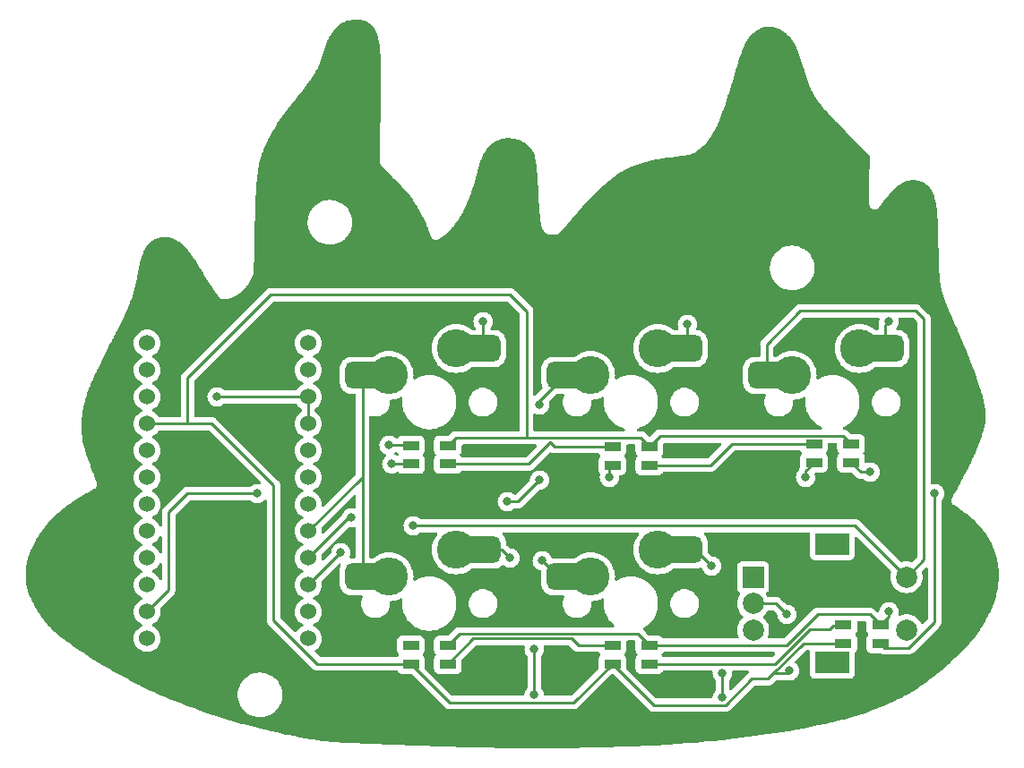
<source format=gbr>
%TF.GenerationSoftware,KiCad,Pcbnew,(6.0.1-0)*%
%TF.CreationDate,2023-10-08T20:28:27-07:00*%
%TF.ProjectId,pizzapad,70697a7a-6170-4616-942e-6b696361645f,rev?*%
%TF.SameCoordinates,Original*%
%TF.FileFunction,Copper,L2,Bot*%
%TF.FilePolarity,Positive*%
%FSLAX46Y46*%
G04 Gerber Fmt 4.6, Leading zero omitted, Abs format (unit mm)*
G04 Created by KiCad (PCBNEW (6.0.1-0)) date 2023-10-08 20:28:27*
%MOMM*%
%LPD*%
G01*
G04 APERTURE LIST*
G04 Aperture macros list*
%AMRoundRect*
0 Rectangle with rounded corners*
0 $1 Rounding radius*
0 $2 $3 $4 $5 $6 $7 $8 $9 X,Y pos of 4 corners*
0 Add a 4 corners polygon primitive as box body*
4,1,4,$2,$3,$4,$5,$6,$7,$8,$9,$2,$3,0*
0 Add four circle primitives for the rounded corners*
1,1,$1+$1,$2,$3*
1,1,$1+$1,$4,$5*
1,1,$1+$1,$6,$7*
1,1,$1+$1,$8,$9*
0 Add four rect primitives between the rounded corners*
20,1,$1+$1,$2,$3,$4,$5,0*
20,1,$1+$1,$4,$5,$6,$7,0*
20,1,$1+$1,$6,$7,$8,$9,0*
20,1,$1+$1,$8,$9,$2,$3,0*%
G04 Aperture macros list end*
%TA.AperFunction,ComponentPad*%
%ADD10C,1.524000*%
%TD*%
%TA.AperFunction,ComponentPad*%
%ADD11R,2.000000X2.000000*%
%TD*%
%TA.AperFunction,ComponentPad*%
%ADD12C,2.000000*%
%TD*%
%TA.AperFunction,ComponentPad*%
%ADD13R,3.200000X2.000000*%
%TD*%
%TA.AperFunction,SMDPad,CuDef*%
%ADD14R,1.600000X0.850000*%
%TD*%
%TA.AperFunction,ComponentPad*%
%ADD15C,3.600000*%
%TD*%
%TA.AperFunction,SMDPad,CuDef*%
%ADD16RoundRect,0.625000X1.125000X0.625000X-1.125000X0.625000X-1.125000X-0.625000X1.125000X-0.625000X0*%
%TD*%
%TA.AperFunction,ViaPad*%
%ADD17C,0.800000*%
%TD*%
%TA.AperFunction,Conductor*%
%ADD18C,0.250000*%
%TD*%
G04 APERTURE END LIST*
D10*
%TO.P,B1,1,TXO*%
%TO.N,/NC{slash}TX{slash}D3*%
X137648000Y-101600000D03*
%TO.P,B1,2,RXI*%
%TO.N,/NC{slash}RX{slash}D2*%
X137648000Y-104140000D03*
%TO.P,B1,3,GND@1*%
%TO.N,GND*%
X137648000Y-106680000D03*
%TO.P,B1,4,GND*%
X137648000Y-109220000D03*
%TO.P,B1,5,2*%
%TO.N,/KEY_LEDS*%
X137648000Y-111760000D03*
%TO.P,B1,6,\u002A3*%
%TO.N,unconnected-(B1-Pad6)*%
X137648000Y-114300000D03*
%TO.P,B1,7,4*%
%TO.N,/ENCODER0_L1*%
X137648000Y-116840000D03*
%TO.P,B1,8,\u002A5*%
%TO.N,/COL0*%
X137648000Y-119380000D03*
%TO.P,B1,9,\u002A6*%
%TO.N,/COL1*%
X137648000Y-121920000D03*
%TO.P,B1,10,7*%
%TO.N,/COL2*%
X137648000Y-124460000D03*
%TO.P,B1,11,8*%
%TO.N,unconnected-(B1-Pad11)*%
X137648000Y-127000000D03*
%TO.P,B1,12,\u002A9*%
%TO.N,unconnected-(B1-Pad12)*%
X137648000Y-129540000D03*
%TO.P,B1,13,\u002A10*%
%TO.N,unconnected-(B1-Pad13)*%
X122428000Y-129540000D03*
%TO.P,B1,14,11(MOSI)*%
%TO.N,/ENCODER0_L0*%
X122428000Y-127000000D03*
%TO.P,B1,15,12(MISO)*%
%TO.N,unconnected-(B1-Pad15)*%
X122428000Y-124460000D03*
%TO.P,B1,16,13(SCK)*%
%TO.N,unconnected-(B1-Pad16)*%
X122428000Y-121920000D03*
%TO.P,B1,17,A0*%
%TO.N,unconnected-(B1-Pad17)*%
X122428000Y-119380000D03*
%TO.P,B1,18,A1*%
%TO.N,unconnected-(B1-Pad18)*%
X122428000Y-116840000D03*
%TO.P,B1,19,A2*%
%TO.N,/ROW1*%
X122428000Y-114300000D03*
%TO.P,B1,20,A3*%
%TO.N,/ROW0*%
X122428000Y-111760000D03*
%TO.P,B1,21,VCC*%
%TO.N,VCC*%
X122428000Y-109220000D03*
%TO.P,B1,22,RESET*%
%TO.N,/RESET*%
X122428000Y-106680000D03*
%TO.P,B1,23,GND@2*%
%TO.N,GND*%
X122428000Y-104140000D03*
%TO.P,B1,24,RAW*%
%TO.N,/RAW*%
X122428000Y-101600000D03*
%TD*%
D11*
%TO.P,RE_3_1,A,A*%
%TO.N,/ENCODER0_L0*%
X179694000Y-123738000D03*
D12*
%TO.P,RE_3_1,B,B*%
%TO.N,/ENCODER0_L1*%
X179694000Y-128738000D03*
%TO.P,RE_3_1,C,C*%
%TO.N,VCC*%
X179694000Y-126238000D03*
D13*
%TO.P,RE_3_1,MP*%
%TO.N,N/C*%
X187194000Y-131838000D03*
X187194000Y-120638000D03*
D12*
%TO.P,RE_3_1,S1,1*%
%TO.N,Net-(D5-Pad2)*%
X194194000Y-128738000D03*
%TO.P,RE_3_1,S2,2*%
%TO.N,/COL2*%
X194194000Y-123738000D03*
%TD*%
D14*
%TO.P,LED0,1,VDD*%
%TO.N,VCC*%
X150848000Y-111280000D03*
%TO.P,LED0,2,DOUT*%
%TO.N,Net-(LED0-Pad2)*%
X150848000Y-113030000D03*
%TO.P,LED0,3,VSS*%
%TO.N,GND*%
X147348000Y-113030000D03*
%TO.P,LED0,4,DIN*%
%TO.N,/KEY_LEDS*%
X147348000Y-111280000D03*
%TD*%
%TO.P,LED2,1,VDD*%
%TO.N,VCC*%
X188948000Y-111139000D03*
%TO.P,LED2,2,DOUT*%
%TO.N,Net-(LED2-Pad2)*%
X188948000Y-112889000D03*
%TO.P,LED2,3,VSS*%
%TO.N,GND*%
X185448000Y-112889000D03*
%TO.P,LED2,4,DIN*%
%TO.N,Net-(LED1-Pad2)*%
X185448000Y-111139000D03*
%TD*%
%TO.P,LED1,1,VDD*%
%TO.N,VCC*%
X169898000Y-111393000D03*
%TO.P,LED1,2,DOUT*%
%TO.N,Net-(LED1-Pad2)*%
X169898000Y-113143000D03*
%TO.P,LED1,3,VSS*%
%TO.N,GND*%
X166398000Y-113143000D03*
%TO.P,LED1,4,DIN*%
%TO.N,Net-(LED0-Pad2)*%
X166398000Y-111393000D03*
%TD*%
%TO.P,LED4,1,VDD*%
%TO.N,VCC*%
X166398000Y-131939000D03*
%TO.P,LED4,2,DOUT*%
%TO.N,Net-(LED3-Pad4)*%
X166398000Y-130189000D03*
%TO.P,LED4,3,VSS*%
%TO.N,GND*%
X169898000Y-130189000D03*
%TO.P,LED4,4,DIN*%
%TO.N,Net-(LED4-Pad4)*%
X169898000Y-131939000D03*
%TD*%
%TO.P,LED5,1,VDD*%
%TO.N,VCC*%
X188214000Y-130020000D03*
%TO.P,LED5,2,DOUT*%
%TO.N,Net-(LED4-Pad4)*%
X188214000Y-128270000D03*
%TO.P,LED5,3,VSS*%
%TO.N,GND*%
X191714000Y-128270000D03*
%TO.P,LED5,4,DIN*%
%TO.N,Net-(LED2-Pad2)*%
X191714000Y-130020000D03*
%TD*%
D15*
%TO.P,S4,1*%
%TO.N,N/C*%
X170688000Y-121158000D03*
%TO.P,S4,2*%
X164338000Y-123698000D03*
D16*
%TO.P,S4,S1,1*%
%TO.N,Net-(D4-Pad2)*%
X173148000Y-121158000D03*
%TO.P,S4,S2,2*%
%TO.N,/COL1*%
X161948000Y-123698000D03*
%TD*%
D15*
%TO.P,S0,1*%
%TO.N,N/C*%
X151638000Y-102108000D03*
%TO.P,S0,2*%
X145288000Y-104648000D03*
D16*
%TO.P,S0,S1,1*%
%TO.N,Net-(D0-Pad2)*%
X154098000Y-102108000D03*
%TO.P,S0,S2,2*%
%TO.N,/COL0*%
X142898000Y-104648000D03*
%TD*%
D14*
%TO.P,LED3,1,VDD*%
%TO.N,VCC*%
X147348000Y-131939000D03*
%TO.P,LED3,2,DOUT*%
%TO.N,unconnected-(LED3-Pad2)*%
X147348000Y-130189000D03*
%TO.P,LED3,3,VSS*%
%TO.N,GND*%
X150848000Y-130189000D03*
%TO.P,LED3,4,DIN*%
%TO.N,Net-(LED3-Pad4)*%
X150848000Y-131939000D03*
%TD*%
D15*
%TO.P,S3,1*%
%TO.N,N/C*%
X151638000Y-121158000D03*
%TO.P,S3,2*%
X145288000Y-123698000D03*
D16*
%TO.P,S3,S1,1*%
%TO.N,Net-(D3-Pad2)*%
X154098000Y-121158000D03*
%TO.P,S3,S2,2*%
%TO.N,/COL0*%
X142898000Y-123698000D03*
%TD*%
D15*
%TO.P,S2,1*%
%TO.N,N/C*%
X189738000Y-102108000D03*
%TO.P,S2,2*%
X183388000Y-104648000D03*
D16*
%TO.P,S2,S1,1*%
%TO.N,Net-(D2-Pad2)*%
X192198000Y-102108000D03*
%TO.P,S2,S2,2*%
%TO.N,/COL2*%
X180998000Y-104648000D03*
%TD*%
D15*
%TO.P,S1,1*%
%TO.N,N/C*%
X170688000Y-102108000D03*
%TO.P,S1,2*%
X164338000Y-104648000D03*
D16*
%TO.P,S1,S1,1*%
%TO.N,Net-(D1-Pad2)*%
X173148000Y-102108000D03*
%TO.P,S1,S2,2*%
%TO.N,/COL1*%
X161948000Y-104648000D03*
%TD*%
D17*
%TO.N,GND*%
X145542000Y-113030000D03*
X192532000Y-127000000D03*
X129032000Y-106680000D03*
X166116000Y-114300000D03*
X184658000Y-114300000D03*
%TO.N,/KEY_LEDS*%
X145288000Y-111252000D03*
%TO.N,/COL1*%
X159766000Y-122174000D03*
X141732000Y-118110000D03*
X156464000Y-116586000D03*
X159512000Y-107442000D03*
X159512000Y-114554000D03*
%TO.N,/COL2*%
X140716000Y-121412000D03*
X147574000Y-118872000D03*
%TO.N,/ENCODER0_L0*%
X132842000Y-115824000D03*
%TO.N,VCC*%
X182880000Y-127254000D03*
X183134000Y-132588000D03*
%TO.N,Net-(D0-Pad2)*%
X154178000Y-99568000D03*
%TO.N,Net-(D1-Pad2)*%
X173482000Y-99822000D03*
%TO.N,Net-(D2-Pad2)*%
X192532000Y-99568000D03*
%TO.N,Net-(D3-Pad2)*%
X159004000Y-130556000D03*
X159004000Y-134874000D03*
X156718000Y-121920000D03*
%TO.N,Net-(D4-Pad2)*%
X175768000Y-122682000D03*
X176784000Y-135128000D03*
X176784000Y-132842000D03*
%TO.N,Net-(LED2-Pad2)*%
X196850000Y-115824000D03*
X190754000Y-113792000D03*
%TD*%
D18*
%TO.N,GND*%
X184658000Y-114300000D02*
X184658000Y-113679000D01*
X192532000Y-127452000D02*
X191714000Y-128270000D01*
X182865282Y-130189000D02*
X185800282Y-127254000D01*
X192532000Y-127000000D02*
X192532000Y-127452000D01*
X185800282Y-127254000D02*
X190698000Y-127254000D01*
X137648000Y-109220000D02*
X137648000Y-106680000D01*
X169898000Y-130189000D02*
X182865282Y-130189000D01*
X184658000Y-113679000D02*
X185448000Y-112889000D01*
X150848000Y-130189000D02*
X151946520Y-129090480D01*
X190698000Y-127254000D02*
X191714000Y-128270000D01*
X166116000Y-113425000D02*
X166398000Y-113143000D01*
X129032000Y-106680000D02*
X137648000Y-106680000D01*
X145542000Y-113030000D02*
X147348000Y-113030000D01*
X166116000Y-114300000D02*
X166116000Y-113425000D01*
X168799480Y-129090480D02*
X169898000Y-130189000D01*
X151946520Y-129090480D02*
X168799480Y-129090480D01*
%TO.N,/KEY_LEDS*%
X147320000Y-111252000D02*
X147348000Y-111280000D01*
X145288000Y-111252000D02*
X147320000Y-111252000D01*
%TO.N,/COL0*%
X142793479Y-104752521D02*
X142898000Y-104648000D01*
X137648000Y-119380000D02*
X142793479Y-114234521D01*
X142793479Y-114234521D02*
X142793479Y-104752521D01*
X142793479Y-114234521D02*
X142793479Y-123593479D01*
X142793479Y-123593479D02*
X142898000Y-123698000D01*
%TO.N,/COL1*%
X159512000Y-114554000D02*
X157480000Y-116586000D01*
X157480000Y-116586000D02*
X156464000Y-116586000D01*
X161290000Y-123698000D02*
X161948000Y-123698000D01*
X137648000Y-121920000D02*
X141458000Y-118110000D01*
X161948000Y-104648000D02*
X159512000Y-107084000D01*
X159512000Y-107084000D02*
X159512000Y-107442000D01*
X141458000Y-118110000D02*
X141732000Y-118110000D01*
X159766000Y-122174000D02*
X161290000Y-123698000D01*
%TO.N,/COL2*%
X184150000Y-98552000D02*
X195072000Y-98552000D01*
X147574000Y-118872000D02*
X189328000Y-118872000D01*
X195072000Y-98552000D02*
X195834000Y-99314000D01*
X195834000Y-99314000D02*
X195834000Y-122098000D01*
X140696000Y-121412000D02*
X140716000Y-121412000D01*
X195834000Y-122098000D02*
X194194000Y-123738000D01*
X137648000Y-124460000D02*
X140696000Y-121412000D01*
X180998000Y-104648000D02*
X180998000Y-101704000D01*
X180998000Y-101704000D02*
X184150000Y-98552000D01*
X189328000Y-118872000D02*
X194194000Y-123738000D01*
%TO.N,/ENCODER0_L0*%
X126238000Y-115824000D02*
X124460000Y-117602000D01*
X132842000Y-115824000D02*
X126238000Y-115824000D01*
X124460000Y-124968000D02*
X122428000Y-127000000D01*
X124460000Y-117602000D02*
X124460000Y-124968000D01*
%TO.N,VCC*%
X156718000Y-97028000D02*
X134112000Y-97028000D01*
X158300480Y-98610480D02*
X156718000Y-97028000D01*
X147348000Y-131939000D02*
X151007511Y-135598511D01*
X150848000Y-111280000D02*
X151579520Y-110548480D01*
X170901511Y-110389489D02*
X188198489Y-110389489D01*
X126238000Y-104902000D02*
X126238000Y-109220000D01*
X158300480Y-110548480D02*
X169053480Y-110548480D01*
X169898000Y-111393000D02*
X170901511Y-110389489D01*
X183134000Y-132588000D02*
X182880000Y-132842000D01*
X181864000Y-126238000D02*
X182880000Y-127254000D01*
X134366000Y-115062000D02*
X134366000Y-127794560D01*
X181610000Y-132842000D02*
X184432000Y-130020000D01*
X151579520Y-110548480D02*
X158300480Y-110548480D01*
X134112000Y-97028000D02*
X126238000Y-104902000D01*
X128524000Y-109220000D02*
X134366000Y-115062000D01*
X138510440Y-131939000D02*
X147348000Y-131939000D01*
X177084103Y-135852511D02*
X179586614Y-133350000D01*
X181102000Y-133350000D02*
X181610000Y-132842000D01*
X184432000Y-130020000D02*
X188214000Y-130020000D01*
X169053480Y-110548480D02*
X169898000Y-111393000D01*
X179694000Y-126238000D02*
X181864000Y-126238000D01*
X182880000Y-132842000D02*
X181610000Y-132842000D01*
X158300480Y-110548480D02*
X158300480Y-98610480D01*
X126238000Y-109220000D02*
X128524000Y-109220000D01*
X188198489Y-110389489D02*
X188948000Y-111139000D01*
X134366000Y-127794560D02*
X138510440Y-131939000D01*
X162738489Y-135598511D02*
X166398000Y-131939000D01*
X151007511Y-135598511D02*
X162738489Y-135598511D01*
X122428000Y-109220000D02*
X126238000Y-109220000D01*
X170311511Y-135852511D02*
X177084103Y-135852511D01*
X179586614Y-133350000D02*
X181102000Y-133350000D01*
X166398000Y-131939000D02*
X170311511Y-135852511D01*
%TO.N,Net-(D0-Pad2)*%
X154178000Y-102028000D02*
X154098000Y-102108000D01*
X154178000Y-99568000D02*
X154178000Y-102028000D01*
%TO.N,Net-(D1-Pad2)*%
X173482000Y-99822000D02*
X173482000Y-101774000D01*
X173482000Y-101774000D02*
X173148000Y-102108000D01*
%TO.N,Net-(D2-Pad2)*%
X192198000Y-99902000D02*
X192198000Y-102108000D01*
X192532000Y-99568000D02*
X192198000Y-99902000D01*
%TO.N,Net-(D3-Pad2)*%
X156718000Y-121920000D02*
X155956000Y-121158000D01*
X155956000Y-121158000D02*
X154098000Y-121158000D01*
X159004000Y-134874000D02*
X159004000Y-130556000D01*
%TO.N,Net-(D4-Pad2)*%
X175768000Y-122682000D02*
X174244000Y-121158000D01*
X174244000Y-121158000D02*
X173148000Y-121158000D01*
X176784000Y-135128000D02*
X176784000Y-132842000D01*
%TO.N,Net-(LED1-Pad2)*%
X169898000Y-113143000D02*
X175655000Y-113143000D01*
X175655000Y-113143000D02*
X177659000Y-111139000D01*
X177659000Y-111139000D02*
X185448000Y-111139000D01*
%TO.N,Net-(LED3-Pad4)*%
X153247000Y-129540000D02*
X162532000Y-129540000D01*
X162532000Y-129540000D02*
X163181000Y-130189000D01*
X163181000Y-130189000D02*
X166398000Y-130189000D01*
X150848000Y-131939000D02*
X153247000Y-129540000D01*
%TO.N,Net-(LED0-Pad2)*%
X150848000Y-113030000D02*
X158496000Y-113030000D01*
X160923000Y-111393000D02*
X166398000Y-111393000D01*
X160528000Y-110998000D02*
X160923000Y-111393000D01*
X158496000Y-113030000D02*
X160528000Y-110998000D01*
%TO.N,Net-(LED2-Pad2)*%
X190754000Y-113792000D02*
X189851000Y-113792000D01*
X189851000Y-113792000D02*
X188948000Y-112889000D01*
X194390143Y-130415000D02*
X192109000Y-130415000D01*
X194390143Y-130415000D02*
X196850000Y-127955143D01*
X192109000Y-130415000D02*
X191714000Y-130020000D01*
X196850000Y-127955143D02*
X196850000Y-115824000D01*
%TO.N,Net-(LED4-Pad4)*%
X169898000Y-131939000D02*
X181751000Y-131939000D01*
X185025000Y-128665000D02*
X186944000Y-128665000D01*
X186944000Y-128665000D02*
X187243991Y-128365009D01*
X187243991Y-128365009D02*
X188214000Y-128365009D01*
X181751000Y-131939000D02*
X185025000Y-128665000D01*
%TD*%
%TA.AperFunction,NonConductor*%
G36*
X161804007Y-106426502D02*
G01*
X161850500Y-106480158D01*
X161860604Y-106550432D01*
X161848203Y-106589605D01*
X161804760Y-106675051D01*
X161803178Y-106680145D01*
X161803177Y-106680148D01*
X161764757Y-106803881D01*
X161736393Y-106895227D01*
X161735692Y-106900516D01*
X161712809Y-107073173D01*
X161706102Y-107123774D01*
X161714751Y-107354158D01*
X161715846Y-107359377D01*
X161726545Y-107410367D01*
X161762093Y-107579791D01*
X161764051Y-107584750D01*
X161764052Y-107584752D01*
X161843702Y-107786436D01*
X161846776Y-107794221D01*
X161849543Y-107798780D01*
X161849544Y-107798783D01*
X161897881Y-107878440D01*
X161966377Y-107991317D01*
X161969874Y-107995347D01*
X162074148Y-108115512D01*
X162117477Y-108165445D01*
X162121608Y-108168832D01*
X162291627Y-108308240D01*
X162291633Y-108308244D01*
X162295755Y-108311624D01*
X162300391Y-108314263D01*
X162300394Y-108314265D01*
X162317078Y-108323762D01*
X162496114Y-108425675D01*
X162712825Y-108504337D01*
X162718074Y-108505286D01*
X162718077Y-108505287D01*
X162935608Y-108544623D01*
X162935615Y-108544624D01*
X162939692Y-108545361D01*
X162957414Y-108546197D01*
X162962356Y-108546430D01*
X162962363Y-108546430D01*
X162963844Y-108546500D01*
X163125890Y-108546500D01*
X163192809Y-108540822D01*
X163292409Y-108532371D01*
X163292413Y-108532370D01*
X163297720Y-108531920D01*
X163302875Y-108530582D01*
X163302881Y-108530581D01*
X163515703Y-108475343D01*
X163515707Y-108475342D01*
X163520872Y-108474001D01*
X163525738Y-108471809D01*
X163525741Y-108471808D01*
X163726202Y-108381507D01*
X163731075Y-108379312D01*
X163922319Y-108250559D01*
X163933531Y-108239864D01*
X164015769Y-108161412D01*
X164089135Y-108091424D01*
X164226754Y-107906458D01*
X164253932Y-107853004D01*
X164283818Y-107794221D01*
X164331240Y-107700949D01*
X164340167Y-107672202D01*
X164398024Y-107485871D01*
X164399607Y-107480773D01*
X164408667Y-107412418D01*
X164429198Y-107257511D01*
X164429198Y-107257506D01*
X164429898Y-107252226D01*
X164428641Y-107218732D01*
X164423380Y-107078601D01*
X164440812Y-107009778D01*
X164492686Y-106961305D01*
X164541049Y-106948144D01*
X164600192Y-106944268D01*
X164635850Y-106941931D01*
X164635853Y-106941931D01*
X164639966Y-106941661D01*
X164644006Y-106940857D01*
X164644009Y-106940857D01*
X164932721Y-106883429D01*
X164932727Y-106883427D01*
X164936766Y-106882624D01*
X164940670Y-106881299D01*
X164940673Y-106881298D01*
X165219414Y-106786678D01*
X165219415Y-106786677D01*
X165223320Y-106785352D01*
X165436294Y-106680325D01*
X165506236Y-106668135D01*
X165571665Y-106695694D01*
X165611809Y-106754252D01*
X165617028Y-106809123D01*
X165606055Y-106895984D01*
X165589500Y-107027033D01*
X165589500Y-107348967D01*
X165609770Y-107509420D01*
X165628810Y-107660136D01*
X165629849Y-107668363D01*
X165636907Y-107695852D01*
X165708925Y-107976345D01*
X165708928Y-107976353D01*
X165709911Y-107980183D01*
X165828422Y-108279510D01*
X165983516Y-108561624D01*
X166033282Y-108630121D01*
X166155622Y-108798507D01*
X166172744Y-108822074D01*
X166393123Y-109056754D01*
X166526687Y-109167248D01*
X166597072Y-109225475D01*
X166641178Y-109261963D01*
X166912996Y-109434464D01*
X166916575Y-109436148D01*
X166916582Y-109436152D01*
X167200701Y-109569848D01*
X167200705Y-109569850D01*
X167204291Y-109571537D01*
X167208063Y-109572763D01*
X167208064Y-109572763D01*
X167504704Y-109669147D01*
X167563310Y-109709220D01*
X167590947Y-109774617D01*
X167578840Y-109844574D01*
X167530834Y-109896880D01*
X167465768Y-109914980D01*
X159059980Y-109914980D01*
X158991859Y-109894978D01*
X158945366Y-109841322D01*
X158933980Y-109788980D01*
X158933980Y-108373149D01*
X158953982Y-108305028D01*
X159007638Y-108258535D01*
X159077912Y-108248431D01*
X159111228Y-108258042D01*
X159229712Y-108310794D01*
X159323113Y-108330647D01*
X159410056Y-108349128D01*
X159410061Y-108349128D01*
X159416513Y-108350500D01*
X159607487Y-108350500D01*
X159613939Y-108349128D01*
X159613944Y-108349128D01*
X159700887Y-108330647D01*
X159794288Y-108310794D01*
X159807239Y-108305028D01*
X159962722Y-108235803D01*
X159962724Y-108235802D01*
X159968752Y-108233118D01*
X160123253Y-108120866D01*
X160128074Y-108115512D01*
X160246621Y-107983852D01*
X160246622Y-107983851D01*
X160251040Y-107978944D01*
X160346527Y-107813556D01*
X160405542Y-107631928D01*
X160410107Y-107588500D01*
X160424814Y-107448565D01*
X160425504Y-107442000D01*
X160422179Y-107410367D01*
X160406233Y-107258642D01*
X160406232Y-107258638D01*
X160405542Y-107252072D01*
X160403500Y-107245786D01*
X160388764Y-107200433D01*
X160386737Y-107129465D01*
X160419502Y-107072402D01*
X161048499Y-106443405D01*
X161110811Y-106409379D01*
X161137594Y-106406500D01*
X161735886Y-106406500D01*
X161804007Y-106426502D01*
G37*
%TD.AperFunction*%
%TA.AperFunction,NonConductor*%
G36*
X158252296Y-111184212D02*
G01*
X158252599Y-111184270D01*
X158252603Y-111184270D01*
X158260386Y-111185755D01*
X158316431Y-111182229D01*
X158324342Y-111181980D01*
X159143926Y-111181980D01*
X159212047Y-111201982D01*
X159258540Y-111255638D01*
X159268644Y-111325912D01*
X159239150Y-111390492D01*
X159233037Y-111397059D01*
X158270498Y-112359597D01*
X158208188Y-112393621D01*
X158181405Y-112396500D01*
X152190275Y-112396500D01*
X152122154Y-112376498D01*
X152089449Y-112346065D01*
X152035317Y-112273837D01*
X152011261Y-112241739D01*
X152010026Y-112240813D01*
X151977792Y-112181783D01*
X151982857Y-112110968D01*
X152009414Y-112069645D01*
X152011261Y-112068261D01*
X152098615Y-111951705D01*
X152149745Y-111815316D01*
X152156500Y-111753134D01*
X152156500Y-111307980D01*
X152176502Y-111239859D01*
X152230158Y-111193366D01*
X152282500Y-111181980D01*
X158228687Y-111181980D01*
X158252296Y-111184212D01*
G37*
%TD.AperFunction*%
%TA.AperFunction,NonConductor*%
G36*
X176643038Y-111042991D02*
G01*
X176689531Y-111096647D01*
X176699635Y-111166921D01*
X176670141Y-111231501D01*
X176664014Y-111238082D01*
X176039378Y-111862717D01*
X175429500Y-112472595D01*
X175367188Y-112506621D01*
X175340405Y-112509500D01*
X171240275Y-112509500D01*
X171172154Y-112489498D01*
X171139449Y-112459065D01*
X171094009Y-112398435D01*
X171061261Y-112354739D01*
X171060026Y-112353813D01*
X171027792Y-112294783D01*
X171032857Y-112223968D01*
X171059414Y-112182645D01*
X171061261Y-112181261D01*
X171148615Y-112064705D01*
X171199745Y-111928316D01*
X171206500Y-111866134D01*
X171206500Y-111148989D01*
X171226502Y-111080868D01*
X171280158Y-111034375D01*
X171332500Y-111022989D01*
X176574917Y-111022989D01*
X176643038Y-111042991D01*
G37*
%TD.AperFunction*%
%TA.AperFunction,NonConductor*%
G36*
X126189816Y-109855732D02*
G01*
X126190119Y-109855790D01*
X126190123Y-109855790D01*
X126197906Y-109857275D01*
X126253951Y-109853749D01*
X126261862Y-109853500D01*
X128209406Y-109853500D01*
X128277527Y-109873502D01*
X128298501Y-109890405D01*
X133127038Y-114718942D01*
X133161064Y-114781254D01*
X133155999Y-114852069D01*
X133113452Y-114908905D01*
X133046932Y-114933716D01*
X133011747Y-114931284D01*
X132943946Y-114916873D01*
X132943947Y-114916873D01*
X132937487Y-114915500D01*
X132746513Y-114915500D01*
X132740061Y-114916872D01*
X132740056Y-114916872D01*
X132660814Y-114933716D01*
X132559712Y-114955206D01*
X132553682Y-114957891D01*
X132553681Y-114957891D01*
X132391278Y-115030197D01*
X132391276Y-115030198D01*
X132385248Y-115032882D01*
X132379907Y-115036762D01*
X132379906Y-115036763D01*
X132282276Y-115107696D01*
X132230747Y-115145134D01*
X132226332Y-115150037D01*
X132221420Y-115154460D01*
X132220295Y-115153211D01*
X132166986Y-115186051D01*
X132133800Y-115190500D01*
X126316768Y-115190500D01*
X126305585Y-115189973D01*
X126298092Y-115188298D01*
X126290166Y-115188547D01*
X126290165Y-115188547D01*
X126230002Y-115190438D01*
X126226044Y-115190500D01*
X126198144Y-115190500D01*
X126194154Y-115191004D01*
X126182320Y-115191936D01*
X126138111Y-115193326D01*
X126130497Y-115195538D01*
X126130492Y-115195539D01*
X126118659Y-115198977D01*
X126099296Y-115202988D01*
X126079203Y-115205526D01*
X126071836Y-115208443D01*
X126071831Y-115208444D01*
X126038092Y-115221802D01*
X126026865Y-115225646D01*
X125984407Y-115237982D01*
X125977581Y-115242019D01*
X125966972Y-115248293D01*
X125949224Y-115256988D01*
X125930383Y-115264448D01*
X125923967Y-115269110D01*
X125923966Y-115269110D01*
X125894613Y-115290436D01*
X125884693Y-115296952D01*
X125853465Y-115315420D01*
X125853462Y-115315422D01*
X125846638Y-115319458D01*
X125832317Y-115333779D01*
X125817284Y-115346619D01*
X125800893Y-115358528D01*
X125773862Y-115391203D01*
X125772702Y-115392605D01*
X125764712Y-115401384D01*
X124067747Y-117098348D01*
X124059461Y-117105888D01*
X124052982Y-117110000D01*
X124047557Y-117115777D01*
X124006357Y-117159651D01*
X124003602Y-117162493D01*
X123983865Y-117182230D01*
X123981385Y-117185427D01*
X123973682Y-117194447D01*
X123943414Y-117226679D01*
X123939595Y-117233625D01*
X123939593Y-117233628D01*
X123933652Y-117244434D01*
X123922801Y-117260953D01*
X123910386Y-117276959D01*
X123907241Y-117284228D01*
X123907238Y-117284232D01*
X123892826Y-117317537D01*
X123887609Y-117328187D01*
X123866305Y-117366940D01*
X123864334Y-117374615D01*
X123864334Y-117374616D01*
X123861267Y-117386562D01*
X123854863Y-117405266D01*
X123854417Y-117406298D01*
X123846819Y-117423855D01*
X123845580Y-117431678D01*
X123845577Y-117431688D01*
X123839901Y-117467524D01*
X123837495Y-117479144D01*
X123828472Y-117514289D01*
X123826500Y-117521970D01*
X123826500Y-117542224D01*
X123824949Y-117561934D01*
X123821780Y-117581943D01*
X123822526Y-117589835D01*
X123825941Y-117625961D01*
X123826500Y-117637819D01*
X123826500Y-118804485D01*
X123806498Y-118872606D01*
X123752842Y-118919099D01*
X123682568Y-118929203D01*
X123617988Y-118899709D01*
X123586305Y-118857735D01*
X123534814Y-118747311D01*
X123534811Y-118747306D01*
X123532488Y-118742324D01*
X123529331Y-118737815D01*
X123408136Y-118564730D01*
X123408134Y-118564727D01*
X123404977Y-118560219D01*
X123247781Y-118403023D01*
X123243273Y-118399866D01*
X123243270Y-118399864D01*
X123128124Y-118319238D01*
X123065677Y-118275512D01*
X123060695Y-118273189D01*
X123060690Y-118273186D01*
X122955627Y-118224195D01*
X122902342Y-118177278D01*
X122882881Y-118109001D01*
X122903423Y-118041041D01*
X122955627Y-117995805D01*
X123060690Y-117946814D01*
X123060695Y-117946811D01*
X123065677Y-117944488D01*
X123172178Y-117869915D01*
X123243270Y-117820136D01*
X123243273Y-117820134D01*
X123247781Y-117816977D01*
X123404977Y-117659781D01*
X123413367Y-117647800D01*
X123529331Y-117482185D01*
X123529332Y-117482183D01*
X123532488Y-117477676D01*
X123534811Y-117472694D01*
X123534814Y-117472689D01*
X123624117Y-117281178D01*
X123624118Y-117281177D01*
X123626440Y-117276196D01*
X123628436Y-117268749D01*
X123657668Y-117159651D01*
X123683978Y-117061463D01*
X123703353Y-116840000D01*
X123683978Y-116618537D01*
X123634257Y-116432978D01*
X123627863Y-116409114D01*
X123627862Y-116409112D01*
X123626440Y-116403804D01*
X123624117Y-116398822D01*
X123534814Y-116207311D01*
X123534811Y-116207306D01*
X123532488Y-116202324D01*
X123465582Y-116106772D01*
X123408136Y-116024730D01*
X123408134Y-116024727D01*
X123404977Y-116020219D01*
X123247781Y-115863023D01*
X123243273Y-115859866D01*
X123243270Y-115859864D01*
X123160044Y-115801589D01*
X123065677Y-115735512D01*
X123060695Y-115733189D01*
X123060690Y-115733186D01*
X122955627Y-115684195D01*
X122902342Y-115637278D01*
X122882881Y-115569001D01*
X122903423Y-115501041D01*
X122955627Y-115455805D01*
X123060690Y-115406814D01*
X123060695Y-115406811D01*
X123065677Y-115404488D01*
X123179099Y-115325069D01*
X123243270Y-115280136D01*
X123243273Y-115280134D01*
X123247781Y-115276977D01*
X123404977Y-115119781D01*
X123408910Y-115114165D01*
X123529331Y-114942185D01*
X123529332Y-114942183D01*
X123532488Y-114937676D01*
X123534811Y-114932694D01*
X123534814Y-114932689D01*
X123624117Y-114741178D01*
X123624118Y-114741177D01*
X123626440Y-114736196D01*
X123632926Y-114711992D01*
X123646644Y-114660794D01*
X123683978Y-114521463D01*
X123703353Y-114300000D01*
X123683978Y-114078537D01*
X123640552Y-113916469D01*
X123627863Y-113869114D01*
X123627862Y-113869112D01*
X123626440Y-113863804D01*
X123622648Y-113855671D01*
X123534814Y-113667311D01*
X123534811Y-113667306D01*
X123532488Y-113662324D01*
X123525700Y-113652630D01*
X123408136Y-113484730D01*
X123408134Y-113484727D01*
X123404977Y-113480219D01*
X123247781Y-113323023D01*
X123243273Y-113319866D01*
X123243270Y-113319864D01*
X123109512Y-113226206D01*
X123065677Y-113195512D01*
X123060695Y-113193189D01*
X123060690Y-113193186D01*
X122955627Y-113144195D01*
X122902342Y-113097278D01*
X122882881Y-113029001D01*
X122903423Y-112961041D01*
X122955627Y-112915805D01*
X123060690Y-112866814D01*
X123060695Y-112866811D01*
X123065677Y-112864488D01*
X123167505Y-112793187D01*
X123243270Y-112740136D01*
X123243273Y-112740134D01*
X123247781Y-112736977D01*
X123404977Y-112579781D01*
X123409251Y-112573678D01*
X123529331Y-112402185D01*
X123529332Y-112402183D01*
X123532488Y-112397676D01*
X123534811Y-112392694D01*
X123534814Y-112392689D01*
X123624117Y-112201178D01*
X123624118Y-112201177D01*
X123626440Y-112196196D01*
X123636657Y-112158068D01*
X123650094Y-112107919D01*
X123683978Y-111981463D01*
X123703353Y-111760000D01*
X123683978Y-111538537D01*
X123626440Y-111323804D01*
X123605418Y-111278722D01*
X123534814Y-111127311D01*
X123534811Y-111127306D01*
X123532488Y-111122324D01*
X123510515Y-111090943D01*
X123408136Y-110944730D01*
X123408134Y-110944727D01*
X123404977Y-110940219D01*
X123247781Y-110783023D01*
X123243273Y-110779866D01*
X123243270Y-110779864D01*
X123143705Y-110710148D01*
X123065677Y-110655512D01*
X123060695Y-110653189D01*
X123060690Y-110653186D01*
X122955627Y-110604195D01*
X122902342Y-110557278D01*
X122882881Y-110489001D01*
X122903423Y-110421041D01*
X122955627Y-110375805D01*
X123060690Y-110326814D01*
X123060695Y-110326811D01*
X123065677Y-110324488D01*
X123215175Y-110219808D01*
X123243270Y-110200136D01*
X123243273Y-110200134D01*
X123247781Y-110196977D01*
X123404977Y-110039781D01*
X123409237Y-110033698D01*
X123497791Y-109907229D01*
X123553248Y-109862901D01*
X123601004Y-109853500D01*
X126166207Y-109853500D01*
X126189816Y-109855732D01*
G37*
%TD.AperFunction*%
%TA.AperFunction,NonConductor*%
G36*
X142078011Y-115950059D02*
G01*
X142134847Y-115992606D01*
X142159658Y-116059126D01*
X142159979Y-116068115D01*
X142159979Y-117116576D01*
X142139977Y-117184697D01*
X142086321Y-117231190D01*
X142016047Y-117241294D01*
X142007782Y-117239823D01*
X141833944Y-117202872D01*
X141833939Y-117202872D01*
X141827487Y-117201500D01*
X141636513Y-117201500D01*
X141630061Y-117202872D01*
X141630056Y-117202872D01*
X141554206Y-117218995D01*
X141449712Y-117241206D01*
X141443682Y-117243891D01*
X141443681Y-117243891D01*
X141281278Y-117316197D01*
X141281276Y-117316198D01*
X141275248Y-117318882D01*
X141269907Y-117322762D01*
X141269906Y-117322763D01*
X141236972Y-117346691D01*
X141120747Y-117431134D01*
X141116326Y-117436044D01*
X141116325Y-117436045D01*
X141028791Y-117533262D01*
X140992960Y-117573056D01*
X140897473Y-117738444D01*
X140889407Y-117763269D01*
X140858669Y-117813427D01*
X139132787Y-119539309D01*
X139070475Y-119573335D01*
X138999660Y-119568270D01*
X138942824Y-119525723D01*
X138918013Y-119459203D01*
X138918171Y-119439233D01*
X138922874Y-119385475D01*
X138923353Y-119380000D01*
X138903978Y-119158537D01*
X138893514Y-119119484D01*
X138895204Y-119048507D01*
X138926126Y-118997778D01*
X141944884Y-115979020D01*
X142007196Y-115944994D01*
X142078011Y-115950059D01*
G37*
%TD.AperFunction*%
%TA.AperFunction,NonConductor*%
G36*
X123769459Y-119850061D02*
G01*
X123815525Y-119904084D01*
X123826500Y-119955515D01*
X123826500Y-121344485D01*
X123806498Y-121412606D01*
X123752842Y-121459099D01*
X123682568Y-121469203D01*
X123617988Y-121439709D01*
X123586305Y-121397735D01*
X123582127Y-121388774D01*
X123561474Y-121344485D01*
X123534814Y-121287311D01*
X123534811Y-121287306D01*
X123532488Y-121282324D01*
X123529331Y-121277815D01*
X123408136Y-121104730D01*
X123408134Y-121104727D01*
X123404977Y-121100219D01*
X123247781Y-120943023D01*
X123243273Y-120939866D01*
X123243270Y-120939864D01*
X123117774Y-120851991D01*
X123065677Y-120815512D01*
X123060695Y-120813189D01*
X123060690Y-120813186D01*
X122955627Y-120764195D01*
X122902342Y-120717278D01*
X122882881Y-120649001D01*
X122903423Y-120581041D01*
X122955627Y-120535805D01*
X123060690Y-120486814D01*
X123060695Y-120486811D01*
X123065677Y-120484488D01*
X123191758Y-120396205D01*
X123243270Y-120360136D01*
X123243273Y-120360134D01*
X123247781Y-120356977D01*
X123404977Y-120199781D01*
X123411285Y-120190773D01*
X123529331Y-120022185D01*
X123529332Y-120022183D01*
X123532488Y-120017676D01*
X123534811Y-120012694D01*
X123534814Y-120012689D01*
X123586305Y-119902265D01*
X123633222Y-119848980D01*
X123701500Y-119829519D01*
X123769459Y-119850061D01*
G37*
%TD.AperFunction*%
%TA.AperFunction,NonConductor*%
G36*
X142078573Y-118985579D02*
G01*
X142135205Y-119028396D01*
X142159699Y-119095034D01*
X142159979Y-119103424D01*
X142159979Y-121813500D01*
X142139977Y-121881621D01*
X142086321Y-121928114D01*
X142033979Y-121939500D01*
X141686216Y-121939500D01*
X141682294Y-121939742D01*
X141680858Y-121939831D01*
X141611634Y-121924063D01*
X141561924Y-121873373D01*
X141547511Y-121803855D01*
X141553262Y-121775140D01*
X141609542Y-121601928D01*
X141621175Y-121491251D01*
X141628814Y-121418565D01*
X141629504Y-121412000D01*
X141618280Y-121305206D01*
X141610232Y-121228635D01*
X141610232Y-121228633D01*
X141609542Y-121222072D01*
X141550527Y-121040444D01*
X141455040Y-120875056D01*
X141401427Y-120815512D01*
X141331675Y-120738045D01*
X141331674Y-120738044D01*
X141327253Y-120733134D01*
X141214204Y-120650999D01*
X141178094Y-120624763D01*
X141178093Y-120624762D01*
X141172752Y-120620882D01*
X141166724Y-120618198D01*
X141166722Y-120618197D01*
X141004319Y-120545891D01*
X141004318Y-120545891D01*
X140998288Y-120543206D01*
X140904887Y-120523353D01*
X140817944Y-120504872D01*
X140817939Y-120504872D01*
X140811487Y-120503500D01*
X140620513Y-120503500D01*
X140614061Y-120504872D01*
X140614056Y-120504872D01*
X140527113Y-120523353D01*
X140433712Y-120543206D01*
X140427682Y-120545891D01*
X140427681Y-120545891D01*
X140265278Y-120618197D01*
X140265276Y-120618198D01*
X140259248Y-120620882D01*
X140253907Y-120624762D01*
X140253906Y-120624763D01*
X140217796Y-120650999D01*
X140104747Y-120733134D01*
X140100326Y-120738044D01*
X140100325Y-120738045D01*
X140030574Y-120815512D01*
X139976960Y-120875056D01*
X139881473Y-121040444D01*
X139822458Y-121222072D01*
X139821768Y-121228633D01*
X139821768Y-121228635D01*
X139807442Y-121364944D01*
X139780429Y-121430601D01*
X139771227Y-121440869D01*
X139132787Y-122079309D01*
X139070475Y-122113335D01*
X138999660Y-122108270D01*
X138942824Y-122065723D01*
X138918013Y-121999203D01*
X138918171Y-121979233D01*
X138922874Y-121925475D01*
X138923353Y-121920000D01*
X138903978Y-121698537D01*
X138893514Y-121659484D01*
X138895204Y-121588507D01*
X138926126Y-121537778D01*
X141430529Y-119033375D01*
X141492841Y-118999349D01*
X141545821Y-118999223D01*
X141630056Y-119017128D01*
X141630061Y-119017128D01*
X141636513Y-119018500D01*
X141827487Y-119018500D01*
X141833939Y-119017128D01*
X141833944Y-119017128D01*
X142007782Y-118980177D01*
X142078573Y-118985579D01*
G37*
%TD.AperFunction*%
%TA.AperFunction,NonConductor*%
G36*
X123769459Y-122390061D02*
G01*
X123815525Y-122444084D01*
X123826500Y-122495515D01*
X123826500Y-123884485D01*
X123806498Y-123952606D01*
X123752842Y-123999099D01*
X123682568Y-124009203D01*
X123617988Y-123979709D01*
X123586305Y-123937735D01*
X123534814Y-123827311D01*
X123534811Y-123827306D01*
X123532488Y-123822324D01*
X123529331Y-123817815D01*
X123408136Y-123644730D01*
X123408132Y-123644725D01*
X123404977Y-123640219D01*
X123247781Y-123483023D01*
X123243273Y-123479866D01*
X123243270Y-123479864D01*
X123117774Y-123391991D01*
X123065677Y-123355512D01*
X123060695Y-123353189D01*
X123060690Y-123353186D01*
X122955627Y-123304195D01*
X122902342Y-123257278D01*
X122882881Y-123189001D01*
X122903423Y-123121041D01*
X122955627Y-123075805D01*
X123060690Y-123026814D01*
X123060695Y-123026811D01*
X123065677Y-123024488D01*
X123217913Y-122917891D01*
X123243270Y-122900136D01*
X123243273Y-122900134D01*
X123247781Y-122896977D01*
X123404977Y-122739781D01*
X123409957Y-122732670D01*
X123529331Y-122562185D01*
X123529332Y-122562183D01*
X123532488Y-122557676D01*
X123534811Y-122552694D01*
X123534814Y-122552689D01*
X123581965Y-122451572D01*
X123586305Y-122442264D01*
X123633222Y-122388980D01*
X123701500Y-122369519D01*
X123769459Y-122390061D01*
G37*
%TD.AperFunction*%
%TA.AperFunction,NonConductor*%
G36*
X181735526Y-130842502D02*
G01*
X181782019Y-130896158D01*
X181792123Y-130966432D01*
X181762629Y-131031012D01*
X181756500Y-131037595D01*
X181525500Y-131268595D01*
X181463188Y-131302621D01*
X181436405Y-131305500D01*
X171240275Y-131305500D01*
X171172154Y-131285498D01*
X171139449Y-131255065D01*
X171105793Y-131210158D01*
X171061261Y-131150739D01*
X171060026Y-131149813D01*
X171027792Y-131090783D01*
X171032857Y-131019968D01*
X171059414Y-130978645D01*
X171061261Y-130977261D01*
X171139449Y-130872935D01*
X171196308Y-130830420D01*
X171240275Y-130822500D01*
X181667405Y-130822500D01*
X181735526Y-130842502D01*
G37*
%TD.AperFunction*%
%TA.AperFunction,NonConductor*%
G36*
X179259309Y-132592502D02*
G01*
X179305802Y-132646158D01*
X179315906Y-132716432D01*
X179286412Y-132781012D01*
X179265248Y-132800437D01*
X179243227Y-132816436D01*
X179233307Y-132822952D01*
X179202079Y-132841420D01*
X179202076Y-132841422D01*
X179195252Y-132845458D01*
X179180931Y-132859779D01*
X179165898Y-132872619D01*
X179149507Y-132884528D01*
X179140164Y-132895822D01*
X179121316Y-132918605D01*
X179113326Y-132927384D01*
X177632595Y-134408115D01*
X177570283Y-134442141D01*
X177499468Y-134437076D01*
X177442632Y-134394529D01*
X177417821Y-134328009D01*
X177417500Y-134319020D01*
X177417500Y-133544524D01*
X177437502Y-133476403D01*
X177449858Y-133460221D01*
X177523040Y-133378944D01*
X177591464Y-133260431D01*
X177615223Y-133219279D01*
X177615224Y-133219278D01*
X177618527Y-133213556D01*
X177677542Y-133031928D01*
X177682040Y-132989138D01*
X177696814Y-132848565D01*
X177697504Y-132842000D01*
X177689304Y-132763982D01*
X177683806Y-132711670D01*
X177696578Y-132641832D01*
X177745080Y-132589985D01*
X177809116Y-132572500D01*
X179191188Y-132572500D01*
X179259309Y-132592502D01*
G37*
%TD.AperFunction*%
%TA.AperFunction,NonConductor*%
G36*
X162285527Y-130193502D02*
G01*
X162306501Y-130210405D01*
X162677343Y-130581247D01*
X162684887Y-130589537D01*
X162689000Y-130596018D01*
X162694777Y-130601443D01*
X162738667Y-130642658D01*
X162741509Y-130645413D01*
X162761231Y-130665135D01*
X162764355Y-130667558D01*
X162764359Y-130667562D01*
X162764424Y-130667612D01*
X162773445Y-130675317D01*
X162805679Y-130705586D01*
X162812627Y-130709405D01*
X162812629Y-130709407D01*
X162823432Y-130715346D01*
X162839959Y-130726202D01*
X162849698Y-130733757D01*
X162849700Y-130733758D01*
X162855960Y-130738614D01*
X162896540Y-130756174D01*
X162907188Y-130761391D01*
X162914994Y-130765682D01*
X162945940Y-130782695D01*
X162953616Y-130784666D01*
X162953619Y-130784667D01*
X162965562Y-130787733D01*
X162984266Y-130794137D01*
X162989628Y-130796457D01*
X163002855Y-130802181D01*
X163010678Y-130803420D01*
X163010688Y-130803423D01*
X163046524Y-130809099D01*
X163058144Y-130811505D01*
X163093289Y-130820528D01*
X163100970Y-130822500D01*
X163121224Y-130822500D01*
X163140934Y-130824051D01*
X163160943Y-130827220D01*
X163168835Y-130826474D01*
X163204961Y-130823059D01*
X163216819Y-130822500D01*
X165055725Y-130822500D01*
X165123846Y-130842502D01*
X165156551Y-130872935D01*
X165234739Y-130977261D01*
X165235974Y-130978187D01*
X165268208Y-131037217D01*
X165263143Y-131108032D01*
X165236586Y-131149355D01*
X165234739Y-131150739D01*
X165147385Y-131267295D01*
X165096255Y-131403684D01*
X165089500Y-131465866D01*
X165089500Y-132299406D01*
X165069498Y-132367527D01*
X165052595Y-132388501D01*
X162512989Y-134928106D01*
X162450677Y-134962132D01*
X162423894Y-134965011D01*
X160040521Y-134965011D01*
X159972400Y-134945009D01*
X159925907Y-134891353D01*
X159915211Y-134852182D01*
X159898232Y-134690634D01*
X159898231Y-134690631D01*
X159897542Y-134684072D01*
X159838527Y-134502444D01*
X159810194Y-134453369D01*
X159770364Y-134384382D01*
X159743040Y-134337056D01*
X159669863Y-134255785D01*
X159639147Y-134191779D01*
X159637500Y-134171476D01*
X159637500Y-131258524D01*
X159657502Y-131190403D01*
X159669858Y-131174221D01*
X159743040Y-131092944D01*
X159830160Y-130942048D01*
X159835223Y-130933279D01*
X159835224Y-130933278D01*
X159838527Y-130927556D01*
X159897542Y-130745928D01*
X159899460Y-130727684D01*
X159916814Y-130562565D01*
X159917504Y-130556000D01*
X159910897Y-130493134D01*
X159898232Y-130372635D01*
X159898232Y-130372633D01*
X159897542Y-130366072D01*
X159895503Y-130359797D01*
X159895502Y-130359792D01*
X159888563Y-130338438D01*
X159886534Y-130267471D01*
X159923195Y-130206672D01*
X159986907Y-130175346D01*
X160008395Y-130173500D01*
X162217406Y-130173500D01*
X162285527Y-130193502D01*
G37*
%TD.AperFunction*%
%TA.AperFunction,NonConductor*%
G36*
X146041068Y-111901370D02*
G01*
X146095542Y-111946789D01*
X146097385Y-111951705D01*
X146177073Y-112058032D01*
X146184739Y-112068261D01*
X146183053Y-112069525D01*
X146211366Y-112121375D01*
X146206301Y-112192190D01*
X146163754Y-112249026D01*
X146097234Y-112273837D01*
X146027860Y-112258746D01*
X146014184Y-112250094D01*
X146004094Y-112242763D01*
X146004093Y-112242762D01*
X145998752Y-112238882D01*
X145992724Y-112236198D01*
X145992722Y-112236197D01*
X145900413Y-112195099D01*
X145873566Y-112183146D01*
X145819471Y-112137166D01*
X145798821Y-112069239D01*
X145818173Y-112000931D01*
X145850752Y-111966104D01*
X145899253Y-111930866D01*
X145903666Y-111925965D01*
X145906606Y-111923318D01*
X145970615Y-111892603D01*
X146041068Y-111901370D01*
G37*
%TD.AperFunction*%
%TA.AperFunction,NonConductor*%
G36*
X156471527Y-97681502D02*
G01*
X156492501Y-97698405D01*
X157630075Y-98835979D01*
X157664101Y-98898291D01*
X157666980Y-98925074D01*
X157666980Y-109788980D01*
X157646978Y-109857101D01*
X157593322Y-109903594D01*
X157540980Y-109914980D01*
X151658288Y-109914980D01*
X151647105Y-109914453D01*
X151639612Y-109912778D01*
X151631686Y-109913027D01*
X151631685Y-109913027D01*
X151571522Y-109914918D01*
X151567564Y-109914980D01*
X151539664Y-109914980D01*
X151535674Y-109915484D01*
X151523840Y-109916416D01*
X151479631Y-109917806D01*
X151472015Y-109920019D01*
X151472013Y-109920019D01*
X151460172Y-109923459D01*
X151440813Y-109927468D01*
X151439503Y-109927634D01*
X151420723Y-109930006D01*
X151413357Y-109932922D01*
X151413351Y-109932924D01*
X151379618Y-109946280D01*
X151368388Y-109950125D01*
X151339213Y-109958601D01*
X151325927Y-109962461D01*
X151319104Y-109966496D01*
X151308486Y-109972775D01*
X151290733Y-109981472D01*
X151283088Y-109984499D01*
X151271903Y-109988928D01*
X151260468Y-109997236D01*
X151236132Y-110014917D01*
X151226215Y-110021431D01*
X151188158Y-110043938D01*
X151173837Y-110058259D01*
X151158804Y-110071099D01*
X151142413Y-110083008D01*
X151121247Y-110108594D01*
X151114228Y-110117078D01*
X151106238Y-110125858D01*
X150922501Y-110309595D01*
X150860189Y-110343621D01*
X150833406Y-110346500D01*
X149999866Y-110346500D01*
X149937684Y-110353255D01*
X149801295Y-110404385D01*
X149684739Y-110491739D01*
X149597385Y-110608295D01*
X149546255Y-110744684D01*
X149539500Y-110806866D01*
X149539500Y-111753134D01*
X149546255Y-111815316D01*
X149597385Y-111951705D01*
X149684739Y-112068261D01*
X149685974Y-112069187D01*
X149718208Y-112128217D01*
X149713143Y-112199032D01*
X149686586Y-112240355D01*
X149684739Y-112241739D01*
X149597385Y-112358295D01*
X149546255Y-112494684D01*
X149539500Y-112556866D01*
X149539500Y-113503134D01*
X149546255Y-113565316D01*
X149597385Y-113701705D01*
X149684739Y-113818261D01*
X149801295Y-113905615D01*
X149937684Y-113956745D01*
X149999866Y-113963500D01*
X151696134Y-113963500D01*
X151758316Y-113956745D01*
X151894705Y-113905615D01*
X152011261Y-113818261D01*
X152089449Y-113713935D01*
X152146308Y-113671420D01*
X152190275Y-113663500D01*
X158417233Y-113663500D01*
X158428416Y-113664027D01*
X158435909Y-113665702D01*
X158443835Y-113665453D01*
X158443836Y-113665453D01*
X158503986Y-113663562D01*
X158507945Y-113663500D01*
X158535856Y-113663500D01*
X158539791Y-113663003D01*
X158539856Y-113662995D01*
X158551693Y-113662062D01*
X158583951Y-113661048D01*
X158587970Y-113660922D01*
X158595889Y-113660673D01*
X158615343Y-113655021D01*
X158634700Y-113651013D01*
X158646930Y-113649468D01*
X158646931Y-113649468D01*
X158654797Y-113648474D01*
X158662168Y-113645555D01*
X158662170Y-113645555D01*
X158695912Y-113632196D01*
X158707142Y-113628351D01*
X158741983Y-113618229D01*
X158741984Y-113618229D01*
X158749593Y-113616018D01*
X158756412Y-113611985D01*
X158756417Y-113611983D01*
X158767028Y-113605707D01*
X158784776Y-113597012D01*
X158803617Y-113589552D01*
X158839387Y-113563564D01*
X158849307Y-113557048D01*
X158880535Y-113538580D01*
X158880538Y-113538578D01*
X158887362Y-113534542D01*
X158901683Y-113520221D01*
X158916717Y-113507380D01*
X158926694Y-113500131D01*
X158933107Y-113495472D01*
X158961298Y-113461395D01*
X158969288Y-113452616D01*
X160455007Y-111966898D01*
X160517319Y-111932872D01*
X160588135Y-111937937D01*
X160597952Y-111942625D01*
X160597958Y-111942612D01*
X160597959Y-111942613D01*
X160638543Y-111960176D01*
X160649173Y-111965383D01*
X160687940Y-111986695D01*
X160695617Y-111988666D01*
X160695622Y-111988668D01*
X160707558Y-111991732D01*
X160726266Y-111998137D01*
X160744855Y-112006181D01*
X160752680Y-112007420D01*
X160752682Y-112007421D01*
X160788519Y-112013097D01*
X160800140Y-112015504D01*
X160835289Y-112024528D01*
X160842970Y-112026500D01*
X160863231Y-112026500D01*
X160882940Y-112028051D01*
X160902943Y-112031219D01*
X160910835Y-112030473D01*
X160916062Y-112029979D01*
X160946954Y-112027059D01*
X160958811Y-112026500D01*
X165055725Y-112026500D01*
X165123846Y-112046502D01*
X165156551Y-112076935D01*
X165234739Y-112181261D01*
X165235974Y-112182187D01*
X165268208Y-112241217D01*
X165263143Y-112312032D01*
X165236586Y-112353355D01*
X165234739Y-112354739D01*
X165147385Y-112471295D01*
X165096255Y-112607684D01*
X165089500Y-112669866D01*
X165089500Y-113616134D01*
X165096255Y-113678316D01*
X165147385Y-113814705D01*
X165227491Y-113921589D01*
X165252338Y-113988094D01*
X165246497Y-114036087D01*
X165222458Y-114110072D01*
X165221768Y-114116633D01*
X165221768Y-114116635D01*
X165207270Y-114254578D01*
X165202496Y-114300000D01*
X165203186Y-114306565D01*
X165220863Y-114474749D01*
X165222458Y-114489928D01*
X165281473Y-114671556D01*
X165284776Y-114677278D01*
X165284777Y-114677279D01*
X165304819Y-114711992D01*
X165376960Y-114836944D01*
X165381378Y-114841851D01*
X165381379Y-114841852D01*
X165488016Y-114960284D01*
X165504747Y-114978866D01*
X165659248Y-115091118D01*
X165665276Y-115093802D01*
X165665278Y-115093803D01*
X165821619Y-115163410D01*
X165833712Y-115168794D01*
X165925471Y-115188298D01*
X166014056Y-115207128D01*
X166014061Y-115207128D01*
X166020513Y-115208500D01*
X166211487Y-115208500D01*
X166217939Y-115207128D01*
X166217944Y-115207128D01*
X166306529Y-115188298D01*
X166398288Y-115168794D01*
X166410381Y-115163410D01*
X166566722Y-115093803D01*
X166566724Y-115093802D01*
X166572752Y-115091118D01*
X166727253Y-114978866D01*
X166743984Y-114960284D01*
X166850621Y-114841852D01*
X166850622Y-114841851D01*
X166855040Y-114836944D01*
X166927181Y-114711992D01*
X166947223Y-114677279D01*
X166947224Y-114677278D01*
X166950527Y-114671556D01*
X167009542Y-114489928D01*
X167011138Y-114474749D01*
X167028814Y-114306565D01*
X167029504Y-114300000D01*
X167024730Y-114254578D01*
X167020641Y-114215670D01*
X167033413Y-114145832D01*
X167081916Y-114093985D01*
X167145951Y-114076500D01*
X167246134Y-114076500D01*
X167308316Y-114069745D01*
X167444705Y-114018615D01*
X167561261Y-113931261D01*
X167648615Y-113814705D01*
X167699745Y-113678316D01*
X167706500Y-113616134D01*
X167706500Y-112669866D01*
X167699745Y-112607684D01*
X167648615Y-112471295D01*
X167561261Y-112354739D01*
X167560026Y-112353813D01*
X167527792Y-112294783D01*
X167532857Y-112223968D01*
X167559414Y-112182645D01*
X167561261Y-112181261D01*
X167648615Y-112064705D01*
X167699745Y-111928316D01*
X167706500Y-111866134D01*
X167706500Y-111307980D01*
X167726502Y-111239859D01*
X167780158Y-111193366D01*
X167832500Y-111181980D01*
X168463500Y-111181980D01*
X168531621Y-111201982D01*
X168578114Y-111255638D01*
X168589500Y-111307980D01*
X168589500Y-111866134D01*
X168596255Y-111928316D01*
X168647385Y-112064705D01*
X168734739Y-112181261D01*
X168735974Y-112182187D01*
X168768208Y-112241217D01*
X168763143Y-112312032D01*
X168736586Y-112353355D01*
X168734739Y-112354739D01*
X168647385Y-112471295D01*
X168596255Y-112607684D01*
X168589500Y-112669866D01*
X168589500Y-113616134D01*
X168596255Y-113678316D01*
X168647385Y-113814705D01*
X168734739Y-113931261D01*
X168851295Y-114018615D01*
X168987684Y-114069745D01*
X169049866Y-114076500D01*
X170746134Y-114076500D01*
X170808316Y-114069745D01*
X170944705Y-114018615D01*
X171061261Y-113931261D01*
X171139449Y-113826935D01*
X171196308Y-113784420D01*
X171240275Y-113776500D01*
X175576233Y-113776500D01*
X175587416Y-113777027D01*
X175594909Y-113778702D01*
X175602835Y-113778453D01*
X175602836Y-113778453D01*
X175662986Y-113776562D01*
X175666945Y-113776500D01*
X175694856Y-113776500D01*
X175698791Y-113776003D01*
X175698856Y-113775995D01*
X175710693Y-113775062D01*
X175742951Y-113774048D01*
X175746970Y-113773922D01*
X175754889Y-113773673D01*
X175774343Y-113768021D01*
X175793700Y-113764013D01*
X175805930Y-113762468D01*
X175805931Y-113762468D01*
X175813797Y-113761474D01*
X175821168Y-113758555D01*
X175821170Y-113758555D01*
X175854912Y-113745196D01*
X175866142Y-113741351D01*
X175900983Y-113731229D01*
X175900984Y-113731229D01*
X175908593Y-113729018D01*
X175915412Y-113724985D01*
X175915417Y-113724983D01*
X175926028Y-113718707D01*
X175943776Y-113710012D01*
X175962617Y-113702552D01*
X175981806Y-113688611D01*
X175998387Y-113676564D01*
X176008307Y-113670048D01*
X176039535Y-113651580D01*
X176039538Y-113651578D01*
X176046362Y-113647542D01*
X176060683Y-113633221D01*
X176075717Y-113620380D01*
X176076886Y-113619531D01*
X176092107Y-113608472D01*
X176120298Y-113574395D01*
X176128288Y-113565616D01*
X177884500Y-111809405D01*
X177946812Y-111775379D01*
X177973595Y-111772500D01*
X184105725Y-111772500D01*
X184173846Y-111792502D01*
X184206551Y-111822935D01*
X184284739Y-111927261D01*
X184285974Y-111928187D01*
X184318208Y-111987217D01*
X184313143Y-112058032D01*
X184286586Y-112099355D01*
X184284739Y-112100739D01*
X184197385Y-112217295D01*
X184146255Y-112353684D01*
X184139500Y-112415866D01*
X184139500Y-113270708D01*
X184119498Y-113338829D01*
X184113321Y-113347565D01*
X184113242Y-113347698D01*
X184108386Y-113353959D01*
X184105241Y-113361228D01*
X184105238Y-113361232D01*
X184090826Y-113394537D01*
X184085609Y-113405187D01*
X184064305Y-113443940D01*
X184062334Y-113451615D01*
X184062334Y-113451616D01*
X184059267Y-113463562D01*
X184052863Y-113482266D01*
X184044819Y-113500855D01*
X184043580Y-113508678D01*
X184043577Y-113508688D01*
X184037901Y-113544524D01*
X184035495Y-113556144D01*
X184028115Y-113584890D01*
X184024500Y-113598970D01*
X184024500Y-113606900D01*
X184023727Y-113613020D01*
X183992356Y-113681540D01*
X183923384Y-113758142D01*
X183923382Y-113758145D01*
X183918960Y-113763056D01*
X183915658Y-113768775D01*
X183915656Y-113768778D01*
X183833994Y-113910221D01*
X183823473Y-113928444D01*
X183764458Y-114110072D01*
X183763768Y-114116633D01*
X183763768Y-114116635D01*
X183749270Y-114254578D01*
X183744496Y-114300000D01*
X183745186Y-114306565D01*
X183762863Y-114474749D01*
X183764458Y-114489928D01*
X183823473Y-114671556D01*
X183826776Y-114677278D01*
X183826777Y-114677279D01*
X183846819Y-114711992D01*
X183918960Y-114836944D01*
X183923378Y-114841851D01*
X183923379Y-114841852D01*
X184030016Y-114960284D01*
X184046747Y-114978866D01*
X184201248Y-115091118D01*
X184207276Y-115093802D01*
X184207278Y-115093803D01*
X184363619Y-115163410D01*
X184375712Y-115168794D01*
X184467471Y-115188298D01*
X184556056Y-115207128D01*
X184556061Y-115207128D01*
X184562513Y-115208500D01*
X184753487Y-115208500D01*
X184759939Y-115207128D01*
X184759944Y-115207128D01*
X184848529Y-115188298D01*
X184940288Y-115168794D01*
X184952381Y-115163410D01*
X185108722Y-115093803D01*
X185108724Y-115093802D01*
X185114752Y-115091118D01*
X185269253Y-114978866D01*
X185285984Y-114960284D01*
X185392621Y-114841852D01*
X185392622Y-114841851D01*
X185397040Y-114836944D01*
X185469181Y-114711992D01*
X185489223Y-114677279D01*
X185489224Y-114677278D01*
X185492527Y-114671556D01*
X185551542Y-114489928D01*
X185553138Y-114474749D01*
X185570814Y-114306565D01*
X185571504Y-114300000D01*
X185566730Y-114254578D01*
X185552232Y-114116635D01*
X185552232Y-114116633D01*
X185551542Y-114110072D01*
X185519703Y-114012081D01*
X185511695Y-113987436D01*
X185509667Y-113916469D01*
X185546330Y-113855671D01*
X185610042Y-113824345D01*
X185631528Y-113822500D01*
X186296134Y-113822500D01*
X186358316Y-113815745D01*
X186494705Y-113764615D01*
X186611261Y-113677261D01*
X186698615Y-113560705D01*
X186749745Y-113424316D01*
X186756500Y-113362134D01*
X186756500Y-112415866D01*
X186749745Y-112353684D01*
X186698615Y-112217295D01*
X186611261Y-112100739D01*
X186610026Y-112099813D01*
X186577792Y-112040783D01*
X186582857Y-111969968D01*
X186609414Y-111928645D01*
X186611261Y-111927261D01*
X186698615Y-111810705D01*
X186749745Y-111674316D01*
X186756500Y-111612134D01*
X186756500Y-111148989D01*
X186776502Y-111080868D01*
X186830158Y-111034375D01*
X186882500Y-111022989D01*
X187513500Y-111022989D01*
X187581621Y-111042991D01*
X187628114Y-111096647D01*
X187639500Y-111148989D01*
X187639500Y-111612134D01*
X187646255Y-111674316D01*
X187697385Y-111810705D01*
X187784739Y-111927261D01*
X187785974Y-111928187D01*
X187818208Y-111987217D01*
X187813143Y-112058032D01*
X187786586Y-112099355D01*
X187784739Y-112100739D01*
X187697385Y-112217295D01*
X187646255Y-112353684D01*
X187639500Y-112415866D01*
X187639500Y-113362134D01*
X187646255Y-113424316D01*
X187697385Y-113560705D01*
X187784739Y-113677261D01*
X187901295Y-113764615D01*
X188037684Y-113815745D01*
X188099866Y-113822500D01*
X188933405Y-113822500D01*
X189001526Y-113842502D01*
X189022500Y-113859405D01*
X189347348Y-114184253D01*
X189354888Y-114192539D01*
X189359000Y-114199018D01*
X189364777Y-114204443D01*
X189408651Y-114245643D01*
X189411493Y-114248398D01*
X189431230Y-114268135D01*
X189434427Y-114270615D01*
X189443447Y-114278318D01*
X189475679Y-114308586D01*
X189482625Y-114312405D01*
X189482628Y-114312407D01*
X189493434Y-114318348D01*
X189509953Y-114329199D01*
X189525959Y-114341614D01*
X189533228Y-114344759D01*
X189533232Y-114344762D01*
X189566537Y-114359174D01*
X189577187Y-114364391D01*
X189615940Y-114385695D01*
X189623615Y-114387666D01*
X189623616Y-114387666D01*
X189635562Y-114390733D01*
X189654267Y-114397137D01*
X189672855Y-114405181D01*
X189680678Y-114406420D01*
X189680688Y-114406423D01*
X189716524Y-114412099D01*
X189728144Y-114414505D01*
X189763289Y-114423528D01*
X189770970Y-114425500D01*
X189791224Y-114425500D01*
X189810934Y-114427051D01*
X189830943Y-114430220D01*
X189838835Y-114429474D01*
X189874961Y-114426059D01*
X189886819Y-114425500D01*
X190045800Y-114425500D01*
X190113921Y-114445502D01*
X190133147Y-114461843D01*
X190133420Y-114461540D01*
X190138332Y-114465963D01*
X190142747Y-114470866D01*
X190159950Y-114483365D01*
X190283654Y-114573241D01*
X190297248Y-114583118D01*
X190303276Y-114585802D01*
X190303278Y-114585803D01*
X190461656Y-114656317D01*
X190471712Y-114660794D01*
X190550133Y-114677463D01*
X190652056Y-114699128D01*
X190652061Y-114699128D01*
X190658513Y-114700500D01*
X190849487Y-114700500D01*
X190855939Y-114699128D01*
X190855944Y-114699128D01*
X190957867Y-114677463D01*
X191036288Y-114660794D01*
X191046344Y-114656317D01*
X191204722Y-114585803D01*
X191204724Y-114585802D01*
X191210752Y-114583118D01*
X191224347Y-114573241D01*
X191295612Y-114521463D01*
X191365253Y-114470866D01*
X191401851Y-114430220D01*
X191488621Y-114333852D01*
X191488622Y-114333851D01*
X191493040Y-114328944D01*
X191580926Y-114176721D01*
X191585223Y-114169279D01*
X191585224Y-114169278D01*
X191588527Y-114163556D01*
X191647542Y-113981928D01*
X191650481Y-113953971D01*
X191666814Y-113798565D01*
X191667504Y-113792000D01*
X191664626Y-113764615D01*
X191648232Y-113608635D01*
X191648232Y-113608633D01*
X191647542Y-113602072D01*
X191588527Y-113420444D01*
X191493040Y-113255056D01*
X191471747Y-113231407D01*
X191369675Y-113118045D01*
X191369674Y-113118044D01*
X191365253Y-113113134D01*
X191249454Y-113029001D01*
X191216094Y-113004763D01*
X191216093Y-113004762D01*
X191210752Y-113000882D01*
X191204724Y-112998198D01*
X191204722Y-112998197D01*
X191042319Y-112925891D01*
X191042318Y-112925891D01*
X191036288Y-112923206D01*
X190942887Y-112903353D01*
X190855944Y-112884872D01*
X190855939Y-112884872D01*
X190849487Y-112883500D01*
X190658513Y-112883500D01*
X190652061Y-112884872D01*
X190652056Y-112884872D01*
X190565113Y-112903353D01*
X190471712Y-112923206D01*
X190465685Y-112925889D01*
X190465677Y-112925892D01*
X190433748Y-112940108D01*
X190363381Y-112949542D01*
X190299084Y-112919435D01*
X190261271Y-112859346D01*
X190256500Y-112825001D01*
X190256500Y-112415866D01*
X190249745Y-112353684D01*
X190198615Y-112217295D01*
X190111261Y-112100739D01*
X190110026Y-112099813D01*
X190077792Y-112040783D01*
X190082857Y-111969968D01*
X190109414Y-111928645D01*
X190111261Y-111927261D01*
X190198615Y-111810705D01*
X190249745Y-111674316D01*
X190256500Y-111612134D01*
X190256500Y-110665866D01*
X190249745Y-110603684D01*
X190198615Y-110467295D01*
X190111261Y-110350739D01*
X189994705Y-110263385D01*
X189858316Y-110212255D01*
X189796134Y-110205500D01*
X188962595Y-110205500D01*
X188894474Y-110185498D01*
X188873500Y-110168595D01*
X188702141Y-109997236D01*
X188694601Y-109988950D01*
X188690489Y-109982471D01*
X188683688Y-109976084D01*
X188640838Y-109935846D01*
X188637996Y-109933091D01*
X188618259Y-109913354D01*
X188615062Y-109910874D01*
X188606040Y-109903169D01*
X188599343Y-109896880D01*
X188573810Y-109872903D01*
X188566864Y-109869084D01*
X188566861Y-109869082D01*
X188556055Y-109863141D01*
X188539536Y-109852290D01*
X188539072Y-109851930D01*
X188523530Y-109839875D01*
X188516261Y-109836730D01*
X188516257Y-109836727D01*
X188482952Y-109822315D01*
X188472302Y-109817098D01*
X188433549Y-109795794D01*
X188413926Y-109790756D01*
X188395223Y-109784352D01*
X188383909Y-109779456D01*
X188383908Y-109779456D01*
X188376634Y-109776308D01*
X188368811Y-109775069D01*
X188368801Y-109775066D01*
X188332965Y-109769390D01*
X188321345Y-109766984D01*
X188278520Y-109755989D01*
X188279128Y-109753621D01*
X188225177Y-109730099D01*
X188185768Y-109671044D01*
X188184543Y-109600058D01*
X188221891Y-109539678D01*
X188252385Y-109519457D01*
X188340011Y-109478223D01*
X188433004Y-109434464D01*
X188704822Y-109261963D01*
X188748929Y-109225475D01*
X188819313Y-109167248D01*
X188952877Y-109056754D01*
X189173256Y-108822074D01*
X189190379Y-108798507D01*
X189312718Y-108630121D01*
X189362484Y-108561624D01*
X189517578Y-108279510D01*
X189636089Y-107980183D01*
X189637072Y-107976353D01*
X189637075Y-107976345D01*
X189709093Y-107695852D01*
X189716151Y-107668363D01*
X189717191Y-107660136D01*
X189736230Y-107509420D01*
X189756500Y-107348967D01*
X189756500Y-107123774D01*
X190916102Y-107123774D01*
X190924751Y-107354158D01*
X190925846Y-107359377D01*
X190936545Y-107410367D01*
X190972093Y-107579791D01*
X190974051Y-107584750D01*
X190974052Y-107584752D01*
X191053702Y-107786436D01*
X191056776Y-107794221D01*
X191059543Y-107798780D01*
X191059544Y-107798783D01*
X191107881Y-107878440D01*
X191176377Y-107991317D01*
X191179874Y-107995347D01*
X191284148Y-108115512D01*
X191327477Y-108165445D01*
X191331608Y-108168832D01*
X191501627Y-108308240D01*
X191501633Y-108308244D01*
X191505755Y-108311624D01*
X191510391Y-108314263D01*
X191510394Y-108314265D01*
X191527078Y-108323762D01*
X191706114Y-108425675D01*
X191922825Y-108504337D01*
X191928074Y-108505286D01*
X191928077Y-108505287D01*
X192145608Y-108544623D01*
X192145615Y-108544624D01*
X192149692Y-108545361D01*
X192167414Y-108546197D01*
X192172356Y-108546430D01*
X192172363Y-108546430D01*
X192173844Y-108546500D01*
X192335890Y-108546500D01*
X192402809Y-108540822D01*
X192502409Y-108532371D01*
X192502413Y-108532370D01*
X192507720Y-108531920D01*
X192512875Y-108530582D01*
X192512881Y-108530581D01*
X192725703Y-108475343D01*
X192725707Y-108475342D01*
X192730872Y-108474001D01*
X192735738Y-108471809D01*
X192735741Y-108471808D01*
X192936202Y-108381507D01*
X192941075Y-108379312D01*
X193132319Y-108250559D01*
X193143531Y-108239864D01*
X193225769Y-108161412D01*
X193299135Y-108091424D01*
X193436754Y-107906458D01*
X193463932Y-107853004D01*
X193493818Y-107794221D01*
X193541240Y-107700949D01*
X193550167Y-107672202D01*
X193608024Y-107485871D01*
X193609607Y-107480773D01*
X193618667Y-107412418D01*
X193639198Y-107257511D01*
X193639198Y-107257506D01*
X193639898Y-107252226D01*
X193638574Y-107216944D01*
X193632462Y-107054162D01*
X193631249Y-107021842D01*
X193583907Y-106796209D01*
X193580143Y-106786678D01*
X193501185Y-106586744D01*
X193501184Y-106586742D01*
X193499224Y-106581779D01*
X193469078Y-106532099D01*
X193382390Y-106389243D01*
X193379623Y-106384683D01*
X193318920Y-106314729D01*
X193232023Y-106214588D01*
X193232021Y-106214586D01*
X193228523Y-106210555D01*
X193146202Y-106143056D01*
X193054373Y-106067760D01*
X193054367Y-106067756D01*
X193050245Y-106064376D01*
X193045609Y-106061737D01*
X193045606Y-106061735D01*
X192854529Y-105952968D01*
X192849886Y-105950325D01*
X192633175Y-105871663D01*
X192627926Y-105870714D01*
X192627923Y-105870713D01*
X192410392Y-105831377D01*
X192410385Y-105831376D01*
X192406308Y-105830639D01*
X192388586Y-105829803D01*
X192383644Y-105829570D01*
X192383637Y-105829570D01*
X192382156Y-105829500D01*
X192220110Y-105829500D01*
X192153191Y-105835178D01*
X192053591Y-105843629D01*
X192053587Y-105843630D01*
X192048280Y-105844080D01*
X192043125Y-105845418D01*
X192043119Y-105845419D01*
X191830297Y-105900657D01*
X191830293Y-105900658D01*
X191825128Y-105901999D01*
X191820262Y-105904191D01*
X191820259Y-105904192D01*
X191711980Y-105952968D01*
X191614925Y-105996688D01*
X191423681Y-106125441D01*
X191419824Y-106129120D01*
X191419822Y-106129122D01*
X191369009Y-106177596D01*
X191256865Y-106284576D01*
X191119246Y-106469542D01*
X191116830Y-106474293D01*
X191116828Y-106474297D01*
X191071547Y-106563360D01*
X191014760Y-106675051D01*
X191013178Y-106680145D01*
X191013177Y-106680148D01*
X190974757Y-106803881D01*
X190946393Y-106895227D01*
X190945692Y-106900516D01*
X190922809Y-107073173D01*
X190916102Y-107123774D01*
X189756500Y-107123774D01*
X189756500Y-107027033D01*
X189726837Y-106792223D01*
X189716648Y-106711569D01*
X189716647Y-106711565D01*
X189716151Y-106707637D01*
X189679107Y-106563360D01*
X189637075Y-106399655D01*
X189637072Y-106399647D01*
X189636089Y-106395817D01*
X189517578Y-106096490D01*
X189362484Y-105814376D01*
X189173256Y-105553926D01*
X188952877Y-105319246D01*
X188721095Y-105127499D01*
X188707871Y-105116559D01*
X188707868Y-105116556D01*
X188704822Y-105114037D01*
X188433004Y-104941536D01*
X188429425Y-104939852D01*
X188429418Y-104939848D01*
X188145299Y-104806152D01*
X188145295Y-104806150D01*
X188141709Y-104804463D01*
X187835531Y-104704980D01*
X187519299Y-104644655D01*
X187278412Y-104629500D01*
X187117588Y-104629500D01*
X186876701Y-104644655D01*
X186560469Y-104704980D01*
X186254291Y-104804463D01*
X186250705Y-104806150D01*
X186250701Y-104806152D01*
X185966582Y-104939848D01*
X185966575Y-104939852D01*
X185962996Y-104941536D01*
X185959650Y-104943660D01*
X185959649Y-104943660D01*
X185879497Y-104994526D01*
X185811263Y-105014139D01*
X185743258Y-104993748D01*
X185697072Y-104939828D01*
X185686253Y-104879900D01*
X185686633Y-104874114D01*
X185701453Y-104648000D01*
X185695234Y-104553117D01*
X185681931Y-104350149D01*
X185681930Y-104350145D01*
X185681661Y-104346034D01*
X185671494Y-104294920D01*
X185623429Y-104053279D01*
X185623427Y-104053273D01*
X185622624Y-104049234D01*
X185612721Y-104020059D01*
X185526678Y-103766586D01*
X185526677Y-103766585D01*
X185525352Y-103762680D01*
X185435874Y-103581237D01*
X185393336Y-103494978D01*
X185393333Y-103494973D01*
X185391509Y-103491274D01*
X185223386Y-103239659D01*
X185220672Y-103236565D01*
X185220668Y-103236559D01*
X185026567Y-103015231D01*
X185023858Y-103012142D01*
X185020769Y-103009433D01*
X184799441Y-102815332D01*
X184799435Y-102815328D01*
X184796341Y-102812614D01*
X184792915Y-102810325D01*
X184792910Y-102810321D01*
X184548160Y-102646785D01*
X184544727Y-102644491D01*
X184541028Y-102642667D01*
X184541023Y-102642664D01*
X184399920Y-102573080D01*
X184273320Y-102510648D01*
X184185482Y-102480831D01*
X183990673Y-102414702D01*
X183990670Y-102414701D01*
X183986766Y-102413376D01*
X183982727Y-102412573D01*
X183982721Y-102412571D01*
X183694009Y-102355143D01*
X183694006Y-102355143D01*
X183689966Y-102354339D01*
X183685855Y-102354070D01*
X183685851Y-102354069D01*
X183392119Y-102334817D01*
X183388000Y-102334547D01*
X183383881Y-102334817D01*
X183090149Y-102354069D01*
X183090145Y-102354070D01*
X183086034Y-102354339D01*
X183081994Y-102355143D01*
X183081991Y-102355143D01*
X182793279Y-102412571D01*
X182793273Y-102412573D01*
X182789234Y-102413376D01*
X182785330Y-102414701D01*
X182785327Y-102414702D01*
X182590518Y-102480831D01*
X182502680Y-102510648D01*
X182376081Y-102573080D01*
X182234978Y-102642664D01*
X182234973Y-102642667D01*
X182231274Y-102644491D01*
X181979659Y-102812614D01*
X181927641Y-102858233D01*
X181863239Y-102888109D01*
X181844565Y-102889500D01*
X181757500Y-102889500D01*
X181689379Y-102869498D01*
X181642886Y-102815842D01*
X181631500Y-102763500D01*
X181631500Y-102018594D01*
X181651502Y-101950473D01*
X181668405Y-101929499D01*
X184375499Y-99222405D01*
X184437811Y-99188379D01*
X184464594Y-99185500D01*
X191527605Y-99185500D01*
X191595726Y-99205502D01*
X191642219Y-99259158D01*
X191652323Y-99329432D01*
X191647437Y-99350438D01*
X191640498Y-99371792D01*
X191640498Y-99371794D01*
X191638458Y-99378072D01*
X191618496Y-99568000D01*
X191619186Y-99574564D01*
X191620821Y-99590120D01*
X191608429Y-99651587D01*
X191611042Y-99652622D01*
X191608122Y-99659996D01*
X191604305Y-99666940D01*
X191602334Y-99674615D01*
X191602334Y-99674616D01*
X191599267Y-99686562D01*
X191592863Y-99705266D01*
X191584819Y-99723855D01*
X191583580Y-99731678D01*
X191583577Y-99731688D01*
X191577901Y-99767524D01*
X191575495Y-99779144D01*
X191566472Y-99814289D01*
X191564500Y-99821970D01*
X191564500Y-99842224D01*
X191562949Y-99861934D01*
X191559780Y-99881943D01*
X191560526Y-99889835D01*
X191563941Y-99925961D01*
X191564500Y-99937819D01*
X191564500Y-100223500D01*
X191544498Y-100291621D01*
X191490842Y-100338114D01*
X191438500Y-100349500D01*
X191281435Y-100349500D01*
X191213314Y-100329498D01*
X191198364Y-100318237D01*
X191146341Y-100272614D01*
X190894727Y-100104491D01*
X190891028Y-100102667D01*
X190891023Y-100102664D01*
X190719752Y-100018203D01*
X190623320Y-99970648D01*
X190619414Y-99969322D01*
X190340673Y-99874702D01*
X190340670Y-99874701D01*
X190336766Y-99873376D01*
X190332727Y-99872573D01*
X190332721Y-99872571D01*
X190044009Y-99815143D01*
X190044006Y-99815143D01*
X190039966Y-99814339D01*
X190035855Y-99814070D01*
X190035851Y-99814069D01*
X189742119Y-99794817D01*
X189738000Y-99794547D01*
X189733881Y-99794817D01*
X189440149Y-99814069D01*
X189440145Y-99814070D01*
X189436034Y-99814339D01*
X189431994Y-99815143D01*
X189431991Y-99815143D01*
X189143279Y-99872571D01*
X189143273Y-99872573D01*
X189139234Y-99873376D01*
X189135330Y-99874701D01*
X189135327Y-99874702D01*
X188856586Y-99969322D01*
X188852680Y-99970648D01*
X188842000Y-99975915D01*
X188584978Y-100102664D01*
X188584973Y-100102667D01*
X188581274Y-100104491D01*
X188329659Y-100272614D01*
X188326565Y-100275328D01*
X188326559Y-100275332D01*
X188183716Y-100400603D01*
X188102142Y-100472142D01*
X188099433Y-100475231D01*
X187905332Y-100696559D01*
X187905328Y-100696565D01*
X187902614Y-100699659D01*
X187734491Y-100951274D01*
X187732667Y-100954973D01*
X187732664Y-100954978D01*
X187726582Y-100967311D01*
X187600648Y-101222680D01*
X187599323Y-101226585D01*
X187599322Y-101226586D01*
X187533463Y-101420602D01*
X187503376Y-101509234D01*
X187502573Y-101513273D01*
X187502571Y-101513279D01*
X187458692Y-101733875D01*
X187444339Y-101806034D01*
X187444070Y-101810145D01*
X187444069Y-101810149D01*
X187434872Y-101950473D01*
X187424547Y-102108000D01*
X187424817Y-102112119D01*
X187442938Y-102388587D01*
X187444339Y-102409966D01*
X187445143Y-102414006D01*
X187445143Y-102414009D01*
X187497946Y-102679466D01*
X187503376Y-102706766D01*
X187504701Y-102710670D01*
X187504702Y-102710673D01*
X187582195Y-102938959D01*
X187600648Y-102993320D01*
X187615502Y-103023440D01*
X187730520Y-103256673D01*
X187734491Y-103264726D01*
X187902614Y-103516341D01*
X187905328Y-103519435D01*
X187905332Y-103519441D01*
X187973510Y-103597182D01*
X188102142Y-103743858D01*
X188105231Y-103746567D01*
X188326559Y-103940668D01*
X188326562Y-103940670D01*
X188329659Y-103943386D01*
X188333085Y-103945675D01*
X188333090Y-103945679D01*
X188521371Y-104071484D01*
X188581273Y-104111509D01*
X188584972Y-104113333D01*
X188584977Y-104113336D01*
X188703602Y-104171835D01*
X188852680Y-104245352D01*
X188856585Y-104246677D01*
X188856586Y-104246678D01*
X189135327Y-104341298D01*
X189135330Y-104341299D01*
X189139234Y-104342624D01*
X189143273Y-104343427D01*
X189143279Y-104343429D01*
X189431991Y-104400857D01*
X189431994Y-104400857D01*
X189436034Y-104401661D01*
X189440145Y-104401930D01*
X189440149Y-104401931D01*
X189733881Y-104421183D01*
X189738000Y-104421453D01*
X189742119Y-104421183D01*
X190035851Y-104401931D01*
X190035855Y-104401930D01*
X190039966Y-104401661D01*
X190044006Y-104400857D01*
X190044009Y-104400857D01*
X190332721Y-104343429D01*
X190332727Y-104343427D01*
X190336766Y-104342624D01*
X190340670Y-104341299D01*
X190340673Y-104341298D01*
X190619414Y-104246678D01*
X190619415Y-104246677D01*
X190623320Y-104245352D01*
X190772398Y-104171835D01*
X190891023Y-104113336D01*
X190891028Y-104113333D01*
X190894727Y-104111509D01*
X191146341Y-103943386D01*
X191198359Y-103897767D01*
X191262761Y-103867891D01*
X191281435Y-103866500D01*
X193409784Y-103866500D01*
X193459795Y-103863409D01*
X193671082Y-103817148D01*
X193806467Y-103758982D01*
X193864300Y-103734135D01*
X193864301Y-103734134D01*
X193869809Y-103731768D01*
X194048807Y-103610350D01*
X194139557Y-103519441D01*
X194197376Y-103461521D01*
X194197379Y-103461518D01*
X194201615Y-103457274D01*
X194296868Y-103316322D01*
X194319366Y-103283030D01*
X194319367Y-103283028D01*
X194322721Y-103278065D01*
X194326957Y-103268159D01*
X194385147Y-103132063D01*
X194407754Y-103079189D01*
X194441482Y-102923847D01*
X194452612Y-102872584D01*
X194452612Y-102872582D01*
X194453646Y-102867821D01*
X194456500Y-102819784D01*
X194456500Y-101396216D01*
X194453409Y-101346205D01*
X194407148Y-101134918D01*
X194331210Y-100958167D01*
X194324135Y-100941700D01*
X194324134Y-100941699D01*
X194321768Y-100936191D01*
X194200350Y-100757193D01*
X194065414Y-100622493D01*
X194051521Y-100608624D01*
X194051518Y-100608621D01*
X194047274Y-100604385D01*
X193892265Y-100499633D01*
X193873030Y-100486634D01*
X193873028Y-100486633D01*
X193868065Y-100483279D01*
X193669189Y-100398246D01*
X193487068Y-100358704D01*
X193462584Y-100353388D01*
X193462582Y-100353388D01*
X193457821Y-100352354D01*
X193447390Y-100351734D01*
X193411640Y-100349610D01*
X193411631Y-100349610D01*
X193409784Y-100349500D01*
X193333841Y-100349500D01*
X193265720Y-100329498D01*
X193219227Y-100275842D01*
X193209123Y-100205568D01*
X193240203Y-100139192D01*
X193271040Y-100104944D01*
X193366527Y-99939556D01*
X193425542Y-99757928D01*
X193432034Y-99696166D01*
X193444814Y-99574565D01*
X193444814Y-99574564D01*
X193445504Y-99568000D01*
X193425542Y-99378072D01*
X193423502Y-99371794D01*
X193423502Y-99371792D01*
X193416563Y-99350438D01*
X193414534Y-99279471D01*
X193451195Y-99218672D01*
X193514907Y-99187346D01*
X193536395Y-99185500D01*
X194757405Y-99185500D01*
X194825526Y-99205502D01*
X194846501Y-99222405D01*
X195163596Y-99539501D01*
X195197621Y-99601813D01*
X195200500Y-99628596D01*
X195200500Y-121783405D01*
X195180498Y-121851526D01*
X195163595Y-121872500D01*
X194772459Y-122263636D01*
X194710147Y-122297662D01*
X194653951Y-122297060D01*
X194577930Y-122278809D01*
X194435524Y-122244620D01*
X194435518Y-122244619D01*
X194430711Y-122243465D01*
X194194000Y-122224835D01*
X193957289Y-122243465D01*
X193952482Y-122244619D01*
X193952476Y-122244620D01*
X193810070Y-122278809D01*
X193734049Y-122297060D01*
X193663142Y-122293513D01*
X193615541Y-122263636D01*
X189831652Y-118479747D01*
X189824112Y-118471461D01*
X189820000Y-118464982D01*
X189770348Y-118418356D01*
X189767507Y-118415602D01*
X189747770Y-118395865D01*
X189744573Y-118393385D01*
X189735551Y-118385680D01*
X189709100Y-118360841D01*
X189703321Y-118355414D01*
X189696375Y-118351595D01*
X189696372Y-118351593D01*
X189685566Y-118345652D01*
X189669047Y-118334801D01*
X189663048Y-118330148D01*
X189653041Y-118322386D01*
X189645772Y-118319241D01*
X189645768Y-118319238D01*
X189612463Y-118304826D01*
X189601813Y-118299609D01*
X189563060Y-118278305D01*
X189543437Y-118273267D01*
X189524734Y-118266863D01*
X189513420Y-118261967D01*
X189513419Y-118261967D01*
X189506145Y-118258819D01*
X189498322Y-118257580D01*
X189498312Y-118257577D01*
X189462476Y-118251901D01*
X189450856Y-118249495D01*
X189415711Y-118240472D01*
X189415710Y-118240472D01*
X189408030Y-118238500D01*
X189387776Y-118238500D01*
X189368065Y-118236949D01*
X189355886Y-118235020D01*
X189348057Y-118233780D01*
X189340165Y-118234526D01*
X189304039Y-118237941D01*
X189292181Y-118238500D01*
X148282200Y-118238500D01*
X148214079Y-118218498D01*
X148194853Y-118202157D01*
X148194580Y-118202460D01*
X148189668Y-118198037D01*
X148185253Y-118193134D01*
X148130446Y-118153314D01*
X148036094Y-118084763D01*
X148036093Y-118084762D01*
X148030752Y-118080882D01*
X148024724Y-118078198D01*
X148024722Y-118078197D01*
X147862319Y-118005891D01*
X147862318Y-118005891D01*
X147856288Y-118003206D01*
X147762888Y-117983353D01*
X147675944Y-117964872D01*
X147675939Y-117964872D01*
X147669487Y-117963500D01*
X147478513Y-117963500D01*
X147472061Y-117964872D01*
X147472056Y-117964872D01*
X147385112Y-117983353D01*
X147291712Y-118003206D01*
X147285682Y-118005891D01*
X147285681Y-118005891D01*
X147123278Y-118078197D01*
X147123276Y-118078198D01*
X147117248Y-118080882D01*
X146962747Y-118193134D01*
X146958326Y-118198044D01*
X146958325Y-118198045D01*
X146849203Y-118319238D01*
X146834960Y-118335056D01*
X146814032Y-118371304D01*
X146761985Y-118461453D01*
X146739473Y-118500444D01*
X146680458Y-118682072D01*
X146679768Y-118688633D01*
X146679768Y-118688635D01*
X146676982Y-118715141D01*
X146660496Y-118872000D01*
X146661186Y-118878565D01*
X146675894Y-119018500D01*
X146680458Y-119061928D01*
X146739473Y-119243556D01*
X146834960Y-119408944D01*
X146839378Y-119413851D01*
X146839379Y-119413852D01*
X146954350Y-119541540D01*
X146962747Y-119550866D01*
X147117248Y-119663118D01*
X147123276Y-119665802D01*
X147123278Y-119665803D01*
X147285681Y-119738109D01*
X147291712Y-119740794D01*
X147385113Y-119760647D01*
X147472056Y-119779128D01*
X147472061Y-119779128D01*
X147478513Y-119780500D01*
X147669487Y-119780500D01*
X147675939Y-119779128D01*
X147675944Y-119779128D01*
X147762887Y-119760647D01*
X147856288Y-119740794D01*
X147862319Y-119738109D01*
X148024722Y-119665803D01*
X148024724Y-119665802D01*
X148030752Y-119663118D01*
X148089360Y-119620537D01*
X148169686Y-119562176D01*
X148185253Y-119550866D01*
X148189668Y-119545963D01*
X148194580Y-119541540D01*
X148195705Y-119542789D01*
X148249014Y-119509949D01*
X148282200Y-119505500D01*
X149738647Y-119505500D01*
X149806768Y-119525502D01*
X149853261Y-119579158D01*
X149863365Y-119649432D01*
X149833379Y-119714577D01*
X149805339Y-119746551D01*
X149805334Y-119746557D01*
X149802614Y-119749659D01*
X149634491Y-120001274D01*
X149632667Y-120004973D01*
X149632664Y-120004978D01*
X149572026Y-120127940D01*
X149500648Y-120272680D01*
X149499323Y-120276585D01*
X149499322Y-120276586D01*
X149408790Y-120543286D01*
X149403376Y-120559234D01*
X149402573Y-120563273D01*
X149402571Y-120563279D01*
X149358318Y-120785756D01*
X149344339Y-120856034D01*
X149344070Y-120860145D01*
X149344069Y-120860149D01*
X149326631Y-121126197D01*
X149324547Y-121158000D01*
X149324817Y-121162119D01*
X149343570Y-121448230D01*
X149344339Y-121459966D01*
X149345143Y-121464006D01*
X149345143Y-121464009D01*
X149401553Y-121747600D01*
X149403376Y-121756766D01*
X149404701Y-121760670D01*
X149404702Y-121760673D01*
X149499322Y-122039414D01*
X149500648Y-122043320D01*
X149548620Y-122140598D01*
X149628784Y-122303153D01*
X149634491Y-122314726D01*
X149802614Y-122566341D01*
X149805328Y-122569435D01*
X149805332Y-122569441D01*
X149958135Y-122743678D01*
X150002142Y-122793858D01*
X150005231Y-122796567D01*
X150226559Y-122990668D01*
X150226562Y-122990670D01*
X150229659Y-122993386D01*
X150233085Y-122995675D01*
X150233090Y-122995679D01*
X150404446Y-123110175D01*
X150481273Y-123161509D01*
X150484972Y-123163333D01*
X150484977Y-123163336D01*
X150607692Y-123223852D01*
X150752680Y-123295352D01*
X150756585Y-123296677D01*
X150756586Y-123296678D01*
X151035327Y-123391298D01*
X151035330Y-123391299D01*
X151039234Y-123392624D01*
X151043273Y-123393427D01*
X151043279Y-123393429D01*
X151331991Y-123450857D01*
X151331994Y-123450857D01*
X151336034Y-123451661D01*
X151340145Y-123451930D01*
X151340149Y-123451931D01*
X151633881Y-123471183D01*
X151638000Y-123471453D01*
X151642119Y-123471183D01*
X151935851Y-123451931D01*
X151935855Y-123451930D01*
X151939966Y-123451661D01*
X151944006Y-123450857D01*
X151944009Y-123450857D01*
X152232721Y-123393429D01*
X152232727Y-123393427D01*
X152236766Y-123392624D01*
X152240670Y-123391299D01*
X152240673Y-123391298D01*
X152519414Y-123296678D01*
X152519415Y-123296677D01*
X152523320Y-123295352D01*
X152668308Y-123223852D01*
X152791023Y-123163336D01*
X152791028Y-123163333D01*
X152794727Y-123161509D01*
X153046341Y-122993386D01*
X153098359Y-122947767D01*
X153162761Y-122917891D01*
X153181435Y-122916500D01*
X155309784Y-122916500D01*
X155359795Y-122913409D01*
X155520577Y-122878206D01*
X155565227Y-122868430D01*
X155565228Y-122868430D01*
X155571082Y-122867148D01*
X155706467Y-122808982D01*
X155764300Y-122784135D01*
X155764301Y-122784134D01*
X155769809Y-122781768D01*
X155948807Y-122660350D01*
X155969540Y-122639581D01*
X155974682Y-122634430D01*
X156036965Y-122600351D01*
X156107785Y-122605354D01*
X156137916Y-122621512D01*
X156236700Y-122693283D01*
X156261248Y-122711118D01*
X156267276Y-122713802D01*
X156267278Y-122713803D01*
X156429681Y-122786109D01*
X156435712Y-122788794D01*
X156529113Y-122808647D01*
X156616056Y-122827128D01*
X156616061Y-122827128D01*
X156622513Y-122828500D01*
X156813487Y-122828500D01*
X156819939Y-122827128D01*
X156819944Y-122827128D01*
X156906887Y-122808647D01*
X157000288Y-122788794D01*
X157006319Y-122786109D01*
X157168722Y-122713803D01*
X157168724Y-122713802D01*
X157174752Y-122711118D01*
X157201552Y-122691647D01*
X157273214Y-122639581D01*
X157329253Y-122598866D01*
X157333675Y-122593955D01*
X157452621Y-122461852D01*
X157452622Y-122461851D01*
X157457040Y-122456944D01*
X157544926Y-122304721D01*
X157549223Y-122297279D01*
X157549224Y-122297278D01*
X157552527Y-122291556D01*
X157611542Y-122109928D01*
X157612361Y-122102142D01*
X157630814Y-121926565D01*
X157631504Y-121920000D01*
X157620280Y-121813206D01*
X157612232Y-121736635D01*
X157612232Y-121736633D01*
X157611542Y-121730072D01*
X157552527Y-121548444D01*
X157457040Y-121383056D01*
X157367871Y-121284023D01*
X157333675Y-121246045D01*
X157333674Y-121246044D01*
X157329253Y-121241134D01*
X157209160Y-121153881D01*
X157180094Y-121132763D01*
X157180093Y-121132762D01*
X157174752Y-121128882D01*
X157168724Y-121126198D01*
X157168722Y-121126197D01*
X157006319Y-121053891D01*
X157006318Y-121053891D01*
X157000288Y-121051206D01*
X156906888Y-121031353D01*
X156819944Y-121012872D01*
X156819939Y-121012872D01*
X156813487Y-121011500D01*
X156757595Y-121011500D01*
X156689474Y-120991498D01*
X156668500Y-120974595D01*
X156459652Y-120765747D01*
X156452112Y-120757461D01*
X156448000Y-120750982D01*
X156398348Y-120704356D01*
X156395507Y-120701602D01*
X156393405Y-120699500D01*
X156359379Y-120637188D01*
X156356500Y-120610405D01*
X156356500Y-120446216D01*
X156353409Y-120396205D01*
X156336088Y-120317095D01*
X156308430Y-120190773D01*
X156308430Y-120190772D01*
X156307148Y-120184918D01*
X156235295Y-120017676D01*
X156224135Y-119991700D01*
X156224134Y-119991699D01*
X156221768Y-119986191D01*
X156100350Y-119807193D01*
X156013676Y-119720671D01*
X155979598Y-119658391D01*
X155984601Y-119587571D01*
X156027098Y-119530698D01*
X156093596Y-119505829D01*
X156102695Y-119505500D01*
X168788647Y-119505500D01*
X168856768Y-119525502D01*
X168903261Y-119579158D01*
X168913365Y-119649432D01*
X168883379Y-119714577D01*
X168855339Y-119746551D01*
X168855334Y-119746557D01*
X168852614Y-119749659D01*
X168684491Y-120001274D01*
X168682667Y-120004973D01*
X168682664Y-120004978D01*
X168622026Y-120127940D01*
X168550648Y-120272680D01*
X168549323Y-120276585D01*
X168549322Y-120276586D01*
X168458790Y-120543286D01*
X168453376Y-120559234D01*
X168452573Y-120563273D01*
X168452571Y-120563279D01*
X168408318Y-120785756D01*
X168394339Y-120856034D01*
X168394070Y-120860145D01*
X168394069Y-120860149D01*
X168376631Y-121126197D01*
X168374547Y-121158000D01*
X168374817Y-121162119D01*
X168393570Y-121448230D01*
X168394339Y-121459966D01*
X168395143Y-121464006D01*
X168395143Y-121464009D01*
X168451553Y-121747600D01*
X168453376Y-121756766D01*
X168454701Y-121760670D01*
X168454702Y-121760673D01*
X168549322Y-122039414D01*
X168550648Y-122043320D01*
X168598620Y-122140598D01*
X168678784Y-122303153D01*
X168684491Y-122314726D01*
X168852614Y-122566341D01*
X168855328Y-122569435D01*
X168855332Y-122569441D01*
X169008135Y-122743678D01*
X169052142Y-122793858D01*
X169055231Y-122796567D01*
X169276559Y-122990668D01*
X169276562Y-122990670D01*
X169279659Y-122993386D01*
X169283085Y-122995675D01*
X169283090Y-122995679D01*
X169454446Y-123110175D01*
X169531273Y-123161509D01*
X169534972Y-123163333D01*
X169534977Y-123163336D01*
X169657692Y-123223852D01*
X169802680Y-123295352D01*
X169806585Y-123296677D01*
X169806586Y-123296678D01*
X170085327Y-123391298D01*
X170085330Y-123391299D01*
X170089234Y-123392624D01*
X170093273Y-123393427D01*
X170093279Y-123393429D01*
X170381991Y-123450857D01*
X170381994Y-123450857D01*
X170386034Y-123451661D01*
X170390145Y-123451930D01*
X170390149Y-123451931D01*
X170683881Y-123471183D01*
X170688000Y-123471453D01*
X170692119Y-123471183D01*
X170985851Y-123451931D01*
X170985855Y-123451930D01*
X170989966Y-123451661D01*
X170994006Y-123450857D01*
X170994009Y-123450857D01*
X171282721Y-123393429D01*
X171282727Y-123393427D01*
X171286766Y-123392624D01*
X171290670Y-123391299D01*
X171290673Y-123391298D01*
X171569414Y-123296678D01*
X171569415Y-123296677D01*
X171573320Y-123295352D01*
X171718308Y-123223852D01*
X171841023Y-123163336D01*
X171841028Y-123163333D01*
X171844727Y-123161509D01*
X172096341Y-122993386D01*
X172148359Y-122947767D01*
X172212761Y-122917891D01*
X172231435Y-122916500D01*
X174359784Y-122916500D01*
X174409795Y-122913409D01*
X174570577Y-122878206D01*
X174615227Y-122868430D01*
X174615228Y-122868430D01*
X174621082Y-122867148D01*
X174626586Y-122864783D01*
X174626590Y-122864782D01*
X174715166Y-122826727D01*
X174785650Y-122818215D01*
X174849547Y-122849161D01*
X174884735Y-122903558D01*
X174933473Y-123053556D01*
X174936776Y-123059278D01*
X174936777Y-123059279D01*
X174959740Y-123099051D01*
X175028960Y-123218944D01*
X175033378Y-123223851D01*
X175033379Y-123223852D01*
X175119036Y-123318984D01*
X175156747Y-123360866D01*
X175311248Y-123473118D01*
X175317276Y-123475802D01*
X175317278Y-123475803D01*
X175363711Y-123496476D01*
X175485712Y-123550794D01*
X175569407Y-123568584D01*
X175666056Y-123589128D01*
X175666061Y-123589128D01*
X175672513Y-123590500D01*
X175863487Y-123590500D01*
X175869939Y-123589128D01*
X175869944Y-123589128D01*
X175966593Y-123568584D01*
X176050288Y-123550794D01*
X176172289Y-123496476D01*
X176218722Y-123475803D01*
X176218724Y-123475802D01*
X176224752Y-123473118D01*
X176379253Y-123360866D01*
X176416964Y-123318984D01*
X176502621Y-123223852D01*
X176502622Y-123223851D01*
X176507040Y-123218944D01*
X176576260Y-123099051D01*
X176599223Y-123059279D01*
X176599224Y-123059278D01*
X176602527Y-123053556D01*
X176661542Y-122871928D01*
X176663138Y-122856749D01*
X176680814Y-122688565D01*
X176681504Y-122682000D01*
X176673448Y-122605354D01*
X176662232Y-122498635D01*
X176662232Y-122498633D01*
X176661542Y-122492072D01*
X176602527Y-122310444D01*
X176592324Y-122292771D01*
X176555794Y-122229500D01*
X176507040Y-122145056D01*
X176481064Y-122116206D01*
X176383675Y-122008045D01*
X176383674Y-122008044D01*
X176379253Y-122003134D01*
X176257294Y-121914525D01*
X176230094Y-121894763D01*
X176230093Y-121894762D01*
X176224752Y-121890882D01*
X176218724Y-121888198D01*
X176218722Y-121888197D01*
X176056319Y-121815891D01*
X176056318Y-121815891D01*
X176050288Y-121813206D01*
X175956888Y-121793353D01*
X175869944Y-121774872D01*
X175869939Y-121774872D01*
X175863487Y-121773500D01*
X175807595Y-121773500D01*
X175739474Y-121753498D01*
X175718500Y-121736595D01*
X175443405Y-121461500D01*
X175409379Y-121399188D01*
X175406500Y-121372405D01*
X175406500Y-120446216D01*
X175403409Y-120396205D01*
X175386088Y-120317095D01*
X175358430Y-120190773D01*
X175358430Y-120190772D01*
X175357148Y-120184918D01*
X175285295Y-120017676D01*
X175274135Y-119991700D01*
X175274134Y-119991699D01*
X175271768Y-119986191D01*
X175150350Y-119807193D01*
X175063676Y-119720671D01*
X175029598Y-119658391D01*
X175034601Y-119587571D01*
X175077098Y-119530698D01*
X175143596Y-119505829D01*
X175152695Y-119505500D01*
X184959500Y-119505500D01*
X185027621Y-119525502D01*
X185074114Y-119579158D01*
X185085500Y-119631500D01*
X185085500Y-121686134D01*
X185092255Y-121748316D01*
X185143385Y-121884705D01*
X185230739Y-122001261D01*
X185347295Y-122088615D01*
X185483684Y-122139745D01*
X185545866Y-122146500D01*
X188842134Y-122146500D01*
X188904316Y-122139745D01*
X189040705Y-122088615D01*
X189157261Y-122001261D01*
X189244615Y-121884705D01*
X189295745Y-121748316D01*
X189302500Y-121686134D01*
X189302500Y-120046594D01*
X189322502Y-119978473D01*
X189376158Y-119931980D01*
X189446432Y-119921876D01*
X189511012Y-119951370D01*
X189517595Y-119957499D01*
X192719636Y-123159540D01*
X192753662Y-123221852D01*
X192753060Y-123278049D01*
X192702915Y-123486920D01*
X192699465Y-123501289D01*
X192680835Y-123738000D01*
X192699465Y-123974711D01*
X192700619Y-123979518D01*
X192700620Y-123979524D01*
X192735640Y-124125391D01*
X192754895Y-124205594D01*
X192756788Y-124210165D01*
X192756789Y-124210167D01*
X192839473Y-124409784D01*
X192845760Y-124424963D01*
X192848346Y-124429183D01*
X192967241Y-124623202D01*
X192967245Y-124623208D01*
X192969824Y-124627416D01*
X193124031Y-124807969D01*
X193304584Y-124962176D01*
X193308792Y-124964755D01*
X193308798Y-124964759D01*
X193457218Y-125055711D01*
X193507037Y-125086240D01*
X193511607Y-125088133D01*
X193511611Y-125088135D01*
X193715194Y-125172461D01*
X193726406Y-125177105D01*
X193774349Y-125188615D01*
X193952476Y-125231380D01*
X193952482Y-125231381D01*
X193957289Y-125232535D01*
X194194000Y-125251165D01*
X194430711Y-125232535D01*
X194435518Y-125231381D01*
X194435524Y-125231380D01*
X194613651Y-125188615D01*
X194661594Y-125177105D01*
X194672806Y-125172461D01*
X194876389Y-125088135D01*
X194876393Y-125088133D01*
X194880963Y-125086240D01*
X194930782Y-125055711D01*
X195079202Y-124964759D01*
X195079208Y-124964755D01*
X195083416Y-124962176D01*
X195263969Y-124807969D01*
X195418176Y-124627416D01*
X195420755Y-124623208D01*
X195420759Y-124623202D01*
X195539654Y-124429183D01*
X195542240Y-124424963D01*
X195548528Y-124409784D01*
X195631211Y-124210167D01*
X195631212Y-124210165D01*
X195633105Y-124205594D01*
X195652360Y-124125391D01*
X195687380Y-123979524D01*
X195687381Y-123979518D01*
X195688535Y-123974711D01*
X195707165Y-123738000D01*
X195688535Y-123501289D01*
X195685086Y-123486920D01*
X195634940Y-123278049D01*
X195638487Y-123207141D01*
X195668364Y-123159540D01*
X196001405Y-122826499D01*
X196063717Y-122792473D01*
X196134532Y-122797538D01*
X196191368Y-122840085D01*
X196216179Y-122906605D01*
X196216500Y-122915594D01*
X196216500Y-127640549D01*
X196196498Y-127708670D01*
X196179595Y-127729644D01*
X195768124Y-128141115D01*
X195705812Y-128175141D01*
X195634997Y-128170076D01*
X195578161Y-128127529D01*
X195562620Y-128100239D01*
X195544133Y-128055607D01*
X195544133Y-128055606D01*
X195542240Y-128051037D01*
X195535809Y-128040543D01*
X195420759Y-127852798D01*
X195420755Y-127852792D01*
X195418176Y-127848584D01*
X195263969Y-127668031D01*
X195083416Y-127513824D01*
X195079208Y-127511245D01*
X195079202Y-127511241D01*
X194885183Y-127392346D01*
X194880963Y-127389760D01*
X194876393Y-127387867D01*
X194876389Y-127387865D01*
X194666167Y-127300789D01*
X194666165Y-127300788D01*
X194661594Y-127298895D01*
X194541242Y-127270001D01*
X194435524Y-127244620D01*
X194435518Y-127244619D01*
X194430711Y-127243465D01*
X194194000Y-127224835D01*
X193957289Y-127243465D01*
X193952482Y-127244619D01*
X193952476Y-127244620D01*
X193846758Y-127270001D01*
X193726406Y-127298895D01*
X193721839Y-127300787D01*
X193721832Y-127300789D01*
X193590351Y-127355250D01*
X193519761Y-127362839D01*
X193456274Y-127331059D01*
X193420047Y-127270001D01*
X193422212Y-127202684D01*
X193422129Y-127202666D01*
X193422227Y-127202205D01*
X193422301Y-127199902D01*
X193423503Y-127196204D01*
X193423503Y-127196202D01*
X193425542Y-127189928D01*
X193426639Y-127179497D01*
X193444814Y-127006565D01*
X193445504Y-127000000D01*
X193429611Y-126848783D01*
X193426232Y-126816635D01*
X193426232Y-126816633D01*
X193425542Y-126810072D01*
X193366527Y-126628444D01*
X193362228Y-126620997D01*
X193312079Y-126534138D01*
X193271040Y-126463056D01*
X193209770Y-126395008D01*
X193147675Y-126326045D01*
X193147674Y-126326044D01*
X193143253Y-126321134D01*
X193044157Y-126249136D01*
X192994094Y-126212763D01*
X192994093Y-126212762D01*
X192988752Y-126208882D01*
X192982724Y-126206198D01*
X192982722Y-126206197D01*
X192820319Y-126133891D01*
X192820318Y-126133891D01*
X192814288Y-126131206D01*
X192720887Y-126111353D01*
X192633944Y-126092872D01*
X192633939Y-126092872D01*
X192627487Y-126091500D01*
X192436513Y-126091500D01*
X192430061Y-126092872D01*
X192430056Y-126092872D01*
X192343113Y-126111353D01*
X192249712Y-126131206D01*
X192243682Y-126133891D01*
X192243681Y-126133891D01*
X192081278Y-126206197D01*
X192081276Y-126206198D01*
X192075248Y-126208882D01*
X192069907Y-126212762D01*
X192069906Y-126212763D01*
X192019843Y-126249136D01*
X191920747Y-126321134D01*
X191916326Y-126326044D01*
X191916325Y-126326045D01*
X191854231Y-126395008D01*
X191792960Y-126463056D01*
X191751921Y-126534138D01*
X191701773Y-126620997D01*
X191697473Y-126628444D01*
X191638458Y-126810072D01*
X191637768Y-126816633D01*
X191637768Y-126816635D01*
X191636443Y-126829244D01*
X191622623Y-126960740D01*
X191619613Y-126989377D01*
X191592600Y-127055034D01*
X191534379Y-127095664D01*
X191463434Y-127098367D01*
X191405208Y-127065302D01*
X191201648Y-126861742D01*
X191194113Y-126853462D01*
X191190000Y-126846982D01*
X191140348Y-126800356D01*
X191137507Y-126797602D01*
X191117770Y-126777865D01*
X191114573Y-126775385D01*
X191105551Y-126767680D01*
X191092122Y-126755069D01*
X191073321Y-126737414D01*
X191066375Y-126733595D01*
X191066372Y-126733593D01*
X191055566Y-126727652D01*
X191039047Y-126716801D01*
X191033048Y-126712148D01*
X191023041Y-126704386D01*
X191015772Y-126701241D01*
X191015768Y-126701238D01*
X190982463Y-126686826D01*
X190971813Y-126681609D01*
X190933060Y-126660305D01*
X190913437Y-126655267D01*
X190894734Y-126648863D01*
X190883420Y-126643967D01*
X190883419Y-126643967D01*
X190876145Y-126640819D01*
X190868322Y-126639580D01*
X190868312Y-126639577D01*
X190832476Y-126633901D01*
X190820856Y-126631495D01*
X190785711Y-126622472D01*
X190785710Y-126622472D01*
X190778030Y-126620500D01*
X190757776Y-126620500D01*
X190738065Y-126618949D01*
X190725886Y-126617020D01*
X190718057Y-126615780D01*
X190688786Y-126618547D01*
X190674039Y-126619941D01*
X190662181Y-126620500D01*
X185879049Y-126620500D01*
X185867866Y-126619973D01*
X185860373Y-126618298D01*
X185852447Y-126618547D01*
X185852446Y-126618547D01*
X185792283Y-126620438D01*
X185788325Y-126620500D01*
X185760426Y-126620500D01*
X185756436Y-126621004D01*
X185744602Y-126621936D01*
X185700393Y-126623326D01*
X185692779Y-126625538D01*
X185692774Y-126625539D01*
X185680941Y-126628977D01*
X185661578Y-126632988D01*
X185641485Y-126635526D01*
X185634118Y-126638443D01*
X185634113Y-126638444D01*
X185600374Y-126651802D01*
X185589147Y-126655646D01*
X185546689Y-126667982D01*
X185539863Y-126672019D01*
X185529254Y-126678293D01*
X185511506Y-126686988D01*
X185492665Y-126694448D01*
X185486249Y-126699110D01*
X185486248Y-126699110D01*
X185456895Y-126720436D01*
X185446975Y-126726952D01*
X185415747Y-126745420D01*
X185415744Y-126745422D01*
X185408920Y-126749458D01*
X185394599Y-126763779D01*
X185379566Y-126776619D01*
X185363175Y-126788528D01*
X185341107Y-126815204D01*
X185334984Y-126822605D01*
X185326994Y-126831384D01*
X182639782Y-129518595D01*
X182577470Y-129552621D01*
X182550687Y-129555500D01*
X181176742Y-129555500D01*
X181108621Y-129535498D01*
X181062128Y-129481842D01*
X181052024Y-129411568D01*
X181060333Y-129381282D01*
X181077040Y-129340949D01*
X181119178Y-129239218D01*
X181131211Y-129210167D01*
X181131212Y-129210165D01*
X181133105Y-129205594D01*
X181157543Y-129103804D01*
X181187380Y-128979524D01*
X181187381Y-128979518D01*
X181188535Y-128974711D01*
X181207165Y-128738000D01*
X181188535Y-128501289D01*
X181186336Y-128492126D01*
X181149563Y-128338959D01*
X181133105Y-128270406D01*
X181127129Y-128255978D01*
X181044135Y-128055611D01*
X181044133Y-128055607D01*
X181042240Y-128051037D01*
X181035809Y-128040543D01*
X180920759Y-127852798D01*
X180920755Y-127852792D01*
X180918176Y-127848584D01*
X180763969Y-127668031D01*
X180760213Y-127664823D01*
X180760208Y-127664818D01*
X180665361Y-127583811D01*
X180626551Y-127524361D01*
X180626045Y-127453366D01*
X180665361Y-127392189D01*
X180760208Y-127311182D01*
X180760213Y-127311177D01*
X180763969Y-127307969D01*
X180918176Y-127127416D01*
X180920755Y-127123208D01*
X180920759Y-127123202D01*
X181038133Y-126931665D01*
X181090781Y-126884034D01*
X181145566Y-126871500D01*
X181549406Y-126871500D01*
X181617527Y-126891502D01*
X181638501Y-126908405D01*
X181932878Y-127202782D01*
X181966904Y-127265094D01*
X181969092Y-127278703D01*
X181971414Y-127300789D01*
X181985153Y-127431507D01*
X181986458Y-127443928D01*
X182045473Y-127625556D01*
X182048776Y-127631278D01*
X182048777Y-127631279D01*
X182072184Y-127671821D01*
X182140960Y-127790944D01*
X182145378Y-127795851D01*
X182145379Y-127795852D01*
X182211125Y-127868870D01*
X182268747Y-127932866D01*
X182337790Y-127983029D01*
X182404505Y-128031500D01*
X182423248Y-128045118D01*
X182429276Y-128047802D01*
X182429278Y-128047803D01*
X182561685Y-128106754D01*
X182597712Y-128122794D01*
X182669001Y-128137947D01*
X182778056Y-128161128D01*
X182778061Y-128161128D01*
X182784513Y-128162500D01*
X182975487Y-128162500D01*
X182981939Y-128161128D01*
X182981944Y-128161128D01*
X183090999Y-128137947D01*
X183162288Y-128122794D01*
X183198315Y-128106754D01*
X183330722Y-128047803D01*
X183330724Y-128047802D01*
X183336752Y-128045118D01*
X183355496Y-128031500D01*
X183422210Y-127983029D01*
X183491253Y-127932866D01*
X183548875Y-127868870D01*
X183614621Y-127795852D01*
X183614622Y-127795851D01*
X183619040Y-127790944D01*
X183687816Y-127671821D01*
X183711223Y-127631279D01*
X183711224Y-127631278D01*
X183714527Y-127625556D01*
X183773542Y-127443928D01*
X183774848Y-127431507D01*
X183792814Y-127260565D01*
X183793504Y-127254000D01*
X183787818Y-127199902D01*
X183774232Y-127070635D01*
X183774232Y-127070633D01*
X183773542Y-127064072D01*
X183714527Y-126882444D01*
X183708209Y-126871500D01*
X183657699Y-126784016D01*
X183619040Y-126717056D01*
X183613459Y-126710857D01*
X183495675Y-126580045D01*
X183495674Y-126580044D01*
X183491253Y-126575134D01*
X183336752Y-126462882D01*
X183330724Y-126460198D01*
X183330722Y-126460197D01*
X183168319Y-126387891D01*
X183168318Y-126387891D01*
X183162288Y-126385206D01*
X183068887Y-126365353D01*
X182981944Y-126346872D01*
X182981939Y-126346872D01*
X182975487Y-126345500D01*
X182919595Y-126345500D01*
X182851474Y-126325498D01*
X182830499Y-126308595D01*
X182613405Y-126091500D01*
X182367647Y-125845742D01*
X182360113Y-125837463D01*
X182356000Y-125830982D01*
X182306348Y-125784356D01*
X182303507Y-125781602D01*
X182283770Y-125761865D01*
X182280573Y-125759385D01*
X182271551Y-125751680D01*
X182245100Y-125726841D01*
X182239321Y-125721414D01*
X182232375Y-125717595D01*
X182232372Y-125717593D01*
X182221566Y-125711652D01*
X182205047Y-125700801D01*
X182204583Y-125700441D01*
X182189041Y-125688386D01*
X182181772Y-125685241D01*
X182181768Y-125685238D01*
X182148463Y-125670826D01*
X182137813Y-125665609D01*
X182099060Y-125644305D01*
X182079437Y-125639267D01*
X182060734Y-125632863D01*
X182049420Y-125627967D01*
X182049419Y-125627967D01*
X182042145Y-125624819D01*
X182034322Y-125623580D01*
X182034312Y-125623577D01*
X181998476Y-125617901D01*
X181986856Y-125615495D01*
X181951711Y-125606472D01*
X181951710Y-125606472D01*
X181944030Y-125604500D01*
X181923776Y-125604500D01*
X181904065Y-125602949D01*
X181891886Y-125601020D01*
X181884057Y-125599780D01*
X181876165Y-125600526D01*
X181840039Y-125603941D01*
X181828181Y-125604500D01*
X181145566Y-125604500D01*
X181077445Y-125584498D01*
X181038133Y-125544335D01*
X180918176Y-125348584D01*
X180920248Y-125347314D01*
X180899679Y-125289916D01*
X180915665Y-125220742D01*
X180949898Y-125181725D01*
X181057261Y-125101261D01*
X181144615Y-124984705D01*
X181195745Y-124848316D01*
X181202500Y-124786134D01*
X181202500Y-122689866D01*
X181195745Y-122627684D01*
X181144615Y-122491295D01*
X181057261Y-122374739D01*
X180940705Y-122287385D01*
X180804316Y-122236255D01*
X180742134Y-122229500D01*
X178645866Y-122229500D01*
X178583684Y-122236255D01*
X178447295Y-122287385D01*
X178330739Y-122374739D01*
X178243385Y-122491295D01*
X178192255Y-122627684D01*
X178185500Y-122689866D01*
X178185500Y-124786134D01*
X178192255Y-124848316D01*
X178243385Y-124984705D01*
X178330739Y-125101261D01*
X178438102Y-125181725D01*
X178480616Y-125238583D01*
X178485642Y-125309401D01*
X178468424Y-125347726D01*
X178469824Y-125348584D01*
X178345760Y-125551037D01*
X178343867Y-125555607D01*
X178343865Y-125555611D01*
X178261774Y-125753798D01*
X178254895Y-125770406D01*
X178246327Y-125806096D01*
X178201712Y-125991931D01*
X178199465Y-126001289D01*
X178180835Y-126238000D01*
X178199465Y-126474711D01*
X178200619Y-126479518D01*
X178200620Y-126479524D01*
X178220854Y-126563804D01*
X178254895Y-126705594D01*
X178256788Y-126710165D01*
X178256789Y-126710167D01*
X178335310Y-126899734D01*
X178345760Y-126924963D01*
X178348346Y-126929183D01*
X178467241Y-127123202D01*
X178467245Y-127123208D01*
X178469824Y-127127416D01*
X178624031Y-127307969D01*
X178627787Y-127311177D01*
X178627792Y-127311182D01*
X178722639Y-127392189D01*
X178761449Y-127451639D01*
X178761955Y-127522634D01*
X178722639Y-127583811D01*
X178627792Y-127664818D01*
X178627787Y-127664823D01*
X178624031Y-127668031D01*
X178469824Y-127848584D01*
X178467245Y-127852792D01*
X178467241Y-127852798D01*
X178352191Y-128040543D01*
X178345760Y-128051037D01*
X178343867Y-128055607D01*
X178343865Y-128055611D01*
X178260871Y-128255978D01*
X178254895Y-128270406D01*
X178238437Y-128338959D01*
X178201665Y-128492126D01*
X178199465Y-128501289D01*
X178180835Y-128738000D01*
X178199465Y-128974711D01*
X178200619Y-128979518D01*
X178200620Y-128979524D01*
X178230457Y-129103804D01*
X178254895Y-129205594D01*
X178256788Y-129210165D01*
X178256789Y-129210167D01*
X178268822Y-129239218D01*
X178310961Y-129340949D01*
X178327667Y-129381282D01*
X178335256Y-129451872D01*
X178303477Y-129515359D01*
X178242418Y-129551586D01*
X178211258Y-129555500D01*
X171240275Y-129555500D01*
X171172154Y-129535498D01*
X171139449Y-129505065D01*
X171061261Y-129400739D01*
X170944705Y-129313385D01*
X170808316Y-129262255D01*
X170746134Y-129255500D01*
X169912595Y-129255500D01*
X169844474Y-129235498D01*
X169823499Y-129218595D01*
X169575975Y-128971070D01*
X169310098Y-128705193D01*
X169276073Y-128642881D01*
X169281138Y-128572065D01*
X169323685Y-128515230D01*
X169345540Y-128502093D01*
X169383004Y-128484464D01*
X169402402Y-128472154D01*
X169524528Y-128394650D01*
X169654822Y-128311963D01*
X169664417Y-128304026D01*
X169729765Y-128249965D01*
X169902877Y-128106754D01*
X170100168Y-127896660D01*
X170120545Y-127874961D01*
X170120546Y-127874960D01*
X170123256Y-127872074D01*
X170128968Y-127864213D01*
X170241976Y-127708670D01*
X170312484Y-127611624D01*
X170467578Y-127329510D01*
X170586089Y-127030183D01*
X170587072Y-127026353D01*
X170587075Y-127026345D01*
X170652689Y-126770793D01*
X170666151Y-126718363D01*
X170667187Y-126710167D01*
X170684332Y-126574442D01*
X170706500Y-126398967D01*
X170706500Y-126173774D01*
X171866102Y-126173774D01*
X171874751Y-126404158D01*
X171922093Y-126629791D01*
X171924051Y-126634750D01*
X171924052Y-126634752D01*
X171996583Y-126818410D01*
X172006776Y-126844221D01*
X172009543Y-126848780D01*
X172009544Y-126848783D01*
X172058332Y-126929183D01*
X172126377Y-127041317D01*
X172129874Y-127045347D01*
X172266489Y-127202782D01*
X172277477Y-127215445D01*
X172288929Y-127224835D01*
X172451627Y-127358240D01*
X172451633Y-127358244D01*
X172455755Y-127361624D01*
X172460391Y-127364263D01*
X172460394Y-127364265D01*
X172563338Y-127422864D01*
X172656114Y-127475675D01*
X172872825Y-127554337D01*
X172878074Y-127555286D01*
X172878077Y-127555287D01*
X173095608Y-127594623D01*
X173095615Y-127594624D01*
X173099692Y-127595361D01*
X173117414Y-127596197D01*
X173122356Y-127596430D01*
X173122363Y-127596430D01*
X173123844Y-127596500D01*
X173285890Y-127596500D01*
X173352809Y-127590822D01*
X173452409Y-127582371D01*
X173452413Y-127582370D01*
X173457720Y-127581920D01*
X173462875Y-127580582D01*
X173462881Y-127580581D01*
X173675703Y-127525343D01*
X173675707Y-127525342D01*
X173680872Y-127524001D01*
X173685738Y-127521809D01*
X173685741Y-127521808D01*
X173886202Y-127431507D01*
X173891075Y-127429312D01*
X174082319Y-127300559D01*
X174124244Y-127260565D01*
X174198290Y-127189928D01*
X174249135Y-127141424D01*
X174256761Y-127131175D01*
X174383568Y-126960740D01*
X174386754Y-126956458D01*
X174393410Y-126943368D01*
X174456941Y-126818410D01*
X174491240Y-126750949D01*
X174496630Y-126733593D01*
X174558024Y-126535871D01*
X174559607Y-126530773D01*
X174566273Y-126480475D01*
X174589198Y-126307511D01*
X174589198Y-126307506D01*
X174589898Y-126302226D01*
X174588103Y-126254399D01*
X174582256Y-126098669D01*
X174581249Y-126071842D01*
X174533907Y-125846209D01*
X174530143Y-125836678D01*
X174451185Y-125636744D01*
X174451184Y-125636742D01*
X174449224Y-125631779D01*
X174443242Y-125621920D01*
X174348267Y-125465407D01*
X174329623Y-125434683D01*
X174255065Y-125348762D01*
X174182023Y-125264588D01*
X174182021Y-125264586D01*
X174178523Y-125260555D01*
X174101471Y-125197376D01*
X174004373Y-125117760D01*
X174004367Y-125117756D01*
X174000245Y-125114376D01*
X173995609Y-125111737D01*
X173995606Y-125111735D01*
X173804529Y-125002968D01*
X173799886Y-125000325D01*
X173583175Y-124921663D01*
X173577926Y-124920714D01*
X173577923Y-124920713D01*
X173360392Y-124881377D01*
X173360385Y-124881376D01*
X173356308Y-124880639D01*
X173338586Y-124879803D01*
X173333644Y-124879570D01*
X173333637Y-124879570D01*
X173332156Y-124879500D01*
X173170110Y-124879500D01*
X173103191Y-124885178D01*
X173003591Y-124893629D01*
X173003587Y-124893630D01*
X172998280Y-124894080D01*
X172993125Y-124895418D01*
X172993119Y-124895419D01*
X172780297Y-124950657D01*
X172780293Y-124950658D01*
X172775128Y-124951999D01*
X172770262Y-124954191D01*
X172770259Y-124954192D01*
X172661980Y-125002968D01*
X172564925Y-125046688D01*
X172373681Y-125175441D01*
X172369824Y-125179120D01*
X172369822Y-125179122D01*
X172312496Y-125233809D01*
X172206865Y-125334576D01*
X172203682Y-125338854D01*
X172197388Y-125347314D01*
X172069246Y-125519542D01*
X172066830Y-125524293D01*
X172066828Y-125524297D01*
X172026840Y-125602949D01*
X171964760Y-125725051D01*
X171963178Y-125730145D01*
X171963177Y-125730148D01*
X171923129Y-125859123D01*
X171896393Y-125945227D01*
X171895692Y-125950516D01*
X171871744Y-126131206D01*
X171866102Y-126173774D01*
X170706500Y-126173774D01*
X170706500Y-126077033D01*
X170677086Y-125844195D01*
X170666648Y-125761569D01*
X170666647Y-125761565D01*
X170666151Y-125757637D01*
X170635759Y-125639267D01*
X170587075Y-125449655D01*
X170587072Y-125449647D01*
X170586089Y-125445817D01*
X170467578Y-125146490D01*
X170312484Y-124864376D01*
X170143054Y-124631175D01*
X170125584Y-124607130D01*
X170125583Y-124607128D01*
X170123256Y-124603926D01*
X169902877Y-124369246D01*
X169683034Y-124187376D01*
X169657871Y-124166559D01*
X169657868Y-124166556D01*
X169654822Y-124164037D01*
X169383004Y-123991536D01*
X169379425Y-123989852D01*
X169379418Y-123989848D01*
X169095299Y-123856152D01*
X169095295Y-123856150D01*
X169091709Y-123854463D01*
X168785531Y-123754980D01*
X168469299Y-123694655D01*
X168228412Y-123679500D01*
X168067588Y-123679500D01*
X167826701Y-123694655D01*
X167510469Y-123754980D01*
X167204291Y-123854463D01*
X167200705Y-123856150D01*
X167200701Y-123856152D01*
X166916582Y-123989848D01*
X166916575Y-123989852D01*
X166912996Y-123991536D01*
X166909650Y-123993660D01*
X166909649Y-123993660D01*
X166829497Y-124044526D01*
X166761263Y-124064139D01*
X166693258Y-124043748D01*
X166647072Y-123989828D01*
X166636253Y-123929900D01*
X166638391Y-123897290D01*
X166651453Y-123698000D01*
X166648677Y-123655652D01*
X166631931Y-123400149D01*
X166631930Y-123400145D01*
X166631661Y-123396034D01*
X166618021Y-123327462D01*
X166573429Y-123103279D01*
X166573427Y-123103273D01*
X166572624Y-123099234D01*
X166561113Y-123065322D01*
X166476678Y-122816586D01*
X166476677Y-122816585D01*
X166475352Y-122812680D01*
X166387449Y-122634430D01*
X166343336Y-122544978D01*
X166343333Y-122544973D01*
X166341509Y-122541274D01*
X166173386Y-122289659D01*
X166170672Y-122286565D01*
X166170668Y-122286559D01*
X165976567Y-122065231D01*
X165973858Y-122062142D01*
X165970769Y-122059433D01*
X165749441Y-121865332D01*
X165749435Y-121865328D01*
X165746341Y-121862614D01*
X165742915Y-121860325D01*
X165742910Y-121860321D01*
X165498160Y-121696785D01*
X165494727Y-121694491D01*
X165491028Y-121692667D01*
X165491023Y-121692664D01*
X165319752Y-121608203D01*
X165223320Y-121560648D01*
X165205883Y-121554729D01*
X164940673Y-121464702D01*
X164940670Y-121464701D01*
X164936766Y-121463376D01*
X164932727Y-121462573D01*
X164932721Y-121462571D01*
X164644009Y-121405143D01*
X164644006Y-121405143D01*
X164639966Y-121404339D01*
X164635855Y-121404070D01*
X164635851Y-121404069D01*
X164342119Y-121384817D01*
X164338000Y-121384547D01*
X164333881Y-121384817D01*
X164040149Y-121404069D01*
X164040145Y-121404070D01*
X164036034Y-121404339D01*
X164031994Y-121405143D01*
X164031991Y-121405143D01*
X163743279Y-121462571D01*
X163743273Y-121462573D01*
X163739234Y-121463376D01*
X163735330Y-121464701D01*
X163735327Y-121464702D01*
X163470117Y-121554729D01*
X163452680Y-121560648D01*
X163396188Y-121588507D01*
X163184978Y-121692664D01*
X163184973Y-121692667D01*
X163181274Y-121694491D01*
X162929659Y-121862614D01*
X162877641Y-121908233D01*
X162813239Y-121938109D01*
X162794565Y-121939500D01*
X160736604Y-121939500D01*
X160668483Y-121919498D01*
X160621990Y-121865842D01*
X160616771Y-121852437D01*
X160602568Y-121808725D01*
X160602567Y-121808724D01*
X160600527Y-121802444D01*
X160505040Y-121637056D01*
X160425254Y-121548444D01*
X160381675Y-121500045D01*
X160381674Y-121500044D01*
X160377253Y-121495134D01*
X160259138Y-121409318D01*
X160228094Y-121386763D01*
X160228093Y-121386762D01*
X160222752Y-121382882D01*
X160216724Y-121380198D01*
X160216722Y-121380197D01*
X160054319Y-121307891D01*
X160054318Y-121307891D01*
X160048288Y-121305206D01*
X159954887Y-121285353D01*
X159867944Y-121266872D01*
X159867939Y-121266872D01*
X159861487Y-121265500D01*
X159670513Y-121265500D01*
X159664061Y-121266872D01*
X159664056Y-121266872D01*
X159577113Y-121285353D01*
X159483712Y-121305206D01*
X159477682Y-121307891D01*
X159477681Y-121307891D01*
X159315278Y-121380197D01*
X159315276Y-121380198D01*
X159309248Y-121382882D01*
X159303907Y-121386762D01*
X159303906Y-121386763D01*
X159272862Y-121409318D01*
X159154747Y-121495134D01*
X159150326Y-121500044D01*
X159150325Y-121500045D01*
X159106747Y-121548444D01*
X159026960Y-121637056D01*
X158991464Y-121698537D01*
X158955590Y-121760673D01*
X158931473Y-121802444D01*
X158872458Y-121984072D01*
X158871768Y-121990633D01*
X158871768Y-121990635D01*
X158864158Y-122063040D01*
X158852496Y-122174000D01*
X158853186Y-122180565D01*
X158868515Y-122326409D01*
X158872458Y-122363928D01*
X158931473Y-122545556D01*
X159026960Y-122710944D01*
X159031378Y-122715851D01*
X159031379Y-122715852D01*
X159115234Y-122808982D01*
X159154747Y-122852866D01*
X159309248Y-122965118D01*
X159315276Y-122967802D01*
X159315278Y-122967803D01*
X159447820Y-123026814D01*
X159483712Y-123042794D01*
X159577623Y-123062756D01*
X159589697Y-123065322D01*
X159652171Y-123099051D01*
X159686492Y-123161200D01*
X159689500Y-123188569D01*
X159689500Y-124409784D01*
X159692591Y-124459795D01*
X159738852Y-124671082D01*
X159769666Y-124742803D01*
X159820520Y-124861168D01*
X159824232Y-124869809D01*
X159945650Y-125048807D01*
X160008688Y-125111735D01*
X160094479Y-125197376D01*
X160094482Y-125197379D01*
X160098726Y-125201615D01*
X160172049Y-125251165D01*
X160271198Y-125318168D01*
X160277935Y-125322721D01*
X160283444Y-125325077D01*
X160283445Y-125325077D01*
X160309862Y-125336372D01*
X160476811Y-125407754D01*
X160482671Y-125409026D01*
X160482670Y-125409026D01*
X160683416Y-125452612D01*
X160683418Y-125452612D01*
X160688179Y-125453646D01*
X160697891Y-125454223D01*
X160734360Y-125456390D01*
X160734369Y-125456390D01*
X160736216Y-125456500D01*
X161735886Y-125456500D01*
X161804007Y-125476502D01*
X161850500Y-125530158D01*
X161860604Y-125600432D01*
X161848203Y-125639605D01*
X161804760Y-125725051D01*
X161803178Y-125730145D01*
X161803177Y-125730148D01*
X161763129Y-125859123D01*
X161736393Y-125945227D01*
X161735692Y-125950516D01*
X161711744Y-126131206D01*
X161706102Y-126173774D01*
X161714751Y-126404158D01*
X161762093Y-126629791D01*
X161764051Y-126634750D01*
X161764052Y-126634752D01*
X161836583Y-126818410D01*
X161846776Y-126844221D01*
X161849543Y-126848780D01*
X161849544Y-126848783D01*
X161898332Y-126929183D01*
X161966377Y-127041317D01*
X161969874Y-127045347D01*
X162106489Y-127202782D01*
X162117477Y-127215445D01*
X162128929Y-127224835D01*
X162291627Y-127358240D01*
X162291633Y-127358244D01*
X162295755Y-127361624D01*
X162300391Y-127364263D01*
X162300394Y-127364265D01*
X162403338Y-127422864D01*
X162496114Y-127475675D01*
X162712825Y-127554337D01*
X162718074Y-127555286D01*
X162718077Y-127555287D01*
X162935608Y-127594623D01*
X162935615Y-127594624D01*
X162939692Y-127595361D01*
X162957414Y-127596197D01*
X162962356Y-127596430D01*
X162962363Y-127596430D01*
X162963844Y-127596500D01*
X163125890Y-127596500D01*
X163192809Y-127590822D01*
X163292409Y-127582371D01*
X163292413Y-127582370D01*
X163297720Y-127581920D01*
X163302875Y-127580582D01*
X163302881Y-127580581D01*
X163515703Y-127525343D01*
X163515707Y-127525342D01*
X163520872Y-127524001D01*
X163525738Y-127521809D01*
X163525741Y-127521808D01*
X163726202Y-127431507D01*
X163731075Y-127429312D01*
X163922319Y-127300559D01*
X163964244Y-127260565D01*
X164038290Y-127189928D01*
X164089135Y-127141424D01*
X164096761Y-127131175D01*
X164223568Y-126960740D01*
X164226754Y-126956458D01*
X164233410Y-126943368D01*
X164296941Y-126818410D01*
X164331240Y-126750949D01*
X164336630Y-126733593D01*
X164398024Y-126535871D01*
X164399607Y-126530773D01*
X164406273Y-126480475D01*
X164429198Y-126307511D01*
X164429198Y-126307506D01*
X164429898Y-126302226D01*
X164428171Y-126256213D01*
X164423380Y-126128601D01*
X164440812Y-126059778D01*
X164492686Y-126011305D01*
X164541049Y-125998144D01*
X164600192Y-125994268D01*
X164635850Y-125991931D01*
X164635853Y-125991931D01*
X164639966Y-125991661D01*
X164644006Y-125990857D01*
X164644009Y-125990857D01*
X164932721Y-125933429D01*
X164932727Y-125933427D01*
X164936766Y-125932624D01*
X164940670Y-125931299D01*
X164940673Y-125931298D01*
X165219414Y-125836678D01*
X165219415Y-125836677D01*
X165223320Y-125835352D01*
X165436294Y-125730325D01*
X165506236Y-125718135D01*
X165571665Y-125745694D01*
X165611809Y-125804252D01*
X165617028Y-125859123D01*
X165607743Y-125932624D01*
X165589500Y-126077033D01*
X165589500Y-126398967D01*
X165611668Y-126574442D01*
X165628814Y-126710167D01*
X165629849Y-126718363D01*
X165643311Y-126770793D01*
X165708925Y-127026345D01*
X165708928Y-127026353D01*
X165709911Y-127030183D01*
X165828422Y-127329510D01*
X165983516Y-127611624D01*
X166054024Y-127708670D01*
X166167033Y-127864213D01*
X166172744Y-127872074D01*
X166175454Y-127874960D01*
X166175455Y-127874961D01*
X166195832Y-127896660D01*
X166393123Y-128106754D01*
X166514610Y-128207257D01*
X166546810Y-128233895D01*
X166586549Y-128292729D01*
X166588171Y-128363707D01*
X166551161Y-128424295D01*
X166487271Y-128455255D01*
X166466495Y-128456980D01*
X152025287Y-128456980D01*
X152014104Y-128456453D01*
X152006611Y-128454778D01*
X151998685Y-128455027D01*
X151998684Y-128455027D01*
X151938521Y-128456918D01*
X151934563Y-128456980D01*
X151906664Y-128456980D01*
X151902674Y-128457484D01*
X151890840Y-128458416D01*
X151846631Y-128459806D01*
X151839017Y-128462018D01*
X151839012Y-128462019D01*
X151827179Y-128465457D01*
X151807816Y-128469468D01*
X151787723Y-128472006D01*
X151780356Y-128474923D01*
X151780351Y-128474924D01*
X151746612Y-128488282D01*
X151735385Y-128492126D01*
X151692927Y-128504462D01*
X151686101Y-128508499D01*
X151675492Y-128514773D01*
X151657744Y-128523468D01*
X151638903Y-128530928D01*
X151632487Y-128535590D01*
X151632486Y-128535590D01*
X151603133Y-128556916D01*
X151593213Y-128563432D01*
X151561985Y-128581900D01*
X151561982Y-128581902D01*
X151555158Y-128585938D01*
X151540837Y-128600259D01*
X151525804Y-128613099D01*
X151509413Y-128625008D01*
X151504363Y-128631112D01*
X151504358Y-128631117D01*
X151481227Y-128659078D01*
X151473237Y-128667859D01*
X150922499Y-129218596D01*
X150860187Y-129252621D01*
X150833404Y-129255500D01*
X149999866Y-129255500D01*
X149937684Y-129262255D01*
X149801295Y-129313385D01*
X149684739Y-129400739D01*
X149597385Y-129517295D01*
X149546255Y-129653684D01*
X149539500Y-129715866D01*
X149539500Y-130662134D01*
X149546255Y-130724316D01*
X149597385Y-130860705D01*
X149684739Y-130977261D01*
X149685974Y-130978187D01*
X149718208Y-131037217D01*
X149713143Y-131108032D01*
X149686586Y-131149355D01*
X149684739Y-131150739D01*
X149597385Y-131267295D01*
X149546255Y-131403684D01*
X149539500Y-131465866D01*
X149539500Y-132412134D01*
X149546255Y-132474316D01*
X149597385Y-132610705D01*
X149684739Y-132727261D01*
X149801295Y-132814615D01*
X149937684Y-132865745D01*
X149999866Y-132872500D01*
X151696134Y-132872500D01*
X151758316Y-132865745D01*
X151894705Y-132814615D01*
X152011261Y-132727261D01*
X152098615Y-132610705D01*
X152149745Y-132474316D01*
X152156500Y-132412134D01*
X152156500Y-131578594D01*
X152176502Y-131510473D01*
X152193405Y-131489499D01*
X153472499Y-130210405D01*
X153534811Y-130176379D01*
X153561594Y-130173500D01*
X157999605Y-130173500D01*
X158067726Y-130193502D01*
X158114219Y-130247158D01*
X158124323Y-130317432D01*
X158119437Y-130338438D01*
X158112498Y-130359792D01*
X158112497Y-130359797D01*
X158110458Y-130366072D01*
X158109768Y-130372633D01*
X158109768Y-130372635D01*
X158097103Y-130493134D01*
X158090496Y-130556000D01*
X158091186Y-130562565D01*
X158108541Y-130727684D01*
X158110458Y-130745928D01*
X158169473Y-130927556D01*
X158172776Y-130933278D01*
X158172777Y-130933279D01*
X158177840Y-130942048D01*
X158264960Y-131092944D01*
X158338137Y-131174215D01*
X158368853Y-131238221D01*
X158370500Y-131258524D01*
X158370500Y-134171476D01*
X158350498Y-134239597D01*
X158338142Y-134255779D01*
X158264960Y-134337056D01*
X158237636Y-134384382D01*
X158197807Y-134453369D01*
X158169473Y-134502444D01*
X158110458Y-134684072D01*
X158109769Y-134690631D01*
X158109768Y-134690634D01*
X158092789Y-134852182D01*
X158065776Y-134917838D01*
X158007554Y-134958468D01*
X157967479Y-134965011D01*
X151322105Y-134965011D01*
X151253984Y-134945009D01*
X151233010Y-134928106D01*
X148693405Y-132388500D01*
X148659379Y-132326188D01*
X148656500Y-132299405D01*
X148656500Y-131465866D01*
X148649745Y-131403684D01*
X148598615Y-131267295D01*
X148511261Y-131150739D01*
X148510026Y-131149813D01*
X148477792Y-131090783D01*
X148482857Y-131019968D01*
X148509414Y-130978645D01*
X148511261Y-130977261D01*
X148598615Y-130860705D01*
X148649745Y-130724316D01*
X148656500Y-130662134D01*
X148656500Y-129715866D01*
X148649745Y-129653684D01*
X148598615Y-129517295D01*
X148511261Y-129400739D01*
X148394705Y-129313385D01*
X148258316Y-129262255D01*
X148196134Y-129255500D01*
X146499866Y-129255500D01*
X146437684Y-129262255D01*
X146301295Y-129313385D01*
X146184739Y-129400739D01*
X146097385Y-129517295D01*
X146046255Y-129653684D01*
X146039500Y-129715866D01*
X146039500Y-130662134D01*
X146046255Y-130724316D01*
X146097385Y-130860705D01*
X146184739Y-130977261D01*
X146185974Y-130978187D01*
X146218208Y-131037217D01*
X146213143Y-131108032D01*
X146186586Y-131149355D01*
X146184739Y-131150739D01*
X146140207Y-131210158D01*
X146106551Y-131255065D01*
X146049692Y-131297580D01*
X146005725Y-131305500D01*
X138825035Y-131305500D01*
X138756914Y-131285498D01*
X138735940Y-131268595D01*
X138289608Y-130822263D01*
X138255582Y-130759951D01*
X138260647Y-130689136D01*
X138306432Y-130629955D01*
X138463270Y-130520136D01*
X138463273Y-130520134D01*
X138467781Y-130516977D01*
X138624977Y-130359781D01*
X138639922Y-130338438D01*
X138749331Y-130182185D01*
X138749332Y-130182183D01*
X138752488Y-130177676D01*
X138754811Y-130172694D01*
X138754814Y-130172689D01*
X138844117Y-129981178D01*
X138844118Y-129981177D01*
X138846440Y-129976196D01*
X138853892Y-129948387D01*
X138880260Y-129849980D01*
X138903978Y-129761463D01*
X138923353Y-129540000D01*
X138903978Y-129318537D01*
X138846440Y-129103804D01*
X138831674Y-129072138D01*
X138754814Y-128907311D01*
X138754811Y-128907306D01*
X138752488Y-128902324D01*
X138729395Y-128869343D01*
X138628136Y-128724730D01*
X138628134Y-128724727D01*
X138624977Y-128720219D01*
X138467781Y-128563023D01*
X138463273Y-128559866D01*
X138463270Y-128559864D01*
X138380988Y-128502250D01*
X138285677Y-128435512D01*
X138280695Y-128433189D01*
X138280690Y-128433186D01*
X138175627Y-128384195D01*
X138122342Y-128337278D01*
X138102881Y-128269001D01*
X138123423Y-128201041D01*
X138175627Y-128155805D01*
X138280690Y-128106814D01*
X138280695Y-128106811D01*
X138285677Y-128104488D01*
X138405187Y-128020806D01*
X138463270Y-127980136D01*
X138463273Y-127980134D01*
X138467781Y-127976977D01*
X138624977Y-127819781D01*
X138635665Y-127804518D01*
X138749331Y-127642185D01*
X138749332Y-127642183D01*
X138752488Y-127637676D01*
X138754811Y-127632694D01*
X138754814Y-127632689D01*
X138844117Y-127441178D01*
X138844118Y-127441177D01*
X138846440Y-127436196D01*
X138849085Y-127426327D01*
X138879938Y-127311182D01*
X138903978Y-127221463D01*
X138923353Y-127000000D01*
X138903978Y-126778537D01*
X138861216Y-126618949D01*
X138847863Y-126569114D01*
X138847862Y-126569112D01*
X138846440Y-126563804D01*
X138833415Y-126535871D01*
X138754814Y-126367311D01*
X138754811Y-126367306D01*
X138752488Y-126362324D01*
X138746842Y-126354261D01*
X138628136Y-126184730D01*
X138628134Y-126184727D01*
X138624977Y-126180219D01*
X138467781Y-126023023D01*
X138463273Y-126019866D01*
X138463270Y-126019864D01*
X138379549Y-125961242D01*
X138285677Y-125895512D01*
X138280695Y-125893189D01*
X138280690Y-125893186D01*
X138175627Y-125844195D01*
X138122342Y-125797278D01*
X138102881Y-125729001D01*
X138123423Y-125661041D01*
X138175627Y-125615805D01*
X138280690Y-125566814D01*
X138280695Y-125566811D01*
X138285677Y-125564488D01*
X138434901Y-125460000D01*
X138463270Y-125440136D01*
X138463273Y-125440134D01*
X138467781Y-125436977D01*
X138624977Y-125279781D01*
X138635616Y-125264588D01*
X138749331Y-125102185D01*
X138749332Y-125102183D01*
X138752488Y-125097676D01*
X138754811Y-125092694D01*
X138754814Y-125092689D01*
X138844117Y-124901178D01*
X138844118Y-124901177D01*
X138846440Y-124896196D01*
X138850854Y-124879725D01*
X138869399Y-124810513D01*
X138903978Y-124681463D01*
X138923353Y-124460000D01*
X138903978Y-124238537D01*
X138893514Y-124199484D01*
X138895204Y-124128507D01*
X138926126Y-124077778D01*
X140533769Y-122470136D01*
X140596081Y-122436110D01*
X140666897Y-122441175D01*
X140723732Y-122483722D01*
X140748543Y-122550242D01*
X140738718Y-122608766D01*
X140688246Y-122726811D01*
X140642354Y-122938179D01*
X140639500Y-122986216D01*
X140639500Y-124409784D01*
X140642591Y-124459795D01*
X140688852Y-124671082D01*
X140719666Y-124742803D01*
X140770520Y-124861168D01*
X140774232Y-124869809D01*
X140895650Y-125048807D01*
X140958688Y-125111735D01*
X141044479Y-125197376D01*
X141044482Y-125197379D01*
X141048726Y-125201615D01*
X141122049Y-125251165D01*
X141221198Y-125318168D01*
X141227935Y-125322721D01*
X141233444Y-125325077D01*
X141233445Y-125325077D01*
X141259862Y-125336372D01*
X141426811Y-125407754D01*
X141432671Y-125409026D01*
X141432670Y-125409026D01*
X141633416Y-125452612D01*
X141633418Y-125452612D01*
X141638179Y-125453646D01*
X141647891Y-125454223D01*
X141684360Y-125456390D01*
X141684369Y-125456390D01*
X141686216Y-125456500D01*
X142685886Y-125456500D01*
X142754007Y-125476502D01*
X142800500Y-125530158D01*
X142810604Y-125600432D01*
X142798203Y-125639605D01*
X142754760Y-125725051D01*
X142753178Y-125730145D01*
X142753177Y-125730148D01*
X142713129Y-125859123D01*
X142686393Y-125945227D01*
X142685692Y-125950516D01*
X142661744Y-126131206D01*
X142656102Y-126173774D01*
X142664751Y-126404158D01*
X142712093Y-126629791D01*
X142714051Y-126634750D01*
X142714052Y-126634752D01*
X142786583Y-126818410D01*
X142796776Y-126844221D01*
X142799543Y-126848780D01*
X142799544Y-126848783D01*
X142848332Y-126929183D01*
X142916377Y-127041317D01*
X142919874Y-127045347D01*
X143056489Y-127202782D01*
X143067477Y-127215445D01*
X143078929Y-127224835D01*
X143241627Y-127358240D01*
X143241633Y-127358244D01*
X143245755Y-127361624D01*
X143250391Y-127364263D01*
X143250394Y-127364265D01*
X143353338Y-127422864D01*
X143446114Y-127475675D01*
X143662825Y-127554337D01*
X143668074Y-127555286D01*
X143668077Y-127555287D01*
X143885608Y-127594623D01*
X143885615Y-127594624D01*
X143889692Y-127595361D01*
X143907414Y-127596197D01*
X143912356Y-127596430D01*
X143912363Y-127596430D01*
X143913844Y-127596500D01*
X144075890Y-127596500D01*
X144142809Y-127590822D01*
X144242409Y-127582371D01*
X144242413Y-127582370D01*
X144247720Y-127581920D01*
X144252875Y-127580582D01*
X144252881Y-127580581D01*
X144465703Y-127525343D01*
X144465707Y-127525342D01*
X144470872Y-127524001D01*
X144475738Y-127521809D01*
X144475741Y-127521808D01*
X144676202Y-127431507D01*
X144681075Y-127429312D01*
X144872319Y-127300559D01*
X144914244Y-127260565D01*
X144988290Y-127189928D01*
X145039135Y-127141424D01*
X145046761Y-127131175D01*
X145173568Y-126960740D01*
X145176754Y-126956458D01*
X145183410Y-126943368D01*
X145246941Y-126818410D01*
X145281240Y-126750949D01*
X145286630Y-126733593D01*
X145348024Y-126535871D01*
X145349607Y-126530773D01*
X145356273Y-126480475D01*
X145379198Y-126307511D01*
X145379198Y-126307506D01*
X145379898Y-126302226D01*
X145378171Y-126256213D01*
X145373380Y-126128601D01*
X145390812Y-126059778D01*
X145442686Y-126011305D01*
X145491049Y-125998144D01*
X145550192Y-125994268D01*
X145585850Y-125991931D01*
X145585853Y-125991931D01*
X145589966Y-125991661D01*
X145594006Y-125990857D01*
X145594009Y-125990857D01*
X145882721Y-125933429D01*
X145882727Y-125933427D01*
X145886766Y-125932624D01*
X145890670Y-125931299D01*
X145890673Y-125931298D01*
X146169414Y-125836678D01*
X146169415Y-125836677D01*
X146173320Y-125835352D01*
X146386294Y-125730325D01*
X146456236Y-125718135D01*
X146521665Y-125745694D01*
X146561809Y-125804252D01*
X146567028Y-125859123D01*
X146557743Y-125932624D01*
X146539500Y-126077033D01*
X146539500Y-126398967D01*
X146561668Y-126574442D01*
X146578814Y-126710167D01*
X146579849Y-126718363D01*
X146593311Y-126770793D01*
X146658925Y-127026345D01*
X146658928Y-127026353D01*
X146659911Y-127030183D01*
X146778422Y-127329510D01*
X146933516Y-127611624D01*
X147004024Y-127708670D01*
X147117033Y-127864213D01*
X147122744Y-127872074D01*
X147125454Y-127874960D01*
X147125455Y-127874961D01*
X147145832Y-127896660D01*
X147343123Y-128106754D01*
X147516235Y-128249965D01*
X147581584Y-128304026D01*
X147591178Y-128311963D01*
X147721472Y-128394650D01*
X147843599Y-128472154D01*
X147862996Y-128484464D01*
X147866575Y-128486148D01*
X147866582Y-128486152D01*
X148150701Y-128619848D01*
X148150705Y-128619850D01*
X148154291Y-128621537D01*
X148158063Y-128622763D01*
X148158064Y-128622763D01*
X148183775Y-128631117D01*
X148460469Y-128721020D01*
X148776701Y-128781345D01*
X149017588Y-128796500D01*
X149178412Y-128796500D01*
X149419299Y-128781345D01*
X149735531Y-128721020D01*
X150012225Y-128631117D01*
X150037936Y-128622763D01*
X150037937Y-128622763D01*
X150041709Y-128621537D01*
X150045295Y-128619850D01*
X150045299Y-128619848D01*
X150329418Y-128486152D01*
X150329425Y-128486148D01*
X150333004Y-128484464D01*
X150352402Y-128472154D01*
X150474528Y-128394650D01*
X150604822Y-128311963D01*
X150614417Y-128304026D01*
X150679765Y-128249965D01*
X150852877Y-128106754D01*
X151050168Y-127896660D01*
X151070545Y-127874961D01*
X151070546Y-127874960D01*
X151073256Y-127872074D01*
X151078968Y-127864213D01*
X151191976Y-127708670D01*
X151262484Y-127611624D01*
X151417578Y-127329510D01*
X151536089Y-127030183D01*
X151537072Y-127026353D01*
X151537075Y-127026345D01*
X151602689Y-126770793D01*
X151616151Y-126718363D01*
X151617187Y-126710167D01*
X151634332Y-126574442D01*
X151656500Y-126398967D01*
X151656500Y-126173774D01*
X152816102Y-126173774D01*
X152824751Y-126404158D01*
X152872093Y-126629791D01*
X152874051Y-126634750D01*
X152874052Y-126634752D01*
X152946583Y-126818410D01*
X152956776Y-126844221D01*
X152959543Y-126848780D01*
X152959544Y-126848783D01*
X153008332Y-126929183D01*
X153076377Y-127041317D01*
X153079874Y-127045347D01*
X153216489Y-127202782D01*
X153227477Y-127215445D01*
X153238929Y-127224835D01*
X153401627Y-127358240D01*
X153401633Y-127358244D01*
X153405755Y-127361624D01*
X153410391Y-127364263D01*
X153410394Y-127364265D01*
X153513338Y-127422864D01*
X153606114Y-127475675D01*
X153822825Y-127554337D01*
X153828074Y-127555286D01*
X153828077Y-127555287D01*
X154045608Y-127594623D01*
X154045615Y-127594624D01*
X154049692Y-127595361D01*
X154067414Y-127596197D01*
X154072356Y-127596430D01*
X154072363Y-127596430D01*
X154073844Y-127596500D01*
X154235890Y-127596500D01*
X154302809Y-127590822D01*
X154402409Y-127582371D01*
X154402413Y-127582370D01*
X154407720Y-127581920D01*
X154412875Y-127580582D01*
X154412881Y-127580581D01*
X154625703Y-127525343D01*
X154625707Y-127525342D01*
X154630872Y-127524001D01*
X154635738Y-127521809D01*
X154635741Y-127521808D01*
X154836202Y-127431507D01*
X154841075Y-127429312D01*
X155032319Y-127300559D01*
X155074244Y-127260565D01*
X155148290Y-127189928D01*
X155199135Y-127141424D01*
X155206761Y-127131175D01*
X155333568Y-126960740D01*
X155336754Y-126956458D01*
X155343410Y-126943368D01*
X155406941Y-126818410D01*
X155441240Y-126750949D01*
X155446630Y-126733593D01*
X155508024Y-126535871D01*
X155509607Y-126530773D01*
X155516273Y-126480475D01*
X155539198Y-126307511D01*
X155539198Y-126307506D01*
X155539898Y-126302226D01*
X155538103Y-126254399D01*
X155532256Y-126098669D01*
X155531249Y-126071842D01*
X155483907Y-125846209D01*
X155480143Y-125836678D01*
X155401185Y-125636744D01*
X155401184Y-125636742D01*
X155399224Y-125631779D01*
X155393242Y-125621920D01*
X155298267Y-125465407D01*
X155279623Y-125434683D01*
X155205065Y-125348762D01*
X155132023Y-125264588D01*
X155132021Y-125264586D01*
X155128523Y-125260555D01*
X155051471Y-125197376D01*
X154954373Y-125117760D01*
X154954367Y-125117756D01*
X154950245Y-125114376D01*
X154945609Y-125111737D01*
X154945606Y-125111735D01*
X154754529Y-125002968D01*
X154749886Y-125000325D01*
X154533175Y-124921663D01*
X154527926Y-124920714D01*
X154527923Y-124920713D01*
X154310392Y-124881377D01*
X154310385Y-124881376D01*
X154306308Y-124880639D01*
X154288586Y-124879803D01*
X154283644Y-124879570D01*
X154283637Y-124879570D01*
X154282156Y-124879500D01*
X154120110Y-124879500D01*
X154053191Y-124885178D01*
X153953591Y-124893629D01*
X153953587Y-124893630D01*
X153948280Y-124894080D01*
X153943125Y-124895418D01*
X153943119Y-124895419D01*
X153730297Y-124950657D01*
X153730293Y-124950658D01*
X153725128Y-124951999D01*
X153720262Y-124954191D01*
X153720259Y-124954192D01*
X153611980Y-125002968D01*
X153514925Y-125046688D01*
X153323681Y-125175441D01*
X153319824Y-125179120D01*
X153319822Y-125179122D01*
X153262496Y-125233809D01*
X153156865Y-125334576D01*
X153153682Y-125338854D01*
X153147388Y-125347314D01*
X153019246Y-125519542D01*
X153016830Y-125524293D01*
X153016828Y-125524297D01*
X152976840Y-125602949D01*
X152914760Y-125725051D01*
X152913178Y-125730145D01*
X152913177Y-125730148D01*
X152873129Y-125859123D01*
X152846393Y-125945227D01*
X152845692Y-125950516D01*
X152821744Y-126131206D01*
X152816102Y-126173774D01*
X151656500Y-126173774D01*
X151656500Y-126077033D01*
X151627086Y-125844195D01*
X151616648Y-125761569D01*
X151616647Y-125761565D01*
X151616151Y-125757637D01*
X151585759Y-125639267D01*
X151537075Y-125449655D01*
X151537072Y-125449647D01*
X151536089Y-125445817D01*
X151417578Y-125146490D01*
X151262484Y-124864376D01*
X151093054Y-124631175D01*
X151075584Y-124607130D01*
X151075583Y-124607128D01*
X151073256Y-124603926D01*
X150852877Y-124369246D01*
X150633034Y-124187376D01*
X150607871Y-124166559D01*
X150607868Y-124166556D01*
X150604822Y-124164037D01*
X150333004Y-123991536D01*
X150329425Y-123989852D01*
X150329418Y-123989848D01*
X150045299Y-123856152D01*
X150045295Y-123856150D01*
X150041709Y-123854463D01*
X149735531Y-123754980D01*
X149419299Y-123694655D01*
X149178412Y-123679500D01*
X149017588Y-123679500D01*
X148776701Y-123694655D01*
X148460469Y-123754980D01*
X148154291Y-123854463D01*
X148150705Y-123856150D01*
X148150701Y-123856152D01*
X147866582Y-123989848D01*
X147866575Y-123989852D01*
X147862996Y-123991536D01*
X147859650Y-123993660D01*
X147859649Y-123993660D01*
X147779497Y-124044526D01*
X147711263Y-124064139D01*
X147643258Y-124043748D01*
X147597072Y-123989828D01*
X147586253Y-123929900D01*
X147588391Y-123897290D01*
X147601453Y-123698000D01*
X147598677Y-123655652D01*
X147581931Y-123400149D01*
X147581930Y-123400145D01*
X147581661Y-123396034D01*
X147568021Y-123327462D01*
X147523429Y-123103279D01*
X147523427Y-123103273D01*
X147522624Y-123099234D01*
X147511113Y-123065322D01*
X147426678Y-122816586D01*
X147426677Y-122816585D01*
X147425352Y-122812680D01*
X147337449Y-122634430D01*
X147293336Y-122544978D01*
X147293333Y-122544973D01*
X147291509Y-122541274D01*
X147123386Y-122289659D01*
X147120672Y-122286565D01*
X147120668Y-122286559D01*
X146926567Y-122065231D01*
X146923858Y-122062142D01*
X146920769Y-122059433D01*
X146699441Y-121865332D01*
X146699435Y-121865328D01*
X146696341Y-121862614D01*
X146692915Y-121860325D01*
X146692910Y-121860321D01*
X146448160Y-121696785D01*
X146444727Y-121694491D01*
X146441028Y-121692667D01*
X146441023Y-121692664D01*
X146269752Y-121608203D01*
X146173320Y-121560648D01*
X146155883Y-121554729D01*
X145890673Y-121464702D01*
X145890670Y-121464701D01*
X145886766Y-121463376D01*
X145882727Y-121462573D01*
X145882721Y-121462571D01*
X145594009Y-121405143D01*
X145594006Y-121405143D01*
X145589966Y-121404339D01*
X145585855Y-121404070D01*
X145585851Y-121404069D01*
X145292119Y-121384817D01*
X145288000Y-121384547D01*
X145283881Y-121384817D01*
X144990149Y-121404069D01*
X144990145Y-121404070D01*
X144986034Y-121404339D01*
X144981994Y-121405143D01*
X144981991Y-121405143D01*
X144693279Y-121462571D01*
X144693273Y-121462573D01*
X144689234Y-121463376D01*
X144685330Y-121464701D01*
X144685327Y-121464702D01*
X144420117Y-121554729D01*
X144402680Y-121560648D01*
X144346188Y-121588507D01*
X144134978Y-121692664D01*
X144134973Y-121692667D01*
X144131274Y-121694491D01*
X143879659Y-121862614D01*
X143827641Y-121908233D01*
X143763239Y-121938109D01*
X143744565Y-121939500D01*
X143552979Y-121939500D01*
X143484858Y-121919498D01*
X143438365Y-121865842D01*
X143426979Y-121813500D01*
X143426979Y-116586000D01*
X155550496Y-116586000D01*
X155551186Y-116592565D01*
X155565986Y-116733376D01*
X155570458Y-116775928D01*
X155629473Y-116957556D01*
X155632776Y-116963278D01*
X155632777Y-116963279D01*
X155658953Y-117008616D01*
X155724960Y-117122944D01*
X155729378Y-117127851D01*
X155729379Y-117127852D01*
X155835428Y-117245631D01*
X155852747Y-117264866D01*
X155923065Y-117315955D01*
X155978222Y-117356029D01*
X156007248Y-117377118D01*
X156013276Y-117379802D01*
X156013278Y-117379803D01*
X156175681Y-117452109D01*
X156181712Y-117454794D01*
X156241602Y-117467524D01*
X156362056Y-117493128D01*
X156362061Y-117493128D01*
X156368513Y-117494500D01*
X156559487Y-117494500D01*
X156565939Y-117493128D01*
X156565944Y-117493128D01*
X156686398Y-117467524D01*
X156746288Y-117454794D01*
X156752319Y-117452109D01*
X156914722Y-117379803D01*
X156914724Y-117379802D01*
X156920752Y-117377118D01*
X156949779Y-117356029D01*
X157067225Y-117270699D01*
X157075253Y-117264866D01*
X157079668Y-117259963D01*
X157084580Y-117255540D01*
X157085705Y-117256789D01*
X157139014Y-117223949D01*
X157172200Y-117219500D01*
X157401233Y-117219500D01*
X157412416Y-117220027D01*
X157419909Y-117221702D01*
X157427835Y-117221453D01*
X157427836Y-117221453D01*
X157487986Y-117219562D01*
X157491945Y-117219500D01*
X157519856Y-117219500D01*
X157523791Y-117219003D01*
X157523856Y-117218995D01*
X157535693Y-117218062D01*
X157567951Y-117217048D01*
X157571970Y-117216922D01*
X157579889Y-117216673D01*
X157599343Y-117211021D01*
X157618700Y-117207013D01*
X157630930Y-117205468D01*
X157630931Y-117205468D01*
X157638797Y-117204474D01*
X157646168Y-117201555D01*
X157646170Y-117201555D01*
X157679912Y-117188196D01*
X157691142Y-117184351D01*
X157725983Y-117174229D01*
X157725984Y-117174229D01*
X157733593Y-117172018D01*
X157740412Y-117167985D01*
X157740417Y-117167983D01*
X157751028Y-117161707D01*
X157768776Y-117153012D01*
X157787617Y-117145552D01*
X157823387Y-117119564D01*
X157833307Y-117113048D01*
X157864535Y-117094580D01*
X157864538Y-117094578D01*
X157871362Y-117090542D01*
X157885683Y-117076221D01*
X157900717Y-117063380D01*
X157917107Y-117051472D01*
X157945298Y-117017395D01*
X157953288Y-117008616D01*
X159462500Y-115499405D01*
X159524812Y-115465379D01*
X159551595Y-115462500D01*
X159607487Y-115462500D01*
X159613939Y-115461128D01*
X159613944Y-115461128D01*
X159700888Y-115442647D01*
X159794288Y-115422794D01*
X159830180Y-115406814D01*
X159962722Y-115347803D01*
X159962724Y-115347802D01*
X159968752Y-115345118D01*
X159983583Y-115334343D01*
X160024157Y-115304864D01*
X160123253Y-115232866D01*
X160150155Y-115202988D01*
X160246621Y-115095852D01*
X160246622Y-115095851D01*
X160251040Y-115090944D01*
X160341816Y-114933716D01*
X160343223Y-114931279D01*
X160343224Y-114931278D01*
X160346527Y-114925556D01*
X160405542Y-114743928D01*
X160408279Y-114717892D01*
X160424814Y-114560565D01*
X160425504Y-114554000D01*
X160418080Y-114483365D01*
X160406232Y-114370635D01*
X160406232Y-114370633D01*
X160405542Y-114364072D01*
X160346527Y-114182444D01*
X160251040Y-114017056D01*
X160246561Y-114012081D01*
X160127675Y-113880045D01*
X160127674Y-113880044D01*
X160123253Y-113875134D01*
X160017865Y-113798565D01*
X159974094Y-113766763D01*
X159974093Y-113766762D01*
X159968752Y-113762882D01*
X159962724Y-113760198D01*
X159962722Y-113760197D01*
X159800319Y-113687891D01*
X159800318Y-113687891D01*
X159794288Y-113685206D01*
X159689794Y-113662995D01*
X159613944Y-113646872D01*
X159613939Y-113646872D01*
X159607487Y-113645500D01*
X159416513Y-113645500D01*
X159410061Y-113646872D01*
X159410056Y-113646872D01*
X159334206Y-113662995D01*
X159229712Y-113685206D01*
X159223682Y-113687891D01*
X159223681Y-113687891D01*
X159061278Y-113760197D01*
X159061276Y-113760198D01*
X159055248Y-113762882D01*
X159049907Y-113766762D01*
X159049906Y-113766763D01*
X159006135Y-113798565D01*
X158900747Y-113875134D01*
X158896326Y-113880044D01*
X158896325Y-113880045D01*
X158777440Y-114012081D01*
X158772960Y-114017056D01*
X158677473Y-114182444D01*
X158618458Y-114364072D01*
X158601358Y-114526776D01*
X158601093Y-114529293D01*
X158574080Y-114594950D01*
X158564878Y-114605218D01*
X157258075Y-115912020D01*
X157195763Y-115946046D01*
X157124947Y-115940981D01*
X157086295Y-115914556D01*
X157084580Y-115916460D01*
X157079668Y-115912037D01*
X157075253Y-115907134D01*
X156988656Y-115844217D01*
X156926094Y-115798763D01*
X156926093Y-115798762D01*
X156920752Y-115794882D01*
X156914724Y-115792198D01*
X156914722Y-115792197D01*
X156752319Y-115719891D01*
X156752318Y-115719891D01*
X156746288Y-115717206D01*
X156652887Y-115697353D01*
X156565944Y-115678872D01*
X156565939Y-115678872D01*
X156559487Y-115677500D01*
X156368513Y-115677500D01*
X156362061Y-115678872D01*
X156362056Y-115678872D01*
X156275113Y-115697353D01*
X156181712Y-115717206D01*
X156175682Y-115719891D01*
X156175681Y-115719891D01*
X156013278Y-115792197D01*
X156013276Y-115792198D01*
X156007248Y-115794882D01*
X156001907Y-115798762D01*
X156001906Y-115798763D01*
X155971991Y-115820498D01*
X155852747Y-115907134D01*
X155848326Y-115912044D01*
X155848325Y-115912045D01*
X155750937Y-116020206D01*
X155724960Y-116049056D01*
X155629473Y-116214444D01*
X155570458Y-116396072D01*
X155569768Y-116402633D01*
X155569768Y-116402635D01*
X155555402Y-116539320D01*
X155550496Y-116586000D01*
X143426979Y-116586000D01*
X143426979Y-114294297D01*
X143428530Y-114274586D01*
X143430459Y-114262407D01*
X143431699Y-114254578D01*
X143427538Y-114210559D01*
X143426979Y-114198702D01*
X143426979Y-111252000D01*
X144374496Y-111252000D01*
X144375186Y-111258565D01*
X144392340Y-111421773D01*
X144394458Y-111441928D01*
X144453473Y-111623556D01*
X144548960Y-111788944D01*
X144553378Y-111793851D01*
X144553379Y-111793852D01*
X144671380Y-111924905D01*
X144676747Y-111930866D01*
X144831248Y-112043118D01*
X144837276Y-112045802D01*
X144837278Y-112045803D01*
X144956434Y-112098854D01*
X145010529Y-112144834D01*
X145031179Y-112212761D01*
X145011827Y-112281069D01*
X144979248Y-112315896D01*
X144930747Y-112351134D01*
X144926326Y-112356044D01*
X144926325Y-112356045D01*
X144822554Y-112471295D01*
X144802960Y-112493056D01*
X144766119Y-112556866D01*
X144716263Y-112643220D01*
X144707473Y-112658444D01*
X144648458Y-112840072D01*
X144647768Y-112846633D01*
X144647768Y-112846635D01*
X144639809Y-112922361D01*
X144628496Y-113030000D01*
X144629186Y-113036565D01*
X144646224Y-113198669D01*
X144648458Y-113219928D01*
X144707473Y-113401556D01*
X144710776Y-113407278D01*
X144710777Y-113407279D01*
X144722007Y-113426729D01*
X144802960Y-113566944D01*
X144807378Y-113571851D01*
X144807379Y-113571852D01*
X144920864Y-113697890D01*
X144930747Y-113708866D01*
X145016903Y-113771462D01*
X145079904Y-113817235D01*
X145085248Y-113821118D01*
X145091276Y-113823802D01*
X145091278Y-113823803D01*
X145230985Y-113886004D01*
X145259712Y-113898794D01*
X145342866Y-113916469D01*
X145440056Y-113937128D01*
X145440061Y-113937128D01*
X145446513Y-113938500D01*
X145637487Y-113938500D01*
X145643939Y-113937128D01*
X145643944Y-113937128D01*
X145741134Y-113916469D01*
X145824288Y-113898794D01*
X145853015Y-113886004D01*
X145992722Y-113823803D01*
X145992724Y-113823802D01*
X145998752Y-113821118D01*
X146004091Y-113817239D01*
X146004098Y-113817235D01*
X146022112Y-113804147D01*
X146088980Y-113780289D01*
X146158131Y-113796371D01*
X146181828Y-113814376D01*
X146184739Y-113818261D01*
X146301295Y-113905615D01*
X146437684Y-113956745D01*
X146499866Y-113963500D01*
X148196134Y-113963500D01*
X148258316Y-113956745D01*
X148394705Y-113905615D01*
X148511261Y-113818261D01*
X148598615Y-113701705D01*
X148649745Y-113565316D01*
X148656500Y-113503134D01*
X148656500Y-112556866D01*
X148649745Y-112494684D01*
X148598615Y-112358295D01*
X148511261Y-112241739D01*
X148510026Y-112240813D01*
X148477792Y-112181783D01*
X148482857Y-112110968D01*
X148509414Y-112069645D01*
X148511261Y-112068261D01*
X148598615Y-111951705D01*
X148649745Y-111815316D01*
X148656500Y-111753134D01*
X148656500Y-110806866D01*
X148649745Y-110744684D01*
X148598615Y-110608295D01*
X148511261Y-110491739D01*
X148394705Y-110404385D01*
X148258316Y-110353255D01*
X148196134Y-110346500D01*
X146499866Y-110346500D01*
X146437684Y-110353255D01*
X146301295Y-110404385D01*
X146184739Y-110491739D01*
X146134361Y-110558959D01*
X146127536Y-110568065D01*
X146070677Y-110610580D01*
X146026710Y-110618500D01*
X145996200Y-110618500D01*
X145928079Y-110598498D01*
X145908853Y-110582157D01*
X145908580Y-110582460D01*
X145903668Y-110578037D01*
X145899253Y-110573134D01*
X145804129Y-110504022D01*
X145750094Y-110464763D01*
X145750093Y-110464762D01*
X145744752Y-110460882D01*
X145738724Y-110458198D01*
X145738722Y-110458197D01*
X145576319Y-110385891D01*
X145576318Y-110385891D01*
X145570288Y-110383206D01*
X145451323Y-110357919D01*
X145389944Y-110344872D01*
X145389939Y-110344872D01*
X145383487Y-110343500D01*
X145192513Y-110343500D01*
X145186061Y-110344872D01*
X145186056Y-110344872D01*
X145124677Y-110357919D01*
X145005712Y-110383206D01*
X144999682Y-110385891D01*
X144999681Y-110385891D01*
X144837278Y-110458197D01*
X144837276Y-110458198D01*
X144831248Y-110460882D01*
X144676747Y-110573134D01*
X144672326Y-110578044D01*
X144672325Y-110578045D01*
X144602574Y-110655512D01*
X144548960Y-110715056D01*
X144453473Y-110880444D01*
X144394458Y-111062072D01*
X144393768Y-111068633D01*
X144393768Y-111068635D01*
X144375959Y-111238084D01*
X144374496Y-111252000D01*
X143426979Y-111252000D01*
X143426979Y-108598509D01*
X143446981Y-108530388D01*
X143500637Y-108483895D01*
X143570911Y-108473791D01*
X143595971Y-108480070D01*
X143662825Y-108504337D01*
X143668074Y-108505286D01*
X143668077Y-108505287D01*
X143885608Y-108544623D01*
X143885615Y-108544624D01*
X143889692Y-108545361D01*
X143907414Y-108546197D01*
X143912356Y-108546430D01*
X143912363Y-108546430D01*
X143913844Y-108546500D01*
X144075890Y-108546500D01*
X144142809Y-108540822D01*
X144242409Y-108532371D01*
X144242413Y-108532370D01*
X144247720Y-108531920D01*
X144252875Y-108530582D01*
X144252881Y-108530581D01*
X144465703Y-108475343D01*
X144465707Y-108475342D01*
X144470872Y-108474001D01*
X144475738Y-108471809D01*
X144475741Y-108471808D01*
X144676202Y-108381507D01*
X144681075Y-108379312D01*
X144872319Y-108250559D01*
X144883531Y-108239864D01*
X144965769Y-108161412D01*
X145039135Y-108091424D01*
X145176754Y-107906458D01*
X145203932Y-107853004D01*
X145233818Y-107794221D01*
X145281240Y-107700949D01*
X145290167Y-107672202D01*
X145348024Y-107485871D01*
X145349607Y-107480773D01*
X145358667Y-107412418D01*
X145379198Y-107257511D01*
X145379198Y-107257506D01*
X145379898Y-107252226D01*
X145378641Y-107218732D01*
X145373380Y-107078601D01*
X145390812Y-107009778D01*
X145442686Y-106961305D01*
X145491049Y-106948144D01*
X145550192Y-106944268D01*
X145585850Y-106941931D01*
X145585853Y-106941931D01*
X145589966Y-106941661D01*
X145594006Y-106940857D01*
X145594009Y-106940857D01*
X145882721Y-106883429D01*
X145882727Y-106883427D01*
X145886766Y-106882624D01*
X145890670Y-106881299D01*
X145890673Y-106881298D01*
X146169414Y-106786678D01*
X146169415Y-106786677D01*
X146173320Y-106785352D01*
X146386294Y-106680325D01*
X146456236Y-106668135D01*
X146521665Y-106695694D01*
X146561809Y-106754252D01*
X146567028Y-106809123D01*
X146556055Y-106895984D01*
X146539500Y-107027033D01*
X146539500Y-107348967D01*
X146559770Y-107509420D01*
X146578810Y-107660136D01*
X146579849Y-107668363D01*
X146586907Y-107695852D01*
X146658925Y-107976345D01*
X146658928Y-107976353D01*
X146659911Y-107980183D01*
X146778422Y-108279510D01*
X146933516Y-108561624D01*
X146983282Y-108630121D01*
X147105622Y-108798507D01*
X147122744Y-108822074D01*
X147343123Y-109056754D01*
X147476687Y-109167248D01*
X147547072Y-109225475D01*
X147591178Y-109261963D01*
X147862996Y-109434464D01*
X147866575Y-109436148D01*
X147866582Y-109436152D01*
X148150701Y-109569848D01*
X148150705Y-109569850D01*
X148154291Y-109571537D01*
X148460469Y-109671020D01*
X148776701Y-109731345D01*
X149017588Y-109746500D01*
X149178412Y-109746500D01*
X149419299Y-109731345D01*
X149735531Y-109671020D01*
X150041709Y-109571537D01*
X150045295Y-109569850D01*
X150045299Y-109569848D01*
X150329418Y-109436152D01*
X150329425Y-109436148D01*
X150333004Y-109434464D01*
X150604822Y-109261963D01*
X150648929Y-109225475D01*
X150719313Y-109167248D01*
X150852877Y-109056754D01*
X151073256Y-108822074D01*
X151090379Y-108798507D01*
X151212718Y-108630121D01*
X151262484Y-108561624D01*
X151417578Y-108279510D01*
X151536089Y-107980183D01*
X151537072Y-107976353D01*
X151537075Y-107976345D01*
X151609093Y-107695852D01*
X151616151Y-107668363D01*
X151617191Y-107660136D01*
X151636230Y-107509420D01*
X151656500Y-107348967D01*
X151656500Y-107123774D01*
X152816102Y-107123774D01*
X152824751Y-107354158D01*
X152825846Y-107359377D01*
X152836545Y-107410367D01*
X152872093Y-107579791D01*
X152874051Y-107584750D01*
X152874052Y-107584752D01*
X152953702Y-107786436D01*
X152956776Y-107794221D01*
X152959543Y-107798780D01*
X152959544Y-107798783D01*
X153007881Y-107878440D01*
X153076377Y-107991317D01*
X153079874Y-107995347D01*
X153184148Y-108115512D01*
X153227477Y-108165445D01*
X153231608Y-108168832D01*
X153401627Y-108308240D01*
X153401633Y-108308244D01*
X153405755Y-108311624D01*
X153410391Y-108314263D01*
X153410394Y-108314265D01*
X153427078Y-108323762D01*
X153606114Y-108425675D01*
X153822825Y-108504337D01*
X153828074Y-108505286D01*
X153828077Y-108505287D01*
X154045608Y-108544623D01*
X154045615Y-108544624D01*
X154049692Y-108545361D01*
X154067414Y-108546197D01*
X154072356Y-108546430D01*
X154072363Y-108546430D01*
X154073844Y-108546500D01*
X154235890Y-108546500D01*
X154302809Y-108540822D01*
X154402409Y-108532371D01*
X154402413Y-108532370D01*
X154407720Y-108531920D01*
X154412875Y-108530582D01*
X154412881Y-108530581D01*
X154625703Y-108475343D01*
X154625707Y-108475342D01*
X154630872Y-108474001D01*
X154635738Y-108471809D01*
X154635741Y-108471808D01*
X154836202Y-108381507D01*
X154841075Y-108379312D01*
X155032319Y-108250559D01*
X155043531Y-108239864D01*
X155125769Y-108161412D01*
X155199135Y-108091424D01*
X155336754Y-107906458D01*
X155363932Y-107853004D01*
X155393818Y-107794221D01*
X155441240Y-107700949D01*
X155450167Y-107672202D01*
X155508024Y-107485871D01*
X155509607Y-107480773D01*
X155518667Y-107412418D01*
X155539198Y-107257511D01*
X155539198Y-107257506D01*
X155539898Y-107252226D01*
X155538574Y-107216944D01*
X155532462Y-107054162D01*
X155531249Y-107021842D01*
X155483907Y-106796209D01*
X155480143Y-106786678D01*
X155401185Y-106586744D01*
X155401184Y-106586742D01*
X155399224Y-106581779D01*
X155369078Y-106532099D01*
X155282390Y-106389243D01*
X155279623Y-106384683D01*
X155218920Y-106314729D01*
X155132023Y-106214588D01*
X155132021Y-106214586D01*
X155128523Y-106210555D01*
X155046202Y-106143056D01*
X154954373Y-106067760D01*
X154954367Y-106067756D01*
X154950245Y-106064376D01*
X154945609Y-106061737D01*
X154945606Y-106061735D01*
X154754529Y-105952968D01*
X154749886Y-105950325D01*
X154533175Y-105871663D01*
X154527926Y-105870714D01*
X154527923Y-105870713D01*
X154310392Y-105831377D01*
X154310385Y-105831376D01*
X154306308Y-105830639D01*
X154288586Y-105829803D01*
X154283644Y-105829570D01*
X154283637Y-105829570D01*
X154282156Y-105829500D01*
X154120110Y-105829500D01*
X154053191Y-105835178D01*
X153953591Y-105843629D01*
X153953587Y-105843630D01*
X153948280Y-105844080D01*
X153943125Y-105845418D01*
X153943119Y-105845419D01*
X153730297Y-105900657D01*
X153730293Y-105900658D01*
X153725128Y-105901999D01*
X153720262Y-105904191D01*
X153720259Y-105904192D01*
X153611980Y-105952968D01*
X153514925Y-105996688D01*
X153323681Y-106125441D01*
X153319824Y-106129120D01*
X153319822Y-106129122D01*
X153269009Y-106177596D01*
X153156865Y-106284576D01*
X153019246Y-106469542D01*
X153016830Y-106474293D01*
X153016828Y-106474297D01*
X152971547Y-106563360D01*
X152914760Y-106675051D01*
X152913178Y-106680145D01*
X152913177Y-106680148D01*
X152874757Y-106803881D01*
X152846393Y-106895227D01*
X152845692Y-106900516D01*
X152822809Y-107073173D01*
X152816102Y-107123774D01*
X151656500Y-107123774D01*
X151656500Y-107027033D01*
X151626837Y-106792223D01*
X151616648Y-106711569D01*
X151616647Y-106711565D01*
X151616151Y-106707637D01*
X151579107Y-106563360D01*
X151537075Y-106399655D01*
X151537072Y-106399647D01*
X151536089Y-106395817D01*
X151417578Y-106096490D01*
X151262484Y-105814376D01*
X151073256Y-105553926D01*
X150852877Y-105319246D01*
X150621095Y-105127499D01*
X150607871Y-105116559D01*
X150607868Y-105116556D01*
X150604822Y-105114037D01*
X150333004Y-104941536D01*
X150329425Y-104939852D01*
X150329418Y-104939848D01*
X150045299Y-104806152D01*
X150045295Y-104806150D01*
X150041709Y-104804463D01*
X149735531Y-104704980D01*
X149419299Y-104644655D01*
X149178412Y-104629500D01*
X149017588Y-104629500D01*
X148776701Y-104644655D01*
X148460469Y-104704980D01*
X148154291Y-104804463D01*
X148150705Y-104806150D01*
X148150701Y-104806152D01*
X147866582Y-104939848D01*
X147866575Y-104939852D01*
X147862996Y-104941536D01*
X147859650Y-104943660D01*
X147859649Y-104943660D01*
X147779497Y-104994526D01*
X147711263Y-105014139D01*
X147643258Y-104993748D01*
X147597072Y-104939828D01*
X147586253Y-104879900D01*
X147586633Y-104874114D01*
X147601453Y-104648000D01*
X147595234Y-104553117D01*
X147581931Y-104350149D01*
X147581930Y-104350145D01*
X147581661Y-104346034D01*
X147571494Y-104294920D01*
X147523429Y-104053279D01*
X147523427Y-104053273D01*
X147522624Y-104049234D01*
X147512721Y-104020059D01*
X147426678Y-103766586D01*
X147426677Y-103766585D01*
X147425352Y-103762680D01*
X147335874Y-103581237D01*
X147293336Y-103494978D01*
X147293333Y-103494973D01*
X147291509Y-103491274D01*
X147123386Y-103239659D01*
X147120672Y-103236565D01*
X147120668Y-103236559D01*
X146926567Y-103015231D01*
X146923858Y-103012142D01*
X146920769Y-103009433D01*
X146699441Y-102815332D01*
X146699435Y-102815328D01*
X146696341Y-102812614D01*
X146692915Y-102810325D01*
X146692910Y-102810321D01*
X146448160Y-102646785D01*
X146444727Y-102644491D01*
X146441028Y-102642667D01*
X146441023Y-102642664D01*
X146299920Y-102573080D01*
X146173320Y-102510648D01*
X146085482Y-102480831D01*
X145890673Y-102414702D01*
X145890670Y-102414701D01*
X145886766Y-102413376D01*
X145882727Y-102412573D01*
X145882721Y-102412571D01*
X145594009Y-102355143D01*
X145594006Y-102355143D01*
X145589966Y-102354339D01*
X145585855Y-102354070D01*
X145585851Y-102354069D01*
X145292119Y-102334817D01*
X145288000Y-102334547D01*
X145283881Y-102334817D01*
X144990149Y-102354069D01*
X144990145Y-102354070D01*
X144986034Y-102354339D01*
X144981994Y-102355143D01*
X144981991Y-102355143D01*
X144693279Y-102412571D01*
X144693273Y-102412573D01*
X144689234Y-102413376D01*
X144685330Y-102414701D01*
X144685327Y-102414702D01*
X144490518Y-102480831D01*
X144402680Y-102510648D01*
X144276081Y-102573080D01*
X144134978Y-102642664D01*
X144134973Y-102642667D01*
X144131274Y-102644491D01*
X143879659Y-102812614D01*
X143827641Y-102858233D01*
X143763239Y-102888109D01*
X143744565Y-102889500D01*
X141686216Y-102889500D01*
X141636205Y-102892591D01*
X141631464Y-102893629D01*
X141499461Y-102922531D01*
X141424918Y-102938852D01*
X141307232Y-102989414D01*
X141260637Y-103009433D01*
X141226191Y-103024232D01*
X141047193Y-103145650D01*
X140971350Y-103221626D01*
X140898624Y-103294479D01*
X140898621Y-103294482D01*
X140894385Y-103298726D01*
X140878239Y-103322618D01*
X140790599Y-103452306D01*
X140773279Y-103477935D01*
X140770923Y-103483444D01*
X140770923Y-103483445D01*
X140767576Y-103491274D01*
X140688246Y-103676811D01*
X140642354Y-103888179D01*
X140639500Y-103936216D01*
X140639500Y-105359784D01*
X140642591Y-105409795D01*
X140643629Y-105414536D01*
X140678875Y-105575512D01*
X140688852Y-105621082D01*
X140724057Y-105703023D01*
X140770520Y-105811168D01*
X140774232Y-105819809D01*
X140895650Y-105998807D01*
X140952534Y-106055591D01*
X141044479Y-106147376D01*
X141044482Y-106147379D01*
X141048726Y-106151615D01*
X141053694Y-106154972D01*
X141167333Y-106231767D01*
X141227935Y-106272721D01*
X141233444Y-106275077D01*
X141233445Y-106275077D01*
X141265667Y-106288854D01*
X141426811Y-106357754D01*
X141468360Y-106366775D01*
X141633416Y-106402612D01*
X141633418Y-106402612D01*
X141638179Y-106403646D01*
X141648610Y-106404266D01*
X141684360Y-106406390D01*
X141684369Y-106406390D01*
X141686216Y-106406500D01*
X142033979Y-106406500D01*
X142102100Y-106426502D01*
X142148593Y-106480158D01*
X142159979Y-106532500D01*
X142159979Y-113919926D01*
X142139977Y-113988047D01*
X142123074Y-114009021D01*
X139132787Y-116999308D01*
X139070475Y-117033334D01*
X138999660Y-117028269D01*
X138942824Y-116985722D01*
X138918013Y-116919202D01*
X138918171Y-116899232D01*
X138922874Y-116845475D01*
X138923353Y-116840000D01*
X138903978Y-116618537D01*
X138854257Y-116432978D01*
X138847863Y-116409114D01*
X138847862Y-116409112D01*
X138846440Y-116403804D01*
X138844117Y-116398822D01*
X138754814Y-116207311D01*
X138754811Y-116207306D01*
X138752488Y-116202324D01*
X138685582Y-116106772D01*
X138628136Y-116024730D01*
X138628134Y-116024727D01*
X138624977Y-116020219D01*
X138467781Y-115863023D01*
X138463273Y-115859866D01*
X138463270Y-115859864D01*
X138380044Y-115801589D01*
X138285677Y-115735512D01*
X138280695Y-115733189D01*
X138280690Y-115733186D01*
X138175627Y-115684195D01*
X138122342Y-115637278D01*
X138102881Y-115569001D01*
X138123423Y-115501041D01*
X138175627Y-115455805D01*
X138280690Y-115406814D01*
X138280695Y-115406811D01*
X138285677Y-115404488D01*
X138399099Y-115325069D01*
X138463270Y-115280136D01*
X138463273Y-115280134D01*
X138467781Y-115276977D01*
X138624977Y-115119781D01*
X138628910Y-115114165D01*
X138749331Y-114942185D01*
X138749332Y-114942183D01*
X138752488Y-114937676D01*
X138754811Y-114932694D01*
X138754814Y-114932689D01*
X138844117Y-114741178D01*
X138844118Y-114741177D01*
X138846440Y-114736196D01*
X138852926Y-114711992D01*
X138866644Y-114660794D01*
X138903978Y-114521463D01*
X138923353Y-114300000D01*
X138903978Y-114078537D01*
X138860552Y-113916469D01*
X138847863Y-113869114D01*
X138847862Y-113869112D01*
X138846440Y-113863804D01*
X138842648Y-113855671D01*
X138754814Y-113667311D01*
X138754811Y-113667306D01*
X138752488Y-113662324D01*
X138745700Y-113652630D01*
X138628136Y-113484730D01*
X138628134Y-113484727D01*
X138624977Y-113480219D01*
X138467781Y-113323023D01*
X138463273Y-113319866D01*
X138463270Y-113319864D01*
X138329512Y-113226206D01*
X138285677Y-113195512D01*
X138280695Y-113193189D01*
X138280690Y-113193186D01*
X138175627Y-113144195D01*
X138122342Y-113097278D01*
X138102881Y-113029001D01*
X138123423Y-112961041D01*
X138175627Y-112915805D01*
X138280690Y-112866814D01*
X138280695Y-112866811D01*
X138285677Y-112864488D01*
X138387505Y-112793187D01*
X138463270Y-112740136D01*
X138463273Y-112740134D01*
X138467781Y-112736977D01*
X138624977Y-112579781D01*
X138629251Y-112573678D01*
X138749331Y-112402185D01*
X138749332Y-112402183D01*
X138752488Y-112397676D01*
X138754811Y-112392694D01*
X138754814Y-112392689D01*
X138844117Y-112201178D01*
X138844118Y-112201177D01*
X138846440Y-112196196D01*
X138856657Y-112158068D01*
X138870094Y-112107919D01*
X138903978Y-111981463D01*
X138923353Y-111760000D01*
X138903978Y-111538537D01*
X138846440Y-111323804D01*
X138825418Y-111278722D01*
X138754814Y-111127311D01*
X138754811Y-111127306D01*
X138752488Y-111122324D01*
X138730515Y-111090943D01*
X138628136Y-110944730D01*
X138628134Y-110944727D01*
X138624977Y-110940219D01*
X138467781Y-110783023D01*
X138463273Y-110779866D01*
X138463270Y-110779864D01*
X138363705Y-110710148D01*
X138285677Y-110655512D01*
X138280695Y-110653189D01*
X138280690Y-110653186D01*
X138175627Y-110604195D01*
X138122342Y-110557278D01*
X138102881Y-110489001D01*
X138123423Y-110421041D01*
X138175627Y-110375805D01*
X138280690Y-110326814D01*
X138280695Y-110326811D01*
X138285677Y-110324488D01*
X138435175Y-110219808D01*
X138463270Y-110200136D01*
X138463273Y-110200134D01*
X138467781Y-110196977D01*
X138624977Y-110039781D01*
X138629237Y-110033698D01*
X138749331Y-109862185D01*
X138749332Y-109862183D01*
X138752488Y-109857676D01*
X138754811Y-109852694D01*
X138754814Y-109852689D01*
X138844117Y-109661178D01*
X138844118Y-109661177D01*
X138846440Y-109656196D01*
X138903978Y-109441463D01*
X138923353Y-109220000D01*
X138903978Y-108998537D01*
X138857468Y-108824961D01*
X138847863Y-108789114D01*
X138847862Y-108789112D01*
X138846440Y-108783804D01*
X138811484Y-108708841D01*
X138754814Y-108587311D01*
X138754811Y-108587306D01*
X138752488Y-108582324D01*
X138727355Y-108546430D01*
X138628136Y-108404730D01*
X138628134Y-108404727D01*
X138624977Y-108400219D01*
X138467781Y-108243023D01*
X138463273Y-108239866D01*
X138463270Y-108239864D01*
X138382275Y-108183151D01*
X138335229Y-108150209D01*
X138290901Y-108094752D01*
X138281500Y-108046996D01*
X138281500Y-107853004D01*
X138301502Y-107784883D01*
X138335229Y-107749791D01*
X138463270Y-107660136D01*
X138463273Y-107660134D01*
X138467781Y-107656977D01*
X138624977Y-107499781D01*
X138645318Y-107470732D01*
X138749331Y-107322185D01*
X138749332Y-107322183D01*
X138752488Y-107317676D01*
X138754811Y-107312694D01*
X138754814Y-107312689D01*
X138844117Y-107121178D01*
X138844118Y-107121177D01*
X138846440Y-107116196D01*
X138864453Y-107048973D01*
X138865503Y-107045051D01*
X138903978Y-106901463D01*
X138923353Y-106680000D01*
X138903978Y-106458537D01*
X138860686Y-106296971D01*
X138847863Y-106249114D01*
X138847862Y-106249112D01*
X138846440Y-106243804D01*
X138838930Y-106227698D01*
X138754814Y-106047311D01*
X138754811Y-106047306D01*
X138752488Y-106042324D01*
X138749331Y-106037815D01*
X138628136Y-105864730D01*
X138628134Y-105864727D01*
X138624977Y-105860219D01*
X138467781Y-105703023D01*
X138463273Y-105699866D01*
X138463270Y-105699864D01*
X138369429Y-105634156D01*
X138285677Y-105575512D01*
X138280695Y-105573189D01*
X138280690Y-105573186D01*
X138175627Y-105524195D01*
X138122342Y-105477278D01*
X138102881Y-105409001D01*
X138123423Y-105341041D01*
X138175627Y-105295805D01*
X138280690Y-105246814D01*
X138280695Y-105246811D01*
X138285677Y-105244488D01*
X138390604Y-105171017D01*
X138463270Y-105120136D01*
X138463273Y-105120134D01*
X138467781Y-105116977D01*
X138624977Y-104959781D01*
X138637753Y-104941536D01*
X138749331Y-104782185D01*
X138749332Y-104782183D01*
X138752488Y-104777676D01*
X138754811Y-104772694D01*
X138754814Y-104772689D01*
X138844117Y-104581178D01*
X138844118Y-104581177D01*
X138846440Y-104576196D01*
X138850525Y-104560953D01*
X138872370Y-104479426D01*
X138903978Y-104361463D01*
X138923353Y-104140000D01*
X138903978Y-103918537D01*
X138846440Y-103703804D01*
X138821848Y-103651066D01*
X138754814Y-103507311D01*
X138754811Y-103507306D01*
X138752488Y-103502324D01*
X138749331Y-103497815D01*
X138628136Y-103324730D01*
X138628134Y-103324727D01*
X138624977Y-103320219D01*
X138467781Y-103163023D01*
X138463273Y-103159866D01*
X138463270Y-103159864D01*
X138348054Y-103079189D01*
X138285677Y-103035512D01*
X138280695Y-103033189D01*
X138280690Y-103033186D01*
X138175627Y-102984195D01*
X138122342Y-102937278D01*
X138102881Y-102869001D01*
X138123423Y-102801041D01*
X138175627Y-102755805D01*
X138280690Y-102706814D01*
X138280695Y-102706811D01*
X138285677Y-102704488D01*
X138450505Y-102589074D01*
X138463270Y-102580136D01*
X138463273Y-102580134D01*
X138467781Y-102576977D01*
X138624977Y-102419781D01*
X138628534Y-102414702D01*
X138749331Y-102242185D01*
X138749332Y-102242183D01*
X138752488Y-102237676D01*
X138754811Y-102232694D01*
X138754814Y-102232689D01*
X138812957Y-102108000D01*
X149324547Y-102108000D01*
X149324817Y-102112119D01*
X149342938Y-102388587D01*
X149344339Y-102409966D01*
X149345143Y-102414006D01*
X149345143Y-102414009D01*
X149397946Y-102679466D01*
X149403376Y-102706766D01*
X149404701Y-102710670D01*
X149404702Y-102710673D01*
X149482195Y-102938959D01*
X149500648Y-102993320D01*
X149515502Y-103023440D01*
X149630520Y-103256673D01*
X149634491Y-103264726D01*
X149802614Y-103516341D01*
X149805328Y-103519435D01*
X149805332Y-103519441D01*
X149873510Y-103597182D01*
X150002142Y-103743858D01*
X150005231Y-103746567D01*
X150226559Y-103940668D01*
X150226562Y-103940670D01*
X150229659Y-103943386D01*
X150233085Y-103945675D01*
X150233090Y-103945679D01*
X150421371Y-104071484D01*
X150481273Y-104111509D01*
X150484972Y-104113333D01*
X150484977Y-104113336D01*
X150603602Y-104171835D01*
X150752680Y-104245352D01*
X150756585Y-104246677D01*
X150756586Y-104246678D01*
X151035327Y-104341298D01*
X151035330Y-104341299D01*
X151039234Y-104342624D01*
X151043273Y-104343427D01*
X151043279Y-104343429D01*
X151331991Y-104400857D01*
X151331994Y-104400857D01*
X151336034Y-104401661D01*
X151340145Y-104401930D01*
X151340149Y-104401931D01*
X151633881Y-104421183D01*
X151638000Y-104421453D01*
X151642119Y-104421183D01*
X151935851Y-104401931D01*
X151935855Y-104401930D01*
X151939966Y-104401661D01*
X151944006Y-104400857D01*
X151944009Y-104400857D01*
X152232721Y-104343429D01*
X152232727Y-104343427D01*
X152236766Y-104342624D01*
X152240670Y-104341299D01*
X152240673Y-104341298D01*
X152519414Y-104246678D01*
X152519415Y-104246677D01*
X152523320Y-104245352D01*
X152672398Y-104171835D01*
X152791023Y-104113336D01*
X152791028Y-104113333D01*
X152794727Y-104111509D01*
X153046341Y-103943386D01*
X153098359Y-103897767D01*
X153162761Y-103867891D01*
X153181435Y-103866500D01*
X155309784Y-103866500D01*
X155359795Y-103863409D01*
X155571082Y-103817148D01*
X155706467Y-103758982D01*
X155764300Y-103734135D01*
X155764301Y-103734134D01*
X155769809Y-103731768D01*
X155948807Y-103610350D01*
X156039557Y-103519441D01*
X156097376Y-103461521D01*
X156097379Y-103461518D01*
X156101615Y-103457274D01*
X156196868Y-103316322D01*
X156219366Y-103283030D01*
X156219367Y-103283028D01*
X156222721Y-103278065D01*
X156226957Y-103268159D01*
X156285147Y-103132063D01*
X156307754Y-103079189D01*
X156341482Y-102923847D01*
X156352612Y-102872584D01*
X156352612Y-102872582D01*
X156353646Y-102867821D01*
X156356500Y-102819784D01*
X156356500Y-101396216D01*
X156353409Y-101346205D01*
X156307148Y-101134918D01*
X156231210Y-100958167D01*
X156224135Y-100941700D01*
X156224134Y-100941699D01*
X156221768Y-100936191D01*
X156100350Y-100757193D01*
X155965414Y-100622493D01*
X155951521Y-100608624D01*
X155951518Y-100608621D01*
X155947274Y-100604385D01*
X155792265Y-100499633D01*
X155773030Y-100486634D01*
X155773028Y-100486633D01*
X155768065Y-100483279D01*
X155569189Y-100398246D01*
X155387068Y-100358704D01*
X155362584Y-100353388D01*
X155362582Y-100353388D01*
X155357821Y-100352354D01*
X155347390Y-100351734D01*
X155311640Y-100349610D01*
X155311631Y-100349610D01*
X155309784Y-100349500D01*
X154979841Y-100349500D01*
X154911720Y-100329498D01*
X154865227Y-100275842D01*
X154855123Y-100205568D01*
X154886203Y-100139192D01*
X154917040Y-100104944D01*
X155012527Y-99939556D01*
X155071542Y-99757928D01*
X155078034Y-99696166D01*
X155090814Y-99574565D01*
X155090814Y-99574564D01*
X155091504Y-99568000D01*
X155071542Y-99378072D01*
X155012527Y-99196444D01*
X155006209Y-99185500D01*
X154930045Y-99053581D01*
X154917040Y-99031056D01*
X154894825Y-99006383D01*
X154793675Y-98894045D01*
X154793674Y-98894044D01*
X154789253Y-98889134D01*
X154660559Y-98795632D01*
X154640094Y-98780763D01*
X154640093Y-98780762D01*
X154634752Y-98776882D01*
X154628724Y-98774198D01*
X154628722Y-98774197D01*
X154466319Y-98701891D01*
X154466318Y-98701891D01*
X154460288Y-98699206D01*
X154357643Y-98677388D01*
X154279944Y-98660872D01*
X154279939Y-98660872D01*
X154273487Y-98659500D01*
X154082513Y-98659500D01*
X154076061Y-98660872D01*
X154076056Y-98660872D01*
X153998357Y-98677388D01*
X153895712Y-98699206D01*
X153889682Y-98701891D01*
X153889681Y-98701891D01*
X153727278Y-98774197D01*
X153727276Y-98774198D01*
X153721248Y-98776882D01*
X153715907Y-98780762D01*
X153715906Y-98780763D01*
X153695441Y-98795632D01*
X153566747Y-98889134D01*
X153562326Y-98894044D01*
X153562325Y-98894045D01*
X153461176Y-99006383D01*
X153438960Y-99031056D01*
X153425955Y-99053581D01*
X153349792Y-99185500D01*
X153343473Y-99196444D01*
X153284458Y-99378072D01*
X153264496Y-99568000D01*
X153265186Y-99574564D01*
X153265186Y-99574565D01*
X153277967Y-99696166D01*
X153284458Y-99757928D01*
X153343473Y-99939556D01*
X153438960Y-100104944D01*
X153469797Y-100139192D01*
X153500513Y-100203198D01*
X153491748Y-100273651D01*
X153446285Y-100328182D01*
X153376159Y-100349500D01*
X153181435Y-100349500D01*
X153113314Y-100329498D01*
X153098364Y-100318237D01*
X153046341Y-100272614D01*
X152794727Y-100104491D01*
X152791028Y-100102667D01*
X152791023Y-100102664D01*
X152619752Y-100018203D01*
X152523320Y-99970648D01*
X152519414Y-99969322D01*
X152240673Y-99874702D01*
X152240670Y-99874701D01*
X152236766Y-99873376D01*
X152232727Y-99872573D01*
X152232721Y-99872571D01*
X151944009Y-99815143D01*
X151944006Y-99815143D01*
X151939966Y-99814339D01*
X151935855Y-99814070D01*
X151935851Y-99814069D01*
X151642119Y-99794817D01*
X151638000Y-99794547D01*
X151633881Y-99794817D01*
X151340149Y-99814069D01*
X151340145Y-99814070D01*
X151336034Y-99814339D01*
X151331994Y-99815143D01*
X151331991Y-99815143D01*
X151043279Y-99872571D01*
X151043273Y-99872573D01*
X151039234Y-99873376D01*
X151035330Y-99874701D01*
X151035327Y-99874702D01*
X150756586Y-99969322D01*
X150752680Y-99970648D01*
X150742000Y-99975915D01*
X150484978Y-100102664D01*
X150484973Y-100102667D01*
X150481274Y-100104491D01*
X150229659Y-100272614D01*
X150226565Y-100275328D01*
X150226559Y-100275332D01*
X150083716Y-100400603D01*
X150002142Y-100472142D01*
X149999433Y-100475231D01*
X149805332Y-100696559D01*
X149805328Y-100696565D01*
X149802614Y-100699659D01*
X149634491Y-100951274D01*
X149632667Y-100954973D01*
X149632664Y-100954978D01*
X149626582Y-100967311D01*
X149500648Y-101222680D01*
X149499323Y-101226585D01*
X149499322Y-101226586D01*
X149433463Y-101420602D01*
X149403376Y-101509234D01*
X149402573Y-101513273D01*
X149402571Y-101513279D01*
X149358692Y-101733875D01*
X149344339Y-101806034D01*
X149344070Y-101810145D01*
X149344069Y-101810149D01*
X149334872Y-101950473D01*
X149324547Y-102108000D01*
X138812957Y-102108000D01*
X138844117Y-102041178D01*
X138844118Y-102041177D01*
X138846440Y-102036196D01*
X138851157Y-102018594D01*
X138902554Y-101826776D01*
X138903978Y-101821463D01*
X138923353Y-101600000D01*
X138903978Y-101378537D01*
X138846440Y-101163804D01*
X138844117Y-101158822D01*
X138754814Y-100967311D01*
X138754811Y-100967306D01*
X138752488Y-100962324D01*
X138749331Y-100957815D01*
X138628136Y-100784730D01*
X138628134Y-100784727D01*
X138624977Y-100780219D01*
X138467781Y-100623023D01*
X138463273Y-100619866D01*
X138463270Y-100619864D01*
X138387505Y-100566813D01*
X138285677Y-100495512D01*
X138280695Y-100493189D01*
X138280690Y-100493186D01*
X138089178Y-100403883D01*
X138089177Y-100403882D01*
X138084196Y-100401560D01*
X138078888Y-100400138D01*
X138078886Y-100400137D01*
X138013051Y-100382497D01*
X137869463Y-100344022D01*
X137648000Y-100324647D01*
X137426537Y-100344022D01*
X137282949Y-100382497D01*
X137217114Y-100400137D01*
X137217112Y-100400138D01*
X137211804Y-100401560D01*
X137206823Y-100403882D01*
X137206822Y-100403883D01*
X137015311Y-100493186D01*
X137015306Y-100493189D01*
X137010324Y-100495512D01*
X137005817Y-100498668D01*
X137005815Y-100498669D01*
X136832730Y-100619864D01*
X136832727Y-100619866D01*
X136828219Y-100623023D01*
X136671023Y-100780219D01*
X136667866Y-100784727D01*
X136667864Y-100784730D01*
X136546669Y-100957815D01*
X136543512Y-100962324D01*
X136541189Y-100967306D01*
X136541186Y-100967311D01*
X136451883Y-101158822D01*
X136449560Y-101163804D01*
X136392022Y-101378537D01*
X136372647Y-101600000D01*
X136392022Y-101821463D01*
X136393446Y-101826776D01*
X136444844Y-102018594D01*
X136449560Y-102036196D01*
X136451882Y-102041177D01*
X136451883Y-102041178D01*
X136541186Y-102232689D01*
X136541189Y-102232694D01*
X136543512Y-102237676D01*
X136546668Y-102242183D01*
X136546669Y-102242185D01*
X136667467Y-102414702D01*
X136671023Y-102419781D01*
X136828219Y-102576977D01*
X136832727Y-102580134D01*
X136832730Y-102580136D01*
X136845495Y-102589074D01*
X137010323Y-102704488D01*
X137015305Y-102706811D01*
X137015310Y-102706814D01*
X137120373Y-102755805D01*
X137173658Y-102802722D01*
X137193119Y-102870999D01*
X137172577Y-102938959D01*
X137120373Y-102984195D01*
X137015311Y-103033186D01*
X137015306Y-103033189D01*
X137010324Y-103035512D01*
X137005817Y-103038668D01*
X137005815Y-103038669D01*
X136832730Y-103159864D01*
X136832727Y-103159866D01*
X136828219Y-103163023D01*
X136671023Y-103320219D01*
X136667866Y-103324727D01*
X136667864Y-103324730D01*
X136546669Y-103497815D01*
X136543512Y-103502324D01*
X136541189Y-103507306D01*
X136541186Y-103507311D01*
X136474152Y-103651066D01*
X136449560Y-103703804D01*
X136392022Y-103918537D01*
X136372647Y-104140000D01*
X136392022Y-104361463D01*
X136423630Y-104479426D01*
X136445476Y-104560953D01*
X136449560Y-104576196D01*
X136451882Y-104581177D01*
X136451883Y-104581178D01*
X136541186Y-104772689D01*
X136541189Y-104772694D01*
X136543512Y-104777676D01*
X136546668Y-104782183D01*
X136546669Y-104782185D01*
X136658248Y-104941536D01*
X136671023Y-104959781D01*
X136828219Y-105116977D01*
X136832727Y-105120134D01*
X136832730Y-105120136D01*
X136905396Y-105171017D01*
X137010323Y-105244488D01*
X137015305Y-105246811D01*
X137015310Y-105246814D01*
X137120373Y-105295805D01*
X137173658Y-105342722D01*
X137193119Y-105410999D01*
X137172577Y-105478959D01*
X137120373Y-105524195D01*
X137015311Y-105573186D01*
X137015306Y-105573189D01*
X137010324Y-105575512D01*
X137005817Y-105578668D01*
X137005815Y-105578669D01*
X136832730Y-105699864D01*
X136832727Y-105699866D01*
X136828219Y-105703023D01*
X136671023Y-105860219D01*
X136667866Y-105864727D01*
X136667864Y-105864730D01*
X136578209Y-105992771D01*
X136522752Y-106037099D01*
X136474996Y-106046500D01*
X129740200Y-106046500D01*
X129672079Y-106026498D01*
X129652853Y-106010157D01*
X129652580Y-106010460D01*
X129647668Y-106006037D01*
X129643253Y-106001134D01*
X129596884Y-105967445D01*
X129494094Y-105892763D01*
X129494093Y-105892762D01*
X129488752Y-105888882D01*
X129482724Y-105886198D01*
X129482722Y-105886197D01*
X129320319Y-105813891D01*
X129320318Y-105813891D01*
X129314288Y-105811206D01*
X129220888Y-105791353D01*
X129133944Y-105772872D01*
X129133939Y-105772872D01*
X129127487Y-105771500D01*
X128936513Y-105771500D01*
X128930061Y-105772872D01*
X128930056Y-105772872D01*
X128843113Y-105791353D01*
X128749712Y-105811206D01*
X128743682Y-105813891D01*
X128743681Y-105813891D01*
X128581278Y-105886197D01*
X128581276Y-105886198D01*
X128575248Y-105888882D01*
X128569907Y-105892762D01*
X128569906Y-105892763D01*
X128533248Y-105919397D01*
X128420747Y-106001134D01*
X128416326Y-106006044D01*
X128416325Y-106006045D01*
X128308821Y-106125441D01*
X128292960Y-106143056D01*
X128197473Y-106308444D01*
X128138458Y-106490072D01*
X128137768Y-106496633D01*
X128137768Y-106496635D01*
X128121649Y-106649998D01*
X128118496Y-106680000D01*
X128119186Y-106686565D01*
X128137649Y-106862227D01*
X128138458Y-106869928D01*
X128197473Y-107051556D01*
X128200776Y-107057278D01*
X128200777Y-107057279D01*
X128213087Y-107078601D01*
X128292960Y-107216944D01*
X128297378Y-107221851D01*
X128297379Y-107221852D01*
X128379169Y-107312689D01*
X128420747Y-107358866D01*
X128519843Y-107430864D01*
X128544207Y-107448565D01*
X128575248Y-107471118D01*
X128581276Y-107473802D01*
X128581278Y-107473803D01*
X128742116Y-107545412D01*
X128749712Y-107548794D01*
X128843113Y-107568647D01*
X128930056Y-107587128D01*
X128930061Y-107587128D01*
X128936513Y-107588500D01*
X129127487Y-107588500D01*
X129133939Y-107587128D01*
X129133944Y-107587128D01*
X129220888Y-107568647D01*
X129314288Y-107548794D01*
X129321884Y-107545412D01*
X129482722Y-107473803D01*
X129482724Y-107473802D01*
X129488752Y-107471118D01*
X129519794Y-107448565D01*
X129631742Y-107367229D01*
X129643253Y-107358866D01*
X129647668Y-107353963D01*
X129652580Y-107349540D01*
X129653705Y-107350789D01*
X129707014Y-107317949D01*
X129740200Y-107313500D01*
X136474996Y-107313500D01*
X136543117Y-107333502D01*
X136578209Y-107367229D01*
X136650683Y-107470732D01*
X136671023Y-107499781D01*
X136828219Y-107656977D01*
X136832727Y-107660134D01*
X136832730Y-107660136D01*
X136960771Y-107749791D01*
X137005099Y-107805248D01*
X137014500Y-107853004D01*
X137014500Y-108046996D01*
X136994498Y-108115117D01*
X136960771Y-108150209D01*
X136832730Y-108239864D01*
X136832727Y-108239866D01*
X136828219Y-108243023D01*
X136671023Y-108400219D01*
X136667866Y-108404727D01*
X136667864Y-108404730D01*
X136568645Y-108546430D01*
X136543512Y-108582324D01*
X136541189Y-108587306D01*
X136541186Y-108587311D01*
X136484516Y-108708841D01*
X136449560Y-108783804D01*
X136448138Y-108789112D01*
X136448137Y-108789114D01*
X136438532Y-108824961D01*
X136392022Y-108998537D01*
X136372647Y-109220000D01*
X136392022Y-109441463D01*
X136449560Y-109656196D01*
X136451882Y-109661177D01*
X136451883Y-109661178D01*
X136541186Y-109852689D01*
X136541189Y-109852694D01*
X136543512Y-109857676D01*
X136546668Y-109862183D01*
X136546669Y-109862185D01*
X136666764Y-110033698D01*
X136671023Y-110039781D01*
X136828219Y-110196977D01*
X136832727Y-110200134D01*
X136832730Y-110200136D01*
X136860825Y-110219808D01*
X137010323Y-110324488D01*
X137015305Y-110326811D01*
X137015310Y-110326814D01*
X137120373Y-110375805D01*
X137173658Y-110422722D01*
X137193119Y-110490999D01*
X137172577Y-110558959D01*
X137120373Y-110604195D01*
X137015311Y-110653186D01*
X137015306Y-110653189D01*
X137010324Y-110655512D01*
X137005817Y-110658668D01*
X137005815Y-110658669D01*
X136832730Y-110779864D01*
X136832727Y-110779866D01*
X136828219Y-110783023D01*
X136671023Y-110940219D01*
X136667866Y-110944727D01*
X136667864Y-110944730D01*
X136565485Y-111090943D01*
X136543512Y-111122324D01*
X136541189Y-111127306D01*
X136541186Y-111127311D01*
X136470582Y-111278722D01*
X136449560Y-111323804D01*
X136392022Y-111538537D01*
X136372647Y-111760000D01*
X136392022Y-111981463D01*
X136425906Y-112107919D01*
X136439344Y-112158068D01*
X136449560Y-112196196D01*
X136451882Y-112201177D01*
X136451883Y-112201178D01*
X136541186Y-112392689D01*
X136541189Y-112392694D01*
X136543512Y-112397676D01*
X136546668Y-112402183D01*
X136546669Y-112402185D01*
X136666750Y-112573678D01*
X136671023Y-112579781D01*
X136828219Y-112736977D01*
X136832727Y-112740134D01*
X136832730Y-112740136D01*
X136908495Y-112793187D01*
X137010323Y-112864488D01*
X137015305Y-112866811D01*
X137015310Y-112866814D01*
X137120373Y-112915805D01*
X137173658Y-112962722D01*
X137193119Y-113030999D01*
X137172577Y-113098959D01*
X137120373Y-113144195D01*
X137015311Y-113193186D01*
X137015306Y-113193189D01*
X137010324Y-113195512D01*
X137005817Y-113198668D01*
X137005815Y-113198669D01*
X136832730Y-113319864D01*
X136832727Y-113319866D01*
X136828219Y-113323023D01*
X136671023Y-113480219D01*
X136667866Y-113484727D01*
X136667864Y-113484730D01*
X136550300Y-113652630D01*
X136543512Y-113662324D01*
X136541189Y-113667306D01*
X136541186Y-113667311D01*
X136453352Y-113855671D01*
X136449560Y-113863804D01*
X136448138Y-113869112D01*
X136448137Y-113869114D01*
X136435448Y-113916469D01*
X136392022Y-114078537D01*
X136372647Y-114300000D01*
X136392022Y-114521463D01*
X136429356Y-114660794D01*
X136443075Y-114711992D01*
X136449560Y-114736196D01*
X136451882Y-114741177D01*
X136451883Y-114741178D01*
X136541186Y-114932689D01*
X136541189Y-114932694D01*
X136543512Y-114937676D01*
X136546668Y-114942183D01*
X136546669Y-114942185D01*
X136667091Y-115114165D01*
X136671023Y-115119781D01*
X136828219Y-115276977D01*
X136832727Y-115280134D01*
X136832730Y-115280136D01*
X136896901Y-115325069D01*
X137010323Y-115404488D01*
X137015305Y-115406811D01*
X137015310Y-115406814D01*
X137120373Y-115455805D01*
X137173658Y-115502722D01*
X137193119Y-115570999D01*
X137172577Y-115638959D01*
X137120373Y-115684195D01*
X137015311Y-115733186D01*
X137015306Y-115733189D01*
X137010324Y-115735512D01*
X137005817Y-115738668D01*
X137005815Y-115738669D01*
X136832730Y-115859864D01*
X136832727Y-115859866D01*
X136828219Y-115863023D01*
X136671023Y-116020219D01*
X136667866Y-116024727D01*
X136667864Y-116024730D01*
X136610418Y-116106772D01*
X136543512Y-116202324D01*
X136541189Y-116207306D01*
X136541186Y-116207311D01*
X136451883Y-116398822D01*
X136449560Y-116403804D01*
X136448138Y-116409112D01*
X136448137Y-116409114D01*
X136441743Y-116432978D01*
X136392022Y-116618537D01*
X136372647Y-116840000D01*
X136392022Y-117061463D01*
X136418332Y-117159651D01*
X136447565Y-117268749D01*
X136449560Y-117276196D01*
X136451882Y-117281177D01*
X136451883Y-117281178D01*
X136541186Y-117472689D01*
X136541189Y-117472694D01*
X136543512Y-117477676D01*
X136546668Y-117482183D01*
X136546669Y-117482185D01*
X136662634Y-117647800D01*
X136671023Y-117659781D01*
X136828219Y-117816977D01*
X136832727Y-117820134D01*
X136832730Y-117820136D01*
X136903822Y-117869915D01*
X137010323Y-117944488D01*
X137015305Y-117946811D01*
X137015310Y-117946814D01*
X137120373Y-117995805D01*
X137173658Y-118042722D01*
X137193119Y-118110999D01*
X137172577Y-118178959D01*
X137120373Y-118224195D01*
X137015311Y-118273186D01*
X137015306Y-118273189D01*
X137010324Y-118275512D01*
X137005817Y-118278668D01*
X137005815Y-118278669D01*
X136832730Y-118399864D01*
X136832727Y-118399866D01*
X136828219Y-118403023D01*
X136671023Y-118560219D01*
X136667866Y-118564727D01*
X136667864Y-118564730D01*
X136546669Y-118737815D01*
X136543512Y-118742324D01*
X136541189Y-118747306D01*
X136541186Y-118747311D01*
X136453302Y-118935779D01*
X136449560Y-118943804D01*
X136392022Y-119158537D01*
X136372647Y-119380000D01*
X136392022Y-119601463D01*
X136429356Y-119740794D01*
X136447148Y-119807193D01*
X136449560Y-119816196D01*
X136451882Y-119821177D01*
X136451883Y-119821178D01*
X136541186Y-120012689D01*
X136541189Y-120012694D01*
X136543512Y-120017676D01*
X136546668Y-120022183D01*
X136546669Y-120022185D01*
X136664716Y-120190773D01*
X136671023Y-120199781D01*
X136828219Y-120356977D01*
X136832727Y-120360134D01*
X136832730Y-120360136D01*
X136884242Y-120396205D01*
X137010323Y-120484488D01*
X137015305Y-120486811D01*
X137015310Y-120486814D01*
X137120373Y-120535805D01*
X137173658Y-120582722D01*
X137193119Y-120650999D01*
X137172577Y-120718959D01*
X137120373Y-120764195D01*
X137015311Y-120813186D01*
X137015306Y-120813189D01*
X137010324Y-120815512D01*
X137005817Y-120818668D01*
X137005815Y-120818669D01*
X136832730Y-120939864D01*
X136832727Y-120939866D01*
X136828219Y-120943023D01*
X136671023Y-121100219D01*
X136667866Y-121104727D01*
X136667864Y-121104730D01*
X136546669Y-121277815D01*
X136543512Y-121282324D01*
X136541189Y-121287306D01*
X136541186Y-121287311D01*
X136455018Y-121472099D01*
X136449560Y-121483804D01*
X136448138Y-121489112D01*
X136448137Y-121489114D01*
X136438587Y-121524757D01*
X136392022Y-121698537D01*
X136372647Y-121920000D01*
X136392022Y-122141463D01*
X136413586Y-122221941D01*
X136441579Y-122326409D01*
X136449560Y-122356196D01*
X136451882Y-122361177D01*
X136451883Y-122361178D01*
X136541186Y-122552689D01*
X136541189Y-122552694D01*
X136543512Y-122557676D01*
X136546668Y-122562183D01*
X136546669Y-122562185D01*
X136666044Y-122732670D01*
X136671023Y-122739781D01*
X136828219Y-122896977D01*
X136832727Y-122900134D01*
X136832730Y-122900136D01*
X136858087Y-122917891D01*
X137010323Y-123024488D01*
X137015305Y-123026811D01*
X137015310Y-123026814D01*
X137120373Y-123075805D01*
X137173658Y-123122722D01*
X137193119Y-123190999D01*
X137172577Y-123258959D01*
X137120373Y-123304195D01*
X137015311Y-123353186D01*
X137015306Y-123353189D01*
X137010324Y-123355512D01*
X137005817Y-123358668D01*
X137005815Y-123358669D01*
X136832730Y-123479864D01*
X136832727Y-123479866D01*
X136828219Y-123483023D01*
X136671023Y-123640219D01*
X136667868Y-123644725D01*
X136667864Y-123644730D01*
X136546669Y-123817815D01*
X136543512Y-123822324D01*
X136541189Y-123827306D01*
X136541186Y-123827311D01*
X136451883Y-124018822D01*
X136449560Y-124023804D01*
X136448138Y-124029112D01*
X136448137Y-124029114D01*
X136438752Y-124064139D01*
X136392022Y-124238537D01*
X136372647Y-124460000D01*
X136392022Y-124681463D01*
X136426601Y-124810513D01*
X136445147Y-124879725D01*
X136449560Y-124896196D01*
X136451882Y-124901177D01*
X136451883Y-124901178D01*
X136541186Y-125092689D01*
X136541189Y-125092694D01*
X136543512Y-125097676D01*
X136546668Y-125102183D01*
X136546669Y-125102185D01*
X136660385Y-125264588D01*
X136671023Y-125279781D01*
X136828219Y-125436977D01*
X136832727Y-125440134D01*
X136832730Y-125440136D01*
X136861099Y-125460000D01*
X137010323Y-125564488D01*
X137015305Y-125566811D01*
X137015310Y-125566814D01*
X137120373Y-125615805D01*
X137173658Y-125662722D01*
X137193119Y-125730999D01*
X137172577Y-125798959D01*
X137120373Y-125844195D01*
X137015311Y-125893186D01*
X137015306Y-125893189D01*
X137010324Y-125895512D01*
X137005817Y-125898668D01*
X137005815Y-125898669D01*
X136832730Y-126019864D01*
X136832727Y-126019866D01*
X136828219Y-126023023D01*
X136671023Y-126180219D01*
X136667866Y-126184727D01*
X136667864Y-126184730D01*
X136549158Y-126354261D01*
X136543512Y-126362324D01*
X136541189Y-126367306D01*
X136541186Y-126367311D01*
X136462585Y-126535871D01*
X136449560Y-126563804D01*
X136448138Y-126569112D01*
X136448137Y-126569114D01*
X136434784Y-126618949D01*
X136392022Y-126778537D01*
X136372647Y-127000000D01*
X136392022Y-127221463D01*
X136416062Y-127311182D01*
X136446916Y-127426327D01*
X136449560Y-127436196D01*
X136451882Y-127441177D01*
X136451883Y-127441178D01*
X136541186Y-127632689D01*
X136541189Y-127632694D01*
X136543512Y-127637676D01*
X136546668Y-127642183D01*
X136546669Y-127642185D01*
X136660336Y-127804518D01*
X136671023Y-127819781D01*
X136828219Y-127976977D01*
X136832727Y-127980134D01*
X136832730Y-127980136D01*
X136890813Y-128020806D01*
X137010323Y-128104488D01*
X137015305Y-128106811D01*
X137015310Y-128106814D01*
X137120373Y-128155805D01*
X137173658Y-128202722D01*
X137193119Y-128270999D01*
X137172577Y-128338959D01*
X137120373Y-128384195D01*
X137015311Y-128433186D01*
X137015306Y-128433189D01*
X137010324Y-128435512D01*
X137005817Y-128438668D01*
X137005815Y-128438669D01*
X136832730Y-128559864D01*
X136832727Y-128559866D01*
X136828219Y-128563023D01*
X136671023Y-128720219D01*
X136667866Y-128724727D01*
X136667864Y-128724730D01*
X136558045Y-128881568D01*
X136502588Y-128925896D01*
X136431969Y-128933205D01*
X136365737Y-128898392D01*
X135036405Y-127569060D01*
X135002379Y-127506748D01*
X134999500Y-127479965D01*
X134999500Y-115140768D01*
X135000027Y-115129585D01*
X135001702Y-115122092D01*
X134999562Y-115054001D01*
X134999500Y-115050044D01*
X134999500Y-115022144D01*
X134998996Y-115018153D01*
X134998063Y-115006311D01*
X134997201Y-114978866D01*
X134996674Y-114962111D01*
X134994461Y-114954493D01*
X134991021Y-114942652D01*
X134987012Y-114923293D01*
X134986027Y-114915500D01*
X134984474Y-114903203D01*
X134981558Y-114895837D01*
X134981556Y-114895831D01*
X134968200Y-114862098D01*
X134964355Y-114850868D01*
X134954230Y-114816017D01*
X134954230Y-114816016D01*
X134952019Y-114808407D01*
X134946927Y-114799797D01*
X134941705Y-114790966D01*
X134933008Y-114773213D01*
X134928472Y-114761758D01*
X134925552Y-114754383D01*
X134899563Y-114718612D01*
X134893047Y-114708692D01*
X134874578Y-114677463D01*
X134870542Y-114670638D01*
X134856221Y-114656317D01*
X134843380Y-114641283D01*
X134836131Y-114631306D01*
X134831472Y-114624893D01*
X134797395Y-114596702D01*
X134788616Y-114588712D01*
X129027652Y-108827747D01*
X129020112Y-108819461D01*
X129016000Y-108812982D01*
X128966348Y-108766356D01*
X128963507Y-108763602D01*
X128943770Y-108743865D01*
X128940573Y-108741385D01*
X128931551Y-108733680D01*
X128905100Y-108708841D01*
X128899321Y-108703414D01*
X128892375Y-108699595D01*
X128892372Y-108699593D01*
X128881566Y-108693652D01*
X128865047Y-108682801D01*
X128864583Y-108682441D01*
X128849041Y-108670386D01*
X128841772Y-108667241D01*
X128841768Y-108667238D01*
X128808463Y-108652826D01*
X128797813Y-108647609D01*
X128759060Y-108626305D01*
X128739437Y-108621267D01*
X128720734Y-108614863D01*
X128709420Y-108609967D01*
X128709419Y-108609967D01*
X128702145Y-108606819D01*
X128694322Y-108605580D01*
X128694312Y-108605577D01*
X128658476Y-108599901D01*
X128646856Y-108597495D01*
X128611711Y-108588472D01*
X128611710Y-108588472D01*
X128604030Y-108586500D01*
X128583776Y-108586500D01*
X128564065Y-108584949D01*
X128551886Y-108583020D01*
X128544057Y-108581780D01*
X128536165Y-108582526D01*
X128500039Y-108585941D01*
X128488181Y-108586500D01*
X126997500Y-108586500D01*
X126929379Y-108566498D01*
X126882886Y-108512842D01*
X126871500Y-108460500D01*
X126871500Y-105216594D01*
X126891502Y-105148473D01*
X126908405Y-105127499D01*
X134337499Y-97698405D01*
X134399811Y-97664379D01*
X134426594Y-97661500D01*
X156403406Y-97661500D01*
X156471527Y-97681502D01*
G37*
%TD.AperFunction*%
%TA.AperFunction,NonConductor*%
G36*
X168531621Y-129743982D02*
G01*
X168578114Y-129797638D01*
X168589500Y-129849980D01*
X168589500Y-130662134D01*
X168596255Y-130724316D01*
X168647385Y-130860705D01*
X168734739Y-130977261D01*
X168735974Y-130978187D01*
X168768208Y-131037217D01*
X168763143Y-131108032D01*
X168736586Y-131149355D01*
X168734739Y-131150739D01*
X168647385Y-131267295D01*
X168596255Y-131403684D01*
X168589500Y-131465866D01*
X168589500Y-132412134D01*
X168596255Y-132474316D01*
X168647385Y-132610705D01*
X168734739Y-132727261D01*
X168851295Y-132814615D01*
X168987684Y-132865745D01*
X169049866Y-132872500D01*
X170746134Y-132872500D01*
X170808316Y-132865745D01*
X170944705Y-132814615D01*
X171061261Y-132727261D01*
X171139449Y-132622935D01*
X171196308Y-132580420D01*
X171240275Y-132572500D01*
X175758884Y-132572500D01*
X175827005Y-132592502D01*
X175873498Y-132646158D01*
X175884194Y-132711670D01*
X175878696Y-132763982D01*
X175870496Y-132842000D01*
X175871186Y-132848565D01*
X175885961Y-132989138D01*
X175890458Y-133031928D01*
X175949473Y-133213556D01*
X175952776Y-133219278D01*
X175952777Y-133219279D01*
X175976536Y-133260431D01*
X176044960Y-133378944D01*
X176118137Y-133460215D01*
X176148853Y-133524221D01*
X176150500Y-133544524D01*
X176150500Y-134425476D01*
X176130498Y-134493597D01*
X176118142Y-134509779D01*
X176044960Y-134591056D01*
X175986686Y-134691990D01*
X175955744Y-134745583D01*
X175949473Y-134756444D01*
X175890458Y-134938072D01*
X175889769Y-134944631D01*
X175889768Y-134944634D01*
X175872789Y-135106182D01*
X175845776Y-135171838D01*
X175787554Y-135212468D01*
X175747479Y-135219011D01*
X170626106Y-135219011D01*
X170557985Y-135199009D01*
X170537011Y-135182106D01*
X167743405Y-132388500D01*
X167709379Y-132326188D01*
X167706500Y-132299405D01*
X167706500Y-131465866D01*
X167699745Y-131403684D01*
X167648615Y-131267295D01*
X167561261Y-131150739D01*
X167560026Y-131149813D01*
X167527792Y-131090783D01*
X167532857Y-131019968D01*
X167559414Y-130978645D01*
X167561261Y-130977261D01*
X167648615Y-130860705D01*
X167699745Y-130724316D01*
X167706500Y-130662134D01*
X167706500Y-129849980D01*
X167726502Y-129781859D01*
X167780158Y-129735366D01*
X167832500Y-129723980D01*
X168463500Y-129723980D01*
X168531621Y-129743982D01*
G37*
%TD.AperFunction*%
%TA.AperFunction,NonConductor*%
G36*
X142188153Y-71007317D02*
G01*
X142343642Y-71011421D01*
X142358529Y-71012701D01*
X142393890Y-71017871D01*
X142402780Y-71016624D01*
X142411756Y-71016651D01*
X142411754Y-71017317D01*
X142423143Y-71017023D01*
X142594585Y-71032036D01*
X142604380Y-71033283D01*
X142802436Y-71066412D01*
X142813198Y-71068699D01*
X142850667Y-71078391D01*
X142989174Y-71114218D01*
X143000702Y-71117797D01*
X143156608Y-71174522D01*
X143168545Y-71179575D01*
X143307145Y-71246847D01*
X143319016Y-71253420D01*
X143443476Y-71331384D01*
X143454748Y-71339337D01*
X143568273Y-71429128D01*
X143578464Y-71438124D01*
X143649541Y-71508057D01*
X143683708Y-71541674D01*
X143692517Y-71551288D01*
X143707871Y-71569892D01*
X143781833Y-71659512D01*
X143791259Y-71670934D01*
X143798538Y-71680676D01*
X143891622Y-71818676D01*
X143897410Y-71828128D01*
X143984900Y-71986232D01*
X143989358Y-71995095D01*
X144068626Y-72169466D01*
X144070904Y-72174478D01*
X144074249Y-72182572D01*
X144149343Y-72383814D01*
X144151793Y-72391041D01*
X144217855Y-72607353D01*
X144219995Y-72614360D01*
X144221765Y-72620754D01*
X144223806Y-72628960D01*
X144282729Y-72865906D01*
X144283971Y-72871434D01*
X144311758Y-73009716D01*
X144337571Y-73138173D01*
X144338445Y-73143008D01*
X144384694Y-73430861D01*
X144385291Y-73435022D01*
X144424361Y-73743604D01*
X144424760Y-73747163D01*
X144435822Y-73860238D01*
X144456717Y-74073825D01*
X144456928Y-74075984D01*
X144457185Y-74078983D01*
X144481266Y-74406457D01*
X144482841Y-74427876D01*
X144483002Y-74430422D01*
X144502511Y-74797746D01*
X144502571Y-74798883D01*
X144502665Y-74801005D01*
X144515607Y-75160122D01*
X144516633Y-75188604D01*
X144516684Y-75190358D01*
X144520838Y-75380073D01*
X144525590Y-75597104D01*
X144525613Y-75598550D01*
X144530001Y-76023494D01*
X144530005Y-76023887D01*
X144530011Y-76024970D01*
X144530148Y-76157876D01*
X144530466Y-76468947D01*
X144530464Y-76469864D01*
X144527571Y-76932157D01*
X144527564Y-76932847D01*
X144525471Y-77111206D01*
X144521925Y-77413397D01*
X144514448Y-77892764D01*
X144514150Y-77911842D01*
X144514145Y-77912145D01*
X144504858Y-78427894D01*
X144504855Y-78428032D01*
X144496397Y-78870932D01*
X144495404Y-78922917D01*
X144495399Y-78922944D01*
X144495090Y-78939226D01*
X144494719Y-78958752D01*
X144494719Y-78958766D01*
X144494422Y-78974343D01*
X144493952Y-78998931D01*
X144493955Y-78998957D01*
X144489547Y-79231021D01*
X144484930Y-79474114D01*
X144484917Y-79474334D01*
X144484874Y-79474583D01*
X144484251Y-79509595D01*
X144484175Y-79513838D01*
X144484172Y-79513986D01*
X144483713Y-79538189D01*
X144483488Y-79550020D01*
X144483519Y-79550270D01*
X144483522Y-79550480D01*
X144474761Y-80042555D01*
X144474751Y-80042729D01*
X144474715Y-80042940D01*
X144474704Y-80043569D01*
X144474704Y-80043577D01*
X144474064Y-80081736D01*
X144474062Y-80081866D01*
X144473597Y-80107981D01*
X144473410Y-80118464D01*
X144473437Y-80118683D01*
X144473441Y-80118858D01*
X144472527Y-80173341D01*
X144471794Y-80217016D01*
X144471792Y-80217056D01*
X144471784Y-80217097D01*
X144471782Y-80217214D01*
X144471782Y-80217215D01*
X144471161Y-80254666D01*
X144471155Y-80254666D01*
X144471161Y-80254691D01*
X144471093Y-80258727D01*
X144470663Y-80284361D01*
X144470517Y-80293038D01*
X144470523Y-80293088D01*
X144470524Y-80293106D01*
X144466384Y-80542848D01*
X144466204Y-80553692D01*
X144466202Y-80553731D01*
X144466189Y-80553803D01*
X144466186Y-80554009D01*
X144465543Y-80593548D01*
X144465530Y-80593590D01*
X144465542Y-80593590D01*
X144464943Y-80629692D01*
X144464951Y-80629752D01*
X144464952Y-80629818D01*
X144463534Y-80716996D01*
X144460977Y-80874155D01*
X144460958Y-80875296D01*
X144460954Y-80875365D01*
X144460941Y-80875440D01*
X144460319Y-80914525D01*
X144459721Y-80951296D01*
X144459731Y-80951374D01*
X144459732Y-80951438D01*
X144456062Y-81182211D01*
X144456058Y-81182289D01*
X144456042Y-81182379D01*
X144455438Y-81221406D01*
X144454853Y-81258203D01*
X144454864Y-81258295D01*
X144454866Y-81258374D01*
X144451518Y-81474795D01*
X144451513Y-81474887D01*
X144451495Y-81474995D01*
X144450894Y-81515195D01*
X144450343Y-81550781D01*
X144450356Y-81550887D01*
X144450358Y-81550971D01*
X144447329Y-81753435D01*
X144447324Y-81753536D01*
X144447302Y-81753661D01*
X144447155Y-81763893D01*
X144446753Y-81791882D01*
X144446752Y-81791956D01*
X144446299Y-81822274D01*
X144446192Y-81829409D01*
X144446208Y-81829531D01*
X144446210Y-81829635D01*
X144443495Y-82018497D01*
X144443489Y-82018618D01*
X144443464Y-82018762D01*
X144443458Y-82019200D01*
X144442931Y-82057682D01*
X144442930Y-82057767D01*
X144442691Y-82074437D01*
X144442403Y-82094458D01*
X144442422Y-82094604D01*
X144442425Y-82094722D01*
X144440035Y-82269350D01*
X144440021Y-82270358D01*
X144440014Y-82270500D01*
X144439986Y-82270664D01*
X144439914Y-82276218D01*
X144439493Y-82308867D01*
X144439471Y-82308867D01*
X144439492Y-82308964D01*
X144438981Y-82346312D01*
X144439004Y-82346486D01*
X144439007Y-82346610D01*
X144438738Y-82367448D01*
X144436906Y-82509406D01*
X144436898Y-82509562D01*
X144436866Y-82509753D01*
X144436859Y-82510333D01*
X144436859Y-82510334D01*
X144436400Y-82548631D01*
X144436399Y-82548746D01*
X144435966Y-82582352D01*
X144435927Y-82585337D01*
X144435951Y-82585523D01*
X144435955Y-82585696D01*
X144435492Y-82624346D01*
X144434290Y-82724690D01*
X144434154Y-82736007D01*
X144434145Y-82736182D01*
X144434108Y-82736407D01*
X144434101Y-82737069D01*
X144433853Y-82759757D01*
X144433682Y-82775355D01*
X144433244Y-82811921D01*
X144433273Y-82812141D01*
X144433278Y-82812346D01*
X144431768Y-82950524D01*
X144431757Y-82950748D01*
X144431715Y-82951001D01*
X144431582Y-82964648D01*
X144431330Y-82990552D01*
X144431328Y-82990701D01*
X144430946Y-83025689D01*
X144430938Y-83026440D01*
X144430971Y-83026689D01*
X144430976Y-83026898D01*
X144429745Y-83153429D01*
X144429730Y-83153747D01*
X144429670Y-83154115D01*
X144429661Y-83155195D01*
X144429661Y-83155204D01*
X144429607Y-83162050D01*
X144429359Y-83193220D01*
X144429008Y-83229270D01*
X144429058Y-83229643D01*
X144429066Y-83229961D01*
X144427444Y-83433775D01*
X144427422Y-83436484D01*
X144427401Y-83436953D01*
X144427314Y-83437493D01*
X144427110Y-83475256D01*
X144427104Y-83476342D01*
X144427102Y-83476663D01*
X144426891Y-83503254D01*
X144426819Y-83512247D01*
X144426891Y-83512779D01*
X144426904Y-83513246D01*
X144425919Y-83695548D01*
X144425894Y-83696133D01*
X144425791Y-83696785D01*
X144425777Y-83703131D01*
X144425704Y-83735350D01*
X144425702Y-83735748D01*
X144425591Y-83756345D01*
X144425510Y-83771240D01*
X144425602Y-83771904D01*
X144425620Y-83772482D01*
X144425260Y-83931435D01*
X144425255Y-83931555D01*
X144425233Y-83931699D01*
X144425232Y-83932127D01*
X144425232Y-83932135D01*
X144425172Y-83970317D01*
X144425172Y-83970601D01*
X144425089Y-84007399D01*
X144425110Y-84007549D01*
X144425114Y-84007671D01*
X144425052Y-84047855D01*
X144425050Y-84048981D01*
X144425032Y-84049429D01*
X144424952Y-84049949D01*
X144424953Y-84051441D01*
X144424953Y-84051450D01*
X144424987Y-84088645D01*
X144424987Y-84088956D01*
X144424938Y-84120518D01*
X144424931Y-84124752D01*
X144425004Y-84125265D01*
X144425020Y-84125719D01*
X144425136Y-84254705D01*
X144425052Y-84257361D01*
X144424694Y-84259874D01*
X144424758Y-84264747D01*
X144425163Y-84295569D01*
X144425174Y-84297061D01*
X144425203Y-84329711D01*
X144425565Y-84332221D01*
X144425679Y-84334913D01*
X144426381Y-84388309D01*
X144426643Y-84408263D01*
X144426279Y-84419633D01*
X144425809Y-84425710D01*
X144423854Y-84434475D01*
X144426294Y-84471911D01*
X144427565Y-84491423D01*
X144427821Y-84497961D01*
X144428073Y-84517191D01*
X144428767Y-84521620D01*
X144428767Y-84521623D01*
X144429197Y-84524369D01*
X144430447Y-84535668D01*
X144432296Y-84564048D01*
X144433315Y-84579681D01*
X144437086Y-84590027D01*
X144443185Y-84613670D01*
X144444889Y-84624548D01*
X144448712Y-84632671D01*
X144448712Y-84632672D01*
X144463669Y-84664454D01*
X144468042Y-84674953D01*
X144480074Y-84707959D01*
X144483150Y-84716397D01*
X144488468Y-84723629D01*
X144489668Y-84725261D01*
X144502160Y-84746246D01*
X144503028Y-84748091D01*
X144503030Y-84748094D01*
X144506850Y-84756211D01*
X144512796Y-84762931D01*
X144536077Y-84789244D01*
X144543219Y-84798090D01*
X144544927Y-84800412D01*
X144549384Y-84806473D01*
X144552834Y-84809901D01*
X144552837Y-84809905D01*
X144562570Y-84819577D01*
X144568119Y-84825457D01*
X144603275Y-84865191D01*
X144610875Y-84869976D01*
X144617713Y-84875785D01*
X144617460Y-84876083D01*
X144627262Y-84883879D01*
X144638700Y-84895236D01*
X144664608Y-84920984D01*
X144664686Y-84921042D01*
X144664742Y-84921094D01*
X144753730Y-85009451D01*
X144754089Y-85009835D01*
X144754455Y-85010329D01*
X144782067Y-85037587D01*
X144807458Y-85062798D01*
X144807950Y-85063164D01*
X144808343Y-85063526D01*
X144889395Y-85143540D01*
X144914346Y-85168171D01*
X144914842Y-85168698D01*
X144915325Y-85169344D01*
X144916943Y-85170929D01*
X144916957Y-85170944D01*
X144942699Y-85196162D01*
X144943043Y-85196500D01*
X144966556Y-85219712D01*
X144966574Y-85219728D01*
X144968172Y-85221306D01*
X144968818Y-85221784D01*
X144969361Y-85222281D01*
X145082091Y-85332718D01*
X145082485Y-85333134D01*
X145082874Y-85333652D01*
X145110532Y-85360580D01*
X145136163Y-85385690D01*
X145136691Y-85386077D01*
X145137125Y-85386472D01*
X145253074Y-85499363D01*
X145253351Y-85499654D01*
X145253625Y-85500016D01*
X145254559Y-85500922D01*
X145254570Y-85500933D01*
X145276730Y-85522415D01*
X145281638Y-85527173D01*
X145307391Y-85552246D01*
X145307756Y-85552512D01*
X145308049Y-85552777D01*
X145443376Y-85683965D01*
X145443619Y-85684201D01*
X145636982Y-85872662D01*
X145637590Y-85873259D01*
X145816119Y-86049959D01*
X145821844Y-86055625D01*
X145822610Y-86056390D01*
X145999497Y-86234498D01*
X146000339Y-86235354D01*
X146169816Y-86409285D01*
X146170663Y-86410162D01*
X146274781Y-86519284D01*
X146333246Y-86580559D01*
X146334188Y-86581557D01*
X146490139Y-86748803D01*
X146491019Y-86749759D01*
X146540600Y-86804275D01*
X146640451Y-86914065D01*
X146641557Y-86915297D01*
X146784858Y-87077172D01*
X146785985Y-87078465D01*
X146923405Y-87238268D01*
X146924594Y-87239672D01*
X147056559Y-87397955D01*
X147057845Y-87399523D01*
X147184613Y-87556649D01*
X147185934Y-87558315D01*
X147307846Y-87714752D01*
X147309187Y-87716505D01*
X147426615Y-87872759D01*
X147427968Y-87874593D01*
X147541210Y-88031093D01*
X147542557Y-88032992D01*
X147574507Y-88078909D01*
X147640342Y-88173525D01*
X147651972Y-88190240D01*
X147653301Y-88192188D01*
X147675924Y-88226040D01*
X147759260Y-88350737D01*
X147760535Y-88352685D01*
X147863341Y-88512987D01*
X147864503Y-88514837D01*
X147954396Y-88660999D01*
X147964547Y-88677504D01*
X147965740Y-88679486D01*
X148018358Y-88768734D01*
X148063191Y-88844778D01*
X148064347Y-88846779D01*
X148159613Y-89015357D01*
X148160703Y-89017328D01*
X148254056Y-89189642D01*
X148255077Y-89191565D01*
X148346874Y-89368227D01*
X148347821Y-89370088D01*
X148377535Y-89429665D01*
X148425071Y-89524974D01*
X148438273Y-89551445D01*
X148439131Y-89553199D01*
X148476444Y-89631064D01*
X148528652Y-89740014D01*
X148529450Y-89741714D01*
X148618090Y-89933993D01*
X148618817Y-89935597D01*
X148707066Y-90134286D01*
X148707722Y-90135790D01*
X148795685Y-90340995D01*
X148796273Y-90342390D01*
X148838297Y-90443774D01*
X148879790Y-90543875D01*
X148884253Y-90554643D01*
X148884779Y-90555932D01*
X148973098Y-90775839D01*
X148973564Y-90777016D01*
X149017561Y-90889830D01*
X149053694Y-90982479D01*
X149062406Y-91004819D01*
X149062817Y-91005889D01*
X149152395Y-91241900D01*
X149152756Y-91242863D01*
X149176093Y-91305894D01*
X149225674Y-91439808D01*
X149228172Y-91446556D01*
X149233243Y-91464038D01*
X149238897Y-91490566D01*
X149243156Y-91498465D01*
X149256524Y-91523258D01*
X149256707Y-91523626D01*
X149256878Y-91524089D01*
X149257553Y-91525333D01*
X149257553Y-91525334D01*
X149273506Y-91554757D01*
X149273646Y-91555015D01*
X149301304Y-91606310D01*
X149307956Y-91618648D01*
X149308384Y-91619082D01*
X149308674Y-91619616D01*
X149359525Y-91670883D01*
X149410189Y-91722201D01*
X149410719Y-91722496D01*
X149411148Y-91722928D01*
X149425584Y-91730908D01*
X149474298Y-91757837D01*
X149474556Y-91757980D01*
X149529689Y-91788626D01*
X149529691Y-91788627D01*
X149537375Y-91792898D01*
X149537966Y-91793032D01*
X149538500Y-91793327D01*
X149609077Y-91809145D01*
X149609367Y-91809211D01*
X149670742Y-91823119D01*
X149670744Y-91823119D01*
X149679291Y-91825056D01*
X149679897Y-91825019D01*
X149680492Y-91825152D01*
X149689233Y-91824592D01*
X149689236Y-91824592D01*
X149742535Y-91821176D01*
X149752657Y-91820527D01*
X149790544Y-91818189D01*
X149815733Y-91816634D01*
X149824530Y-91816091D01*
X149825101Y-91815885D01*
X149825709Y-91815846D01*
X149834003Y-91812833D01*
X149834006Y-91812832D01*
X149893639Y-91791166D01*
X149929705Y-91778158D01*
X149930140Y-91777920D01*
X149930511Y-91777770D01*
X149962476Y-91766156D01*
X149987499Y-91747796D01*
X150001560Y-91738848D01*
X150016073Y-91730908D01*
X150027289Y-91725474D01*
X150030236Y-91724222D01*
X150030241Y-91724219D01*
X150034722Y-91722316D01*
X150038857Y-91719745D01*
X150038864Y-91719742D01*
X150053380Y-91710719D01*
X150059415Y-91707195D01*
X150075975Y-91698136D01*
X150083080Y-91692815D01*
X150092096Y-91686654D01*
X150103117Y-91679804D01*
X150150456Y-91650379D01*
X150216625Y-91609250D01*
X150225381Y-91604281D01*
X150233676Y-91600002D01*
X150233678Y-91600001D01*
X150238007Y-91597768D01*
X150241937Y-91594899D01*
X150241945Y-91594894D01*
X150250893Y-91588362D01*
X150258658Y-91583124D01*
X150265773Y-91578701D01*
X150265778Y-91578698D01*
X150269580Y-91576334D01*
X150281095Y-91566667D01*
X150287813Y-91561405D01*
X150414421Y-91468970D01*
X150423664Y-91462827D01*
X150433542Y-91456873D01*
X150447794Y-91444946D01*
X150454352Y-91439815D01*
X150466862Y-91430682D01*
X150475686Y-91422076D01*
X150482790Y-91415656D01*
X150597626Y-91319547D01*
X150605423Y-91313734D01*
X150607984Y-91311741D01*
X150612049Y-91309053D01*
X150631503Y-91291337D01*
X150635474Y-91287870D01*
X150649853Y-91275837D01*
X150649858Y-91275832D01*
X150653290Y-91272960D01*
X150656288Y-91269621D01*
X150656376Y-91269536D01*
X150665169Y-91260680D01*
X150725868Y-91205407D01*
X150731493Y-91200858D01*
X150731451Y-91200808D01*
X150735175Y-91197680D01*
X150739133Y-91194845D01*
X150742602Y-91191441D01*
X150742609Y-91191435D01*
X150758928Y-91175421D01*
X150762341Y-91172195D01*
X150777267Y-91158603D01*
X150777278Y-91158592D01*
X150780584Y-91155581D01*
X150783433Y-91152128D01*
X150786323Y-91149094D01*
X150791428Y-91143529D01*
X150792933Y-91142053D01*
X150920380Y-91016992D01*
X150963863Y-90974323D01*
X150973768Y-90965575D01*
X150974741Y-90964803D01*
X150974747Y-90964798D01*
X150978562Y-90961769D01*
X150994778Y-90944201D01*
X150999092Y-90939753D01*
X151013954Y-90925169D01*
X151018155Y-90919673D01*
X151025670Y-90910733D01*
X151036463Y-90899040D01*
X151197444Y-90724636D01*
X151206972Y-90715350D01*
X151207752Y-90714666D01*
X151207760Y-90714657D01*
X151211418Y-90711451D01*
X151226358Y-90693591D01*
X151226883Y-90692964D01*
X151230938Y-90688349D01*
X151242160Y-90676191D01*
X151242161Y-90676190D01*
X151245192Y-90672906D01*
X151248998Y-90667381D01*
X151256114Y-90658020D01*
X151424303Y-90456956D01*
X151433464Y-90447120D01*
X151433964Y-90446637D01*
X151437469Y-90443256D01*
X151452252Y-90423765D01*
X151455984Y-90419082D01*
X151466815Y-90406134D01*
X151469692Y-90402695D01*
X151473039Y-90397289D01*
X151479776Y-90387477D01*
X151515032Y-90340995D01*
X151644242Y-90170639D01*
X151653044Y-90160251D01*
X151656542Y-90156550D01*
X151670665Y-90136024D01*
X151674075Y-90131306D01*
X151684550Y-90117495D01*
X151687261Y-90113921D01*
X151690110Y-90108786D01*
X151696481Y-90098502D01*
X151714556Y-90072233D01*
X151808568Y-89935597D01*
X151857098Y-89865065D01*
X151864857Y-89855018D01*
X151865342Y-89854360D01*
X151868522Y-89850680D01*
X151882024Y-89829056D01*
X151885085Y-89824389D01*
X151886940Y-89821692D01*
X151897763Y-89805962D01*
X151900128Y-89801193D01*
X151906119Y-89790466D01*
X151929970Y-89752266D01*
X152062795Y-89539536D01*
X152068872Y-89530918D01*
X152070308Y-89528787D01*
X152073329Y-89524974D01*
X152082211Y-89509304D01*
X152086196Y-89502272D01*
X152088927Y-89497683D01*
X152093189Y-89490857D01*
X152098743Y-89481963D01*
X152098747Y-89481955D01*
X152101113Y-89478166D01*
X152103006Y-89473880D01*
X152108642Y-89462668D01*
X152115726Y-89450170D01*
X152162168Y-89368227D01*
X152261255Y-89193400D01*
X152265629Y-89186615D01*
X152268066Y-89182663D01*
X152270932Y-89178729D01*
X152273158Y-89174403D01*
X152273161Y-89174398D01*
X152283190Y-89154906D01*
X152285596Y-89150453D01*
X152297267Y-89129861D01*
X152298905Y-89125680D01*
X152299435Y-89124567D01*
X152304005Y-89114453D01*
X152451509Y-88827784D01*
X152454432Y-88822426D01*
X152456199Y-88819366D01*
X152458953Y-88815348D01*
X152461054Y-88810958D01*
X152461057Y-88810953D01*
X152472089Y-88787902D01*
X152473685Y-88784687D01*
X152486216Y-88760333D01*
X152487681Y-88756098D01*
X152489445Y-88751973D01*
X152489604Y-88752041D01*
X152491734Y-88746856D01*
X152547427Y-88630492D01*
X152549512Y-88626445D01*
X152551592Y-88623285D01*
X152553607Y-88618866D01*
X152553611Y-88618859D01*
X152565571Y-88592631D01*
X152566561Y-88590513D01*
X152577842Y-88566943D01*
X152577845Y-88566936D01*
X152579774Y-88562905D01*
X152580903Y-88559310D01*
X152582748Y-88554964D01*
X152638537Y-88432622D01*
X15
... [182232 chars truncated]
</source>
